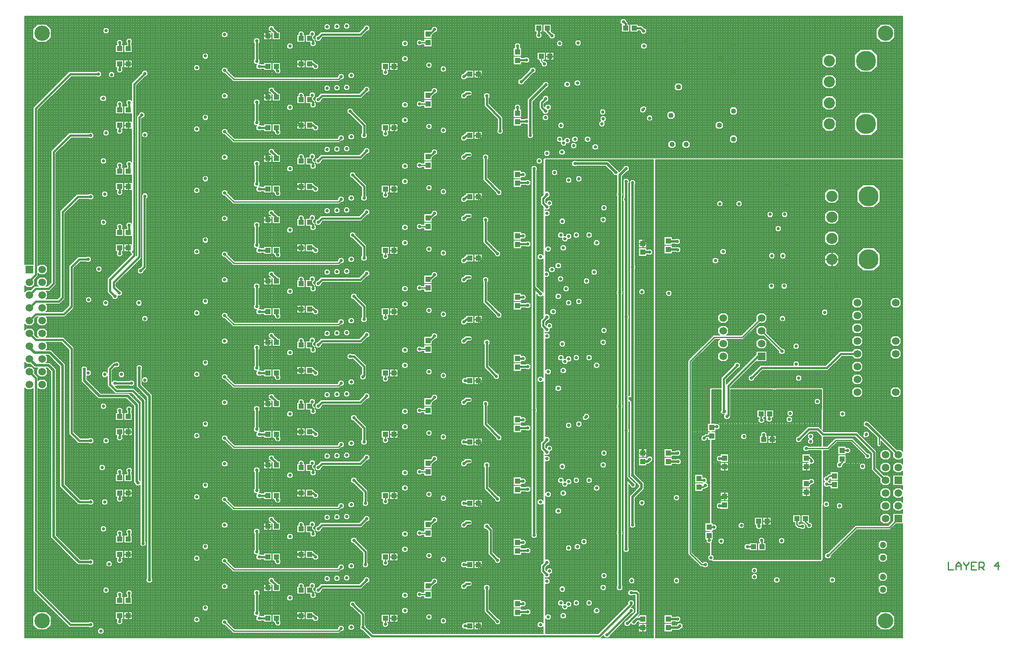
<source format=gbl>
%FSLAX23Y23*%
%MOIN*%
G70*
G01*
G75*
G04 Layer_Physical_Order=4*
%ADD10R,0.051X0.059*%
%ADD11R,0.043X0.039*%
%ADD12R,0.061X0.024*%
%ADD13R,0.059X0.051*%
%ADD14R,0.085X0.016*%
%ADD15R,0.085X0.016*%
%ADD16R,0.063X0.012*%
%ADD17R,0.079X0.087*%
%ADD18R,0.012X0.063*%
%ADD19R,0.016X0.085*%
%ADD20R,0.016X0.085*%
%ADD21R,0.065X0.012*%
%ADD22R,0.048X0.017*%
%ADD23O,0.048X0.017*%
%ADD24R,0.024X0.055*%
%ADD25R,0.079X0.047*%
%ADD26R,0.087X0.024*%
%ADD27R,0.087X0.024*%
%ADD28R,0.039X0.043*%
%ADD29R,0.024X0.087*%
%ADD30R,0.024X0.087*%
%ADD31R,0.031X0.142*%
%ADD32R,0.071X0.063*%
%ADD33R,0.124X0.136*%
%ADD34R,0.087X0.079*%
%ADD35R,0.039X0.024*%
%ADD36R,0.081X0.024*%
%ADD37R,0.073X0.024*%
%ADD38R,0.091X0.059*%
%ADD39R,0.142X0.031*%
%ADD40C,0.010*%
%ADD41C,0.008*%
%ADD42C,0.040*%
%ADD43C,0.012*%
%ADD44C,0.016*%
%ADD45C,0.020*%
%ADD46C,0.030*%
%ADD47R,0.059X0.059*%
%ADD48C,0.059*%
%ADD49C,0.120*%
%ADD50C,0.157*%
%ADD51C,0.087*%
%ADD52C,0.059*%
%ADD53R,0.059X0.059*%
%ADD54C,0.060*%
%ADD55C,0.050*%
%ADD56C,0.025*%
%ADD57C,0.040*%
D11*
X4033Y3220D02*
D03*
X3967D02*
D03*
Y3460D02*
D03*
X4033D02*
D03*
X4227Y3440D02*
D03*
X4293D02*
D03*
X4227Y3240D02*
D03*
X4293D02*
D03*
X4033Y3700D02*
D03*
X3967D02*
D03*
Y3940D02*
D03*
X4033D02*
D03*
X4227Y3920D02*
D03*
X4293D02*
D03*
X4227Y3720D02*
D03*
X4293D02*
D03*
X4033Y4180D02*
D03*
X3967D02*
D03*
Y4420D02*
D03*
X4033D02*
D03*
X4227Y4400D02*
D03*
X4293D02*
D03*
X4227Y4200D02*
D03*
X4293D02*
D03*
X4033Y4660D02*
D03*
X3967D02*
D03*
Y4900D02*
D03*
X4033D02*
D03*
X4227Y4880D02*
D03*
X4293D02*
D03*
X4227Y4680D02*
D03*
X4293D02*
D03*
X4033Y5140D02*
D03*
X3967D02*
D03*
Y5380D02*
D03*
X4033D02*
D03*
X4227Y5360D02*
D03*
X4293D02*
D03*
X4227Y5160D02*
D03*
X4293D02*
D03*
X4033Y5620D02*
D03*
X3967D02*
D03*
Y5860D02*
D03*
X4033D02*
D03*
X4227Y5840D02*
D03*
X4293D02*
D03*
X4227Y5640D02*
D03*
X4293D02*
D03*
X4033Y6100D02*
D03*
X3967D02*
D03*
Y6340D02*
D03*
X4033D02*
D03*
X4227Y6320D02*
D03*
X4293D02*
D03*
X4227Y6120D02*
D03*
X4293D02*
D03*
X4033Y6580D02*
D03*
X3967D02*
D03*
Y6820D02*
D03*
X4033D02*
D03*
X4227Y6800D02*
D03*
X4293D02*
D03*
X4227Y6600D02*
D03*
X4293D02*
D03*
X4033Y7060D02*
D03*
X3967D02*
D03*
Y7300D02*
D03*
X4033D02*
D03*
X4227Y7280D02*
D03*
X4293D02*
D03*
X4227Y7080D02*
D03*
X4293D02*
D03*
X2807Y3360D02*
D03*
X2873D02*
D03*
X2807Y3240D02*
D03*
X2873D02*
D03*
X2807Y3840D02*
D03*
X2873D02*
D03*
X2807Y3720D02*
D03*
X2873D02*
D03*
X2807Y4320D02*
D03*
X2873D02*
D03*
X2807Y4200D02*
D03*
X2873D02*
D03*
X2807Y4800D02*
D03*
X2873D02*
D03*
X2807Y4680D02*
D03*
X2873D02*
D03*
X2807Y6240D02*
D03*
X2873D02*
D03*
X2807Y6120D02*
D03*
X2873D02*
D03*
X2807Y6720D02*
D03*
X2873D02*
D03*
X2807Y6600D02*
D03*
X2873D02*
D03*
X2807Y7200D02*
D03*
X2873D02*
D03*
X2807Y7080D02*
D03*
X2873D02*
D03*
X4953Y7540D02*
D03*
X4887D02*
D03*
X4293Y7560D02*
D03*
X4227D02*
D03*
X4293Y7760D02*
D03*
X4227D02*
D03*
X4033Y7780D02*
D03*
X3967D02*
D03*
Y7540D02*
D03*
X4033D02*
D03*
X2807Y7680D02*
D03*
X2873D02*
D03*
X2807Y7560D02*
D03*
X2873D02*
D03*
X7913Y4620D02*
D03*
X7847D02*
D03*
X7873Y3980D02*
D03*
X7807D02*
D03*
X7893Y4820D02*
D03*
X7827D02*
D03*
X8173Y4000D02*
D03*
X8107D02*
D03*
X7833Y3780D02*
D03*
X7767D02*
D03*
X5547Y7000D02*
D03*
X5613D02*
D03*
X4887Y7060D02*
D03*
X4953D02*
D03*
X5547Y6520D02*
D03*
X5613D02*
D03*
X4887Y6580D02*
D03*
X4953D02*
D03*
X5547Y6040D02*
D03*
X5613D02*
D03*
X4887Y6100D02*
D03*
X4953D02*
D03*
X5547Y5560D02*
D03*
X5613D02*
D03*
X4887Y5620D02*
D03*
X4953D02*
D03*
X5547Y5080D02*
D03*
X5613D02*
D03*
X4887Y5140D02*
D03*
X4953D02*
D03*
X5547Y4600D02*
D03*
X5613D02*
D03*
X4887Y4660D02*
D03*
X4953D02*
D03*
X5547Y4120D02*
D03*
X5613D02*
D03*
X4887Y4180D02*
D03*
X4953D02*
D03*
X5547Y3640D02*
D03*
X5613D02*
D03*
X4887Y3700D02*
D03*
X4953D02*
D03*
X5547Y3160D02*
D03*
X5613D02*
D03*
X4887Y3220D02*
D03*
X4953D02*
D03*
X6767Y7840D02*
D03*
X6833D02*
D03*
X6153D02*
D03*
X6087D02*
D03*
X5547Y7480D02*
D03*
X5613D02*
D03*
X6107Y7620D02*
D03*
X6173D02*
D03*
D28*
X5220Y7793D02*
D03*
Y7727D02*
D03*
X6900Y6153D02*
D03*
Y6087D02*
D03*
X7100Y6107D02*
D03*
Y6173D02*
D03*
X6900Y4447D02*
D03*
Y4513D02*
D03*
X7100Y4447D02*
D03*
Y4513D02*
D03*
X6900Y3213D02*
D03*
Y3147D02*
D03*
X7100Y3213D02*
D03*
Y3147D02*
D03*
X7540Y4173D02*
D03*
Y4107D02*
D03*
Y4407D02*
D03*
Y4473D02*
D03*
X8180Y4407D02*
D03*
Y4473D02*
D03*
Y4207D02*
D03*
Y4273D02*
D03*
X7340Y4247D02*
D03*
Y4313D02*
D03*
X7440Y4713D02*
D03*
Y4647D02*
D03*
X7420Y3933D02*
D03*
Y3867D02*
D03*
X8460Y4467D02*
D03*
Y4533D02*
D03*
X8400Y4267D02*
D03*
Y4333D02*
D03*
X5920Y7587D02*
D03*
Y7653D02*
D03*
X5920Y7173D02*
D03*
Y7107D02*
D03*
X5220Y7247D02*
D03*
Y7313D02*
D03*
X5920Y6693D02*
D03*
Y6627D02*
D03*
X5220Y6767D02*
D03*
Y6833D02*
D03*
X5920Y6213D02*
D03*
Y6147D02*
D03*
X5220Y6287D02*
D03*
Y6353D02*
D03*
X5920Y5733D02*
D03*
Y5667D02*
D03*
X5220Y5807D02*
D03*
Y5873D02*
D03*
X5920Y5253D02*
D03*
Y5187D02*
D03*
X5220Y5327D02*
D03*
Y5393D02*
D03*
X5920Y4773D02*
D03*
Y4707D02*
D03*
X5220Y4847D02*
D03*
Y4913D02*
D03*
X5920Y4293D02*
D03*
Y4227D02*
D03*
X5220Y4367D02*
D03*
Y4433D02*
D03*
X5920Y3813D02*
D03*
Y3747D02*
D03*
X5220Y3887D02*
D03*
Y3953D02*
D03*
X5920Y3333D02*
D03*
Y3267D02*
D03*
X5220Y3407D02*
D03*
Y3473D02*
D03*
D40*
X8830Y3930D02*
X8900Y4000D01*
X8350Y3710D02*
X8570Y3930D01*
X7680Y5420D02*
X7830Y5570D01*
X7360Y3640D02*
X7390D01*
X8570Y3930D02*
X8830D01*
X8535Y4615D02*
X8660Y4490D01*
X8180Y4550D02*
X8350D01*
X8650Y4740D02*
X8750Y4640D01*
X7830Y5470D02*
X7990Y5310D01*
X7913Y4620D02*
Y4647D01*
Y4620D02*
X7942D01*
X7913Y4593D02*
Y4620D01*
X7885D02*
X7913D01*
X8180Y4407D02*
Y4435D01*
Y4407D02*
X8207D01*
X8153D02*
X8180D01*
Y4378D02*
Y4407D01*
Y4207D02*
X8207D01*
X8180D02*
Y4235D01*
Y4178D02*
Y4207D01*
X8153D02*
X8180D01*
X7873Y3980D02*
X7902D01*
X7873D02*
Y4007D01*
Y3953D02*
Y3980D01*
X7540Y4407D02*
X7567D01*
X7540D02*
Y4435D01*
Y4378D02*
Y4407D01*
X7513D02*
X7540D01*
X7845Y3980D02*
X7873D01*
X7540Y4173D02*
X7567D01*
X7540D02*
Y4202D01*
X7513Y4173D02*
X7540D01*
Y4145D02*
Y4173D01*
X8415Y4615D02*
X8535D01*
X7525Y4835D02*
X7535D01*
X8350Y4550D02*
X8415Y4615D01*
X3629Y7511D02*
X3700Y7440D01*
X4520D02*
X4540Y7460D01*
X3700Y7440D02*
X4520D01*
X3629Y7031D02*
X3700Y6960D01*
X4520D01*
X4540Y6980D01*
X3629Y6551D02*
X3700Y6480D01*
X4520D01*
X4540Y6500D01*
X3629Y6071D02*
X3700Y6000D01*
X4520D01*
X4540Y6020D01*
X3629Y5591D02*
X3700Y5520D01*
X4520D01*
X4540Y5540D01*
X3629Y5111D02*
X3700Y5040D01*
X4520D01*
X4540Y5060D01*
X3629Y4631D02*
X3700Y4560D01*
X4520D01*
X4540Y4580D01*
X3629Y4151D02*
X3700Y4080D01*
X4520D01*
X4540Y4100D01*
X3629Y3671D02*
X3700Y3600D01*
X4520D01*
X4540Y3620D01*
X3629Y3191D02*
X3700Y3120D01*
X4520D01*
X4540Y3140D01*
X4953Y7540D02*
X5000D01*
X5153Y7727D02*
X5220D01*
Y7793D02*
X5233Y7780D01*
X4887Y7493D02*
Y7540D01*
X8640Y4650D02*
X8650Y4660D01*
X8750Y4580D02*
Y4640D01*
X7270Y3730D02*
X7360Y3640D01*
X7270Y3730D02*
Y5230D01*
X7460Y5420D01*
X7680D01*
X4953Y7060D02*
X5000D01*
X5153Y7247D02*
X5220D01*
Y7313D02*
X5233Y7300D01*
X4887Y7013D02*
Y7060D01*
X4953Y6580D02*
X5000D01*
X5153Y6767D02*
X5220D01*
Y6833D02*
X5233Y6820D01*
X4887Y6533D02*
Y6580D01*
X4953Y6100D02*
X5000D01*
X5153Y6287D02*
X5220D01*
Y6353D02*
X5233Y6340D01*
X4887Y6053D02*
Y6100D01*
X4953Y5620D02*
X5000D01*
X5153Y5807D02*
X5220D01*
Y5873D02*
X5233Y5860D01*
X4887Y5573D02*
Y5620D01*
X4953Y5140D02*
X5000D01*
X5153Y5327D02*
X5220D01*
Y5393D02*
X5233Y5380D01*
X4887Y5093D02*
Y5140D01*
X4953Y4660D02*
X5000D01*
X5153Y4847D02*
X5220D01*
Y4913D02*
X5233Y4900D01*
X4887Y4613D02*
Y4660D01*
X4953Y4180D02*
X5000D01*
X5153Y4367D02*
X5220D01*
Y4433D02*
X5233Y4420D01*
X4887Y4133D02*
Y4180D01*
X4953Y3700D02*
X5000D01*
X5153Y3887D02*
X5220D01*
Y3953D02*
X5233Y3940D01*
X4887Y3653D02*
Y3700D01*
X4953Y3220D02*
X5000D01*
X5153Y3407D02*
X5220D01*
Y3473D02*
X5233Y3460D01*
X4887Y3173D02*
Y3220D01*
X2873Y7511D02*
Y7560D01*
Y7511D02*
X2882Y7502D01*
X2873Y7031D02*
Y7080D01*
Y7031D02*
X2882Y7022D01*
X2873Y6551D02*
Y6600D01*
Y6551D02*
X2882Y6542D01*
X2873Y6071D02*
X2882Y6062D01*
X2873Y6071D02*
Y6120D01*
Y4631D02*
Y4680D01*
Y4631D02*
X2882Y4622D01*
X2873Y4151D02*
Y4200D01*
Y4151D02*
X2882Y4142D01*
X2873Y3671D02*
Y3720D01*
Y3671D02*
X2882Y3662D01*
X2873Y3191D02*
Y3240D01*
Y3191D02*
X2882Y3182D01*
X6900Y3118D02*
Y3147D01*
X6873D02*
X6900D01*
Y3175D01*
Y3147D02*
X6927D01*
X6900Y4485D02*
Y4513D01*
X6873D02*
X6900D01*
X6927D01*
X6900D02*
Y4542D01*
Y6125D02*
Y6153D01*
X6873D02*
X6900D01*
X6927D01*
X6900D02*
Y6182D01*
X2873Y3213D02*
Y3240D01*
X2845D02*
X2873D01*
X2902D01*
X2873D02*
Y3267D01*
Y3693D02*
Y3720D01*
X2845D02*
X2873D01*
X2902D01*
X2873D02*
Y3747D01*
X2845Y4200D02*
X2873D01*
Y4173D02*
Y4200D01*
Y4227D01*
Y4200D02*
X2902D01*
X2873Y4653D02*
Y4680D01*
X2845D02*
X2873D01*
Y4707D01*
Y4680D02*
X2902D01*
X3938Y3460D02*
X3967D01*
Y3433D02*
Y3460D01*
Y3487D01*
Y3460D02*
X3995D01*
X4198Y3240D02*
X4227D01*
Y3213D02*
Y3240D01*
X4255D01*
X4227D02*
Y3267D01*
X3938Y3940D02*
X3967D01*
Y3913D02*
Y3940D01*
Y3967D01*
Y3940D02*
X3995D01*
X4198Y3720D02*
X4227D01*
Y3693D02*
Y3720D01*
Y3747D01*
Y3720D02*
X4255D01*
X3938Y4420D02*
X3967D01*
Y4393D02*
Y4420D01*
Y4447D01*
Y4420D02*
X3995D01*
X4198Y4200D02*
X4227D01*
Y4173D02*
Y4200D01*
Y4227D01*
Y4200D02*
X4255D01*
X4198Y4680D02*
X4227D01*
Y4653D02*
Y4680D01*
X4255D01*
X4227D02*
Y4707D01*
X3938Y4900D02*
X3967D01*
Y4873D02*
Y4900D01*
X3995D01*
X3967D02*
Y4927D01*
X4198Y5160D02*
X4227D01*
Y5133D02*
Y5160D01*
Y5187D01*
Y5160D02*
X4255D01*
X2873Y6093D02*
Y6120D01*
X2845D02*
X2873D01*
Y6147D01*
Y6573D02*
Y6600D01*
X2845D02*
X2873D01*
Y6627D01*
X2845Y7080D02*
X2873D01*
Y7053D02*
Y7080D01*
Y7107D01*
X2845Y7560D02*
X2873D01*
Y7533D02*
Y7560D01*
X2902D01*
X2873D02*
Y7587D01*
X3967Y5353D02*
Y5380D01*
X3938D02*
X3967D01*
X3995D01*
X3967D02*
Y5407D01*
Y5833D02*
Y5860D01*
X3938D02*
X3967D01*
X3938Y6340D02*
X3967D01*
Y5860D02*
X3995D01*
X3967D02*
Y5887D01*
X4198Y5640D02*
X4227D01*
Y5613D02*
Y5640D01*
Y5667D01*
Y5640D02*
X4255D01*
X3967Y6313D02*
Y6340D01*
Y6367D01*
Y6340D02*
X3995D01*
X4198Y6120D02*
X4227D01*
Y6093D02*
Y6120D01*
X4255D01*
X4227D02*
Y6147D01*
Y6573D02*
Y6600D01*
X4198D02*
X4227D01*
X4255D01*
X3967Y6793D02*
Y6820D01*
X3938D02*
X3967D01*
Y6847D01*
Y6820D02*
X3995D01*
X3967Y7273D02*
Y7300D01*
X3938D02*
X3967D01*
X3938Y7780D02*
X3967D01*
X4227Y6600D02*
Y6627D01*
Y7053D02*
Y7080D01*
X4198D02*
X4227D01*
Y7107D01*
Y7080D02*
X4255D01*
X3967Y7300D02*
X3995D01*
X3967D02*
Y7327D01*
Y7753D02*
Y7780D01*
Y7807D01*
Y7780D02*
X3995D01*
X4227Y7533D02*
Y7560D01*
X4198D02*
X4227D01*
Y7587D01*
Y7560D02*
X4255D01*
X4953Y3193D02*
Y3220D01*
X4925D02*
X4953D01*
Y3247D01*
Y3220D02*
X4982D01*
X4925Y3700D02*
X4953D01*
Y3673D02*
Y3700D01*
Y3727D01*
Y3700D02*
X4982D01*
X4953Y4153D02*
Y4180D01*
X4925D02*
X4953D01*
X4982D01*
X4953D02*
Y4207D01*
X4925Y4660D02*
X4953D01*
Y4633D02*
Y4660D01*
X4982D01*
X4953D02*
Y4687D01*
Y5113D02*
Y5140D01*
X4925D02*
X4953D01*
Y5167D01*
Y5593D02*
Y5620D01*
X4925D02*
X4953D01*
Y5140D02*
X4982D01*
X4953Y5620D02*
Y5647D01*
Y5620D02*
X4982D01*
X5585Y3160D02*
X5613D01*
Y3133D02*
Y3160D01*
Y3187D01*
Y3160D02*
X5642D01*
X5585Y3640D02*
X5613D01*
Y3613D02*
Y3640D01*
Y3667D01*
Y3640D02*
X5642D01*
X5613Y4093D02*
Y4120D01*
X5585D02*
X5613D01*
Y4147D01*
Y4120D02*
X5642D01*
X5613Y4573D02*
Y4600D01*
X5585D02*
X5613D01*
X5642D01*
X5613D02*
Y4627D01*
X5585Y5080D02*
X5613D01*
Y5053D02*
Y5080D01*
Y5107D01*
Y5080D02*
X5642D01*
X5613Y5533D02*
Y5560D01*
X5585D02*
X5613D01*
Y5587D01*
Y5560D02*
X5642D01*
X4953Y6073D02*
Y6100D01*
X4925D02*
X4953D01*
X4982D01*
X4953D02*
Y6127D01*
X5585Y6040D02*
X5613D01*
Y6013D02*
Y6040D01*
Y6067D01*
Y6040D02*
X5642D01*
X4925Y6580D02*
X4953D01*
Y6553D02*
Y6580D01*
X4982D01*
X4953D02*
Y6607D01*
X5613Y6493D02*
Y6520D01*
X5585D02*
X5613D01*
Y6547D01*
Y6520D02*
X5642D01*
X4953Y7033D02*
Y7060D01*
X4925D02*
X4953D01*
Y7087D01*
Y7060D02*
X4982D01*
X5585Y7000D02*
X5613D01*
Y6973D02*
Y7000D01*
Y7027D01*
Y7000D02*
X5642D01*
X4925Y7540D02*
X4953D01*
Y7513D02*
Y7540D01*
X4982D01*
X4953D02*
Y7567D01*
X5585Y7480D02*
X5613D01*
Y7453D02*
Y7480D01*
Y7507D01*
Y7480D02*
X5642D01*
X6145Y7620D02*
X6173D01*
Y7593D02*
Y7620D01*
X6202D01*
X6173D02*
Y7647D01*
X8330Y6029D02*
X8380D01*
Y5979D02*
Y6029D01*
X8430D01*
X8380D02*
Y6080D01*
X9290Y3660D02*
Y3600D01*
X9330D01*
X9350D02*
Y3640D01*
X9370Y3660D01*
X9390Y3640D01*
Y3600D01*
Y3630D01*
X9350D01*
X9410Y3660D02*
Y3650D01*
X9430Y3630D01*
X9450Y3650D01*
Y3660D01*
X9430Y3630D02*
Y3600D01*
X9510Y3660D02*
X9470D01*
Y3600D01*
X9510D01*
X9470Y3630D02*
X9490D01*
X9530Y3600D02*
Y3660D01*
X9560D01*
X9570Y3650D01*
Y3630D01*
X9560Y3620D01*
X9530D01*
X9550D02*
X9570Y3600D01*
X9680D02*
Y3660D01*
X9650Y3630D01*
X9690D01*
D41*
X8296Y3665D02*
G03*
X8311Y3680I0J15D01*
G01*
X8310Y4689D02*
G03*
X8314Y4699I-11J11D01*
G01*
X8315Y5010D02*
G03*
X8300Y5025I-15J0D01*
G01*
X8290Y4928D02*
X8300D01*
X8290Y4920D02*
X8300D01*
X8290Y4905D02*
Y4928D01*
X8282Y4936D02*
X8300D01*
X8278Y4940D02*
X8290Y4928D01*
Y4912D02*
X8300D01*
X8289Y4904D02*
X8300D01*
X8281Y4896D02*
X8300D01*
X8278Y4893D02*
X8290Y4905D01*
X8280Y4938D02*
Y5010D01*
X8272Y4940D02*
Y5010D01*
X8288Y4930D02*
Y5010D01*
X8264Y4940D02*
Y5010D01*
X8256Y4940D02*
Y5010D01*
X8255Y4940D02*
X8278D01*
X8255Y4893D02*
X8278D01*
X8248Y4933D02*
Y5010D01*
X8243Y4928D02*
X8255Y4940D01*
X8296Y4702D02*
Y5010D01*
X8288Y4710D02*
Y4903D01*
X8299Y4699D02*
X8300Y5010D01*
X8280Y4719D02*
X8289Y4709D01*
X8280Y4719D02*
X8289Y4709D01*
X8295Y4704D02*
X8299D01*
X8289Y4709D02*
X8299Y4699D01*
X8286Y4712D02*
X8299D01*
X8260Y4681D02*
X8291Y4650D01*
X8280Y4719D02*
Y4895D01*
X8272Y4719D02*
Y4893D01*
X8264Y4719D02*
Y4893D01*
X8256Y4719D02*
Y4893D01*
X8248Y4719D02*
Y4900D01*
X8260Y4719D02*
X8280D01*
X8260D02*
X8280D01*
X8256Y4566D02*
Y4681D01*
X8248Y4566D02*
Y4681D01*
X8067Y4848D02*
X8300D01*
X8075Y4840D02*
X8299D01*
X8078Y4832D02*
X8299D01*
X7945Y5010D02*
X8300D01*
X7943Y5008D02*
X8300D01*
X8078Y4824D02*
X8299D01*
X8078Y4816D02*
X8299D01*
X8073Y4808D02*
X8299D01*
X8059Y4800D02*
X8299D01*
X8243Y4905D02*
X8255Y4893D01*
X8243Y4905D02*
Y4928D01*
X8240Y4719D02*
Y5010D01*
X8067Y4792D02*
X8299D01*
X8232Y4719D02*
Y5010D01*
X8071Y4784D02*
X8299D01*
X8071Y4776D02*
X8299D01*
X8071Y4768D02*
X8299D01*
X8065Y4760D02*
X8299D01*
X8224Y4719D02*
Y5010D01*
X8216Y4719D02*
Y5010D01*
X8210Y4719D02*
X8260D01*
X8210Y4681D02*
X8260D01*
X8208Y4680D02*
X8262D01*
X8232Y4663D02*
Y4681D01*
X8240Y4566D02*
Y4681D01*
X8224Y4668D02*
Y4681D01*
X8216Y4668D02*
Y4681D01*
X8208Y4719D02*
Y5010D01*
X8200Y4719D02*
Y5010D01*
X8192Y4719D02*
Y5010D01*
X8191Y4719D02*
X8210D01*
X8184Y4713D02*
Y5010D01*
X8191Y4719D02*
X8210D01*
X8208Y4668D02*
Y4680D01*
X8181Y4709D02*
X8191Y4719D01*
X8181Y4709D02*
X8191Y4719D01*
X8291Y4650D02*
X8299Y4643D01*
X8291Y4650D02*
X8299Y4643D01*
X8239Y4640D02*
X8299D01*
X8238Y4632D02*
X8299D01*
X8231Y4624D02*
X8299D01*
X8238Y4616D02*
X8299D01*
X8238Y4608D02*
X8299D01*
X8238Y4600D02*
X8299D01*
X8237Y4592D02*
X8299D01*
X8239Y4656D02*
X8285D01*
X8231Y4664D02*
X8278D01*
X8239Y4633D02*
Y4656D01*
X8204Y4668D02*
X8227D01*
X8239Y4656D01*
Y4648D02*
X8293D01*
X8238Y4593D02*
Y4617D01*
X8231Y4624D02*
X8239Y4633D01*
X8231Y4624D02*
X8238Y4617D01*
X8299Y4566D02*
X8299Y4643D01*
X8288Y4566D02*
Y4654D01*
X8280Y4566D02*
Y4661D01*
X8272Y4566D02*
Y4669D01*
X8264Y4566D02*
Y4677D01*
X8229Y4584D02*
X8299D01*
X8296Y4566D02*
Y4646D01*
X8211Y4504D02*
X8298D01*
X8211Y4496D02*
X8298D01*
X8227Y4582D02*
X8238Y4593D01*
X8232Y4566D02*
Y4587D01*
X8224Y4566D02*
Y4582D01*
X8216Y4566D02*
Y4582D01*
X8208Y4566D02*
Y4582D01*
X8211Y4490D02*
Y4506D01*
Y4490D02*
X8215D01*
X8208Y4506D02*
Y4534D01*
X8211Y4490D02*
X8215D01*
X8200Y4672D02*
X8269D01*
X8200Y4664D02*
Y4672D01*
X8192Y4656D02*
X8204Y4668D01*
X8193Y4664D02*
X8200D01*
X8144Y4615D02*
X8210Y4681D01*
X8192Y4633D02*
X8200Y4625D01*
X8191Y4617D02*
X8200Y4625D01*
X8184Y4656D02*
X8192D01*
X8153Y4624D02*
X8199D01*
X8177Y4648D02*
X8192D01*
Y4633D02*
Y4656D01*
X8192Y4617D02*
Y4663D01*
X8168Y4640D02*
X8192D01*
X8160Y4632D02*
X8193D01*
X8144Y4616D02*
X8191D01*
Y4593D02*
Y4617D01*
X8143Y4608D02*
X8191D01*
X8135Y4600D02*
X8191D01*
X8203Y4582D02*
X8227D01*
X8200Y4566D02*
Y4585D01*
X8197Y4568D02*
X8299D01*
X8191Y4593D02*
X8203Y4582D01*
X8192Y4574D02*
X8199Y4566D01*
X8299D01*
X8199Y4534D02*
X8299D01*
X8193Y4528D02*
X8299D01*
X8149Y4506D02*
X8211D01*
X8192Y4573D02*
Y4593D01*
X8184Y4574D02*
Y4655D01*
X7946Y4592D02*
X8193D01*
X8168Y4574D02*
X8192D01*
Y4527D02*
X8199Y4534D01*
X8200Y4506D02*
Y4534D01*
X8168Y4527D02*
X8192D01*
X8192Y4506D02*
Y4527D01*
X8072Y4843D02*
Y5010D01*
X8064Y4848D02*
Y5010D01*
X8067Y4848D02*
X8078Y4837D01*
X8056Y4848D02*
Y5010D01*
X8048Y4848D02*
Y5010D01*
X8078Y4813D02*
Y4837D01*
X8067Y4801D02*
X8078Y4813D01*
X8043Y4848D02*
X8067D01*
X8031Y4837D02*
X8043Y4848D01*
X8040Y4845D02*
Y5010D01*
X7942Y5006D02*
X7945Y5010D01*
X8032Y4837D02*
Y5010D01*
X7942Y5006D02*
X7945Y5010D01*
X7942Y5006D02*
X7945Y5010D01*
X7942Y5006D02*
X7945Y5010D01*
X8031Y4813D02*
Y4837D01*
X7933Y5006D02*
X7942D01*
X7933D02*
X7942D01*
X8176Y4705D02*
Y5010D01*
X8168Y4696D02*
Y5010D01*
X8160Y4688D02*
Y5010D01*
X8152Y4681D02*
Y5010D01*
X8144Y4673D02*
Y5010D01*
X8136Y4665D02*
Y5010D01*
X8128Y4656D02*
Y5010D01*
X8120Y4648D02*
Y5010D01*
X8112Y4643D02*
Y5010D01*
X8031Y4813D02*
X8043Y4801D01*
X8024Y4789D02*
Y5010D01*
X8104Y4639D02*
Y5010D01*
X7944Y4651D02*
Y5009D01*
X7936Y4651D02*
Y5006D01*
X8043Y4801D02*
X8067D01*
X8059Y4801D02*
X8071Y4789D01*
X8040Y4801D02*
Y4805D01*
X8032Y4797D02*
Y4813D01*
X7933Y5006D02*
X7942D01*
X7933D02*
X7942D01*
X7927D02*
X7933D01*
X7927D02*
X7933D01*
X7927D02*
X7933D01*
X7927D02*
X7933D01*
X7927D02*
X7933D01*
X7927D02*
X7933D01*
X7918D02*
X7927D01*
X7915Y5010D02*
X7918Y5006D01*
X7915Y5010D02*
X7918Y5006D01*
X7915Y5010D02*
X7918Y5006D01*
X7915Y5010D02*
X7918Y5006D01*
X7912Y4851D02*
Y5010D01*
X7918Y5006D02*
X7927D01*
X7918D02*
X7927D01*
X7918D02*
X7927D01*
X7920Y4851D02*
Y5006D01*
X7926Y4848D02*
X8043D01*
X7926Y4789D02*
Y4851D01*
X7928Y4651D02*
Y5006D01*
X7861Y4851D02*
X7926D01*
Y4840D02*
X8035D01*
X7926Y4832D02*
X8031D01*
X7926Y4824D02*
X8031D01*
X7926Y4816D02*
X8031D01*
X7926Y4808D02*
X8037D01*
X7904Y4851D02*
Y5010D01*
X7896Y4851D02*
Y5010D01*
X7888Y4851D02*
Y5010D01*
X7880Y4851D02*
Y5010D01*
X7872Y4851D02*
Y5010D01*
X7864Y4851D02*
Y5010D01*
X7861Y4789D02*
Y4851D01*
X7856D02*
Y5010D01*
X7859Y4789D02*
Y4851D01*
X8115Y4643D02*
X8181Y4709D01*
X8108Y4643D02*
X8115D01*
X8097Y4632D02*
X8108Y4643D01*
X7946Y4648D02*
X8120D01*
X7946Y4640D02*
X8105D01*
X7946Y4632D02*
X8097D01*
X8144Y4608D02*
Y4615D01*
X7946Y4624D02*
X8097D01*
X7946Y4616D02*
X8097D01*
X8064Y4795D02*
Y4801D01*
X8035Y4801D02*
X8059D01*
X8071Y4765D02*
Y4789D01*
X7926Y4800D02*
X8035D01*
X8024Y4789D02*
X8035Y4801D01*
X8059Y4754D02*
X8071Y4765D01*
X8035Y4754D02*
X8059D01*
X8024Y4765D02*
Y4789D01*
Y4765D02*
X8035Y4754D01*
X8176Y4574D02*
Y4648D01*
X8168Y4573D02*
Y4640D01*
X8160Y4565D02*
Y4631D01*
X8156Y4562D02*
X8168Y4574D01*
X8156Y4538D02*
X8168Y4527D01*
X8184Y4506D02*
Y4527D01*
X8176Y4506D02*
Y4527D01*
X8168Y4506D02*
Y4527D01*
X8160Y4506D02*
Y4535D01*
X8132Y4596D02*
X8144Y4608D01*
X8097D02*
Y4632D01*
X8152Y4506D02*
Y4623D01*
X8097Y4608D02*
X8108Y4596D01*
X7946Y4589D02*
Y4651D01*
X8108Y4596D02*
X8132D01*
X8156Y4538D02*
Y4562D01*
X7946Y4608D02*
X8097D01*
X7946Y4600D02*
X8105D01*
X7926Y4792D02*
X8027D01*
X7913Y4789D02*
X7926D01*
X7913Y4784D02*
X8024D01*
X7913Y4776D02*
X8024D01*
X7913Y4768D02*
X8024D01*
X7905Y4760D02*
X8029D01*
X7870Y4664D02*
X8135D01*
X7858Y4680D02*
X8151D01*
X7866Y4672D02*
X8144D01*
X7913Y4768D02*
Y4789D01*
X7866Y4768D02*
Y4789D01*
X7864Y4674D02*
Y4789D01*
X7861D02*
X7866D01*
X7856Y4680D02*
Y4789D01*
X7902Y4756D02*
X7913Y4768D01*
X7878Y4756D02*
X7902D01*
X7866Y4768D02*
X7878Y4756D01*
X7858Y4680D02*
X7870Y4668D01*
X7920Y4651D02*
Y4789D01*
X7912Y4651D02*
Y4767D01*
X7870Y4656D02*
X8127D01*
X7881Y4651D02*
X7946D01*
X7881Y4589D02*
X7946D01*
X7904Y4651D02*
Y4759D01*
X7896Y4651D02*
Y4756D01*
X7888Y4651D02*
Y4756D01*
X7872Y4651D02*
Y4763D01*
X7881Y4589D02*
Y4651D01*
X7879Y4589D02*
Y4651D01*
X7870D02*
Y4668D01*
Y4651D02*
X7879D01*
X8241Y4464D02*
X8298D01*
X8237Y4468D02*
X8243Y4462D01*
Y4456D02*
X8298D01*
X8226Y4480D02*
X8298D01*
X8233Y4472D02*
X8298D01*
X8243Y4448D02*
X8298D01*
X8243Y4440D02*
X8298D01*
X8237Y4432D02*
X8298D01*
X8233Y4312D02*
X8298D01*
X8232Y4473D02*
X8237Y4468D01*
X8232Y4473D02*
Y4534D01*
X8240Y4465D02*
Y4534D01*
X8229Y4477D02*
X8237Y4469D01*
X8229Y4477D02*
X8237Y4469D01*
X8243Y4438D02*
Y4462D01*
X8240Y4305D02*
Y4435D01*
X8232Y4426D02*
X8243Y4438D01*
X8232Y4313D02*
Y4427D01*
X8296Y3680D02*
X8299Y4534D01*
X8296Y3680D02*
Y4534D01*
X8288Y3680D02*
Y4534D01*
X8241Y4304D02*
X8298D01*
X8280Y3680D02*
Y4534D01*
X8243Y4296D02*
X8298D01*
X8243Y4288D02*
X8298D01*
X8243Y4280D02*
X8298D01*
X8237Y4272D02*
X8298D01*
X8272Y3680D02*
Y4534D01*
X8264Y3680D02*
Y4534D01*
X8256Y3680D02*
Y4534D01*
X8232Y4313D02*
X8243Y4302D01*
X8248Y3680D02*
Y4534D01*
X8243Y4278D02*
Y4302D01*
X8240Y3680D02*
Y4275D01*
X8232Y4266D02*
X8243Y4278D01*
X8232Y3680D02*
Y4267D01*
X8217Y4488D02*
X8298D01*
X8224Y4482D02*
X8229Y4477D01*
X8211Y4426D02*
X8232D01*
X8211Y4424D02*
X8298D01*
X8211Y4416D02*
X8298D01*
X8211Y4408D02*
X8298D01*
X8211Y4400D02*
X8298D01*
X8211Y4392D02*
X8298D01*
X8211Y4384D02*
X8298D01*
X8224Y4482D02*
Y4534D01*
X8216Y4490D02*
Y4534D01*
X8215Y4490D02*
X8224Y4482D01*
X8215Y4490D02*
X8224Y4482D01*
X8149Y4441D02*
X8196D01*
X8149Y4439D02*
X8196D01*
X8224Y4313D02*
Y4426D01*
X8211Y4374D02*
Y4426D01*
X8216Y4313D02*
Y4426D01*
X8211Y4376D02*
X8298D01*
X8208Y4313D02*
X8232D01*
X8222Y4266D02*
X8232D01*
X8224Y3961D02*
Y4266D01*
X8219Y4264D02*
X8298D01*
X8212Y4256D02*
X8220Y4265D01*
X8208Y4313D02*
Y4374D01*
X8200Y4306D02*
Y4374D01*
X8192Y4306D02*
Y4374D01*
X8149D02*
X8211D01*
X8201Y4306D02*
X8208Y4313D01*
X8184Y4306D02*
Y4374D01*
X8176Y4306D02*
Y4374D01*
X8149Y4306D02*
X8201D01*
X8211Y4256D02*
X8298D01*
X8211Y4248D02*
X8298D01*
X8211Y4232D02*
X8298D01*
X8211Y4224D02*
X8298D01*
X8211Y4216D02*
X8298D01*
X8211Y4208D02*
X8298D01*
X8211Y4200D02*
X8298D01*
X8211Y4192D02*
X8298D01*
X8211Y4184D02*
X8298D01*
X8212Y4256D02*
X8220Y4265D01*
X8211Y4241D02*
Y4256D01*
Y4174D02*
Y4239D01*
Y4176D02*
X8297D01*
X8206Y4024D02*
X8297D01*
X8206Y4016D02*
X8297D01*
X8206Y4008D02*
X8297D01*
X8206Y4000D02*
X8297D01*
X8206Y3992D02*
X8297D01*
X8217Y3968D02*
X8297D01*
X8225Y3960D02*
X8297D01*
X8216Y3969D02*
X8228Y3957D01*
X8206Y3984D02*
X8297D01*
X8206Y3976D02*
X8297D01*
X8228Y3952D02*
X8297D01*
X8228Y3944D02*
X8297D01*
X8228Y3936D02*
X8297D01*
X8222Y3928D02*
X8297D01*
X8216Y3969D02*
Y4260D01*
X8208Y3969D02*
Y4174D01*
X8228Y3934D02*
Y3957D01*
X8206Y3969D02*
Y4031D01*
X8206Y3969D02*
X8216D01*
Y3922D02*
X8228Y3934D01*
X8224Y3680D02*
Y3930D01*
X8216Y3680D02*
Y3922D01*
X8208Y3680D02*
Y3922D01*
X8149Y4241D02*
X8211D01*
X8200Y4031D02*
Y4174D01*
X8149Y4239D02*
X8211D01*
X8149Y4174D02*
X8211D01*
X8192Y4031D02*
Y4174D01*
X8193Y3922D02*
X8216D01*
X8141Y4031D02*
X8206D01*
X8181Y3934D02*
X8193Y3922D01*
X8184Y4031D02*
Y4174D01*
X8174Y3951D02*
X8181Y3944D01*
X8174Y3944D02*
X8181D01*
X8181Y3934D02*
Y3944D01*
X8174Y3936D02*
X8181D01*
X8173Y3928D02*
X8187D01*
X8165Y3920D02*
X8297D01*
X8011Y3840D02*
X8296D01*
X8011Y3832D02*
X8296D01*
X8003Y3848D02*
X8297D01*
X8011Y3824D02*
X8296D01*
X8011Y3816D02*
X8296D01*
X8003Y3808D02*
X8296D01*
X7866Y3800D02*
X8296D01*
X7866Y3792D02*
X8296D01*
X8200Y3680D02*
Y3922D01*
X8192Y3680D02*
Y3923D01*
X7866Y3784D02*
X8296D01*
X8184Y3680D02*
Y3931D01*
X7866Y3776D02*
X8296D01*
X7866Y3768D02*
X8296D01*
X7866Y3760D02*
X8296D01*
X7866Y3752D02*
X8296D01*
X8168Y4306D02*
Y4374D01*
X8160Y4306D02*
Y4374D01*
X8152Y4306D02*
Y4374D01*
X8149Y4441D02*
Y4506D01*
Y4374D02*
Y4439D01*
X8176Y4031D02*
Y4174D01*
X8168Y4031D02*
Y4174D01*
X8160Y4031D02*
Y4174D01*
X8152Y4031D02*
Y4174D01*
X8144Y4031D02*
Y4615D01*
X8136Y4031D02*
Y4601D01*
X8128Y4031D02*
Y4596D01*
X8104Y4031D02*
Y4601D01*
X8096Y4031D02*
Y5010D01*
X8149Y4241D02*
Y4306D01*
Y4174D02*
Y4239D01*
X8120Y4031D02*
Y4596D01*
X8112Y4031D02*
Y4596D01*
X8156Y3968D02*
X8161Y3964D01*
X8141Y3969D02*
Y4031D01*
X8156Y3968D02*
X8161Y3964D01*
X8074Y4031D02*
X8139D01*
Y3969D02*
Y4031D01*
X8152Y3964D02*
Y3969D01*
X8144Y3964D02*
Y3969D01*
X8141D02*
X8156D01*
X8124Y3968D02*
X8156D01*
X8088Y4031D02*
Y5010D01*
X8080Y4031D02*
Y5010D01*
X8124Y3969D02*
X8139D01*
X8074D02*
Y4031D01*
X8072Y3680D02*
Y4807D01*
X8136Y3961D02*
Y3969D01*
X8128Y3957D02*
Y3969D01*
X8074D02*
X8090D01*
X8124Y3962D02*
Y3969D01*
X7906Y4008D02*
X8074D01*
X8000Y3851D02*
Y5010D01*
X7992Y3851D02*
Y5010D01*
X7904Y4011D02*
Y4589D01*
X7906Y4000D02*
X8074D01*
X7906Y3992D02*
X8074D01*
X7906Y3984D02*
X8074D01*
X7906Y3976D02*
X8074D01*
X7896Y4011D02*
Y4589D01*
X7888Y4011D02*
Y4589D01*
X7880Y4011D02*
Y4756D01*
X7872Y4011D02*
Y4589D01*
X7864Y4011D02*
Y4589D01*
X7906Y3949D02*
Y4011D01*
X7856D02*
Y4589D01*
X8064Y3680D02*
Y4759D01*
X8024Y3680D02*
Y4765D01*
X8016Y3680D02*
Y5010D01*
X7984Y3851D02*
Y5010D01*
X8008Y3843D02*
Y5010D01*
X8056Y3680D02*
Y4754D01*
X8048Y3680D02*
Y4754D01*
X8040Y3680D02*
Y4754D01*
X8032Y3680D02*
Y4757D01*
X7976Y3851D02*
Y5010D01*
X7968Y3843D02*
Y5010D01*
X7960Y3680D02*
Y5010D01*
X7952Y3680D02*
Y5010D01*
X7944Y3680D02*
Y4589D01*
X7936Y3680D02*
Y4589D01*
X7928Y3680D02*
Y4589D01*
X7920Y3680D02*
Y4589D01*
X7912Y3680D02*
Y4589D01*
X8162Y3964D02*
X8166Y3960D01*
X8161Y3964D02*
X8165Y3960D01*
X8161Y3964D02*
X8165Y3960D01*
X8138Y3964D02*
X8161D01*
X8132Y3957D02*
X8138Y3964D01*
X8165Y3960D02*
X8174Y3951D01*
Y3928D02*
Y3951D01*
X8125Y3960D02*
X8135D01*
X8166Y3960D02*
X8174Y3952D01*
X8128Y3957D02*
X8132D01*
X8090Y3962D02*
Y3969D01*
X8124Y3962D02*
X8128Y3957D01*
X8090Y3945D02*
Y3962D01*
Y3945D02*
Y3962D01*
X8128Y3923D02*
X8132D01*
X8111D02*
X8128D01*
X8090Y3945D02*
X8098Y3936D01*
X8103Y3931D01*
X8176Y3680D02*
Y3948D01*
X8162Y3917D02*
X8174Y3928D01*
X8168Y3680D02*
Y3923D01*
X8132Y3923D02*
X8138Y3917D01*
X8136Y3680D02*
Y3919D01*
X8160Y3680D02*
Y3917D01*
X8152Y3680D02*
Y3917D01*
X8138D02*
X8162D01*
X8144Y3680D02*
Y3917D01*
X8103Y3931D02*
X8111Y3923D01*
X8103Y3931D02*
X8111Y3923D01*
X8104Y3680D02*
Y3931D01*
X8096Y3680D02*
Y3938D01*
X8088Y3680D02*
Y3969D01*
X8128Y3680D02*
Y3923D01*
X8120Y3680D02*
Y3923D01*
X8111D02*
X8128D01*
X8112Y3680D02*
Y3923D01*
X8090Y3945D02*
X8098Y3936D01*
X7906Y3968D02*
X8090D01*
X8000Y3851D02*
X8011Y3840D01*
X7906Y3960D02*
X8090D01*
X7906Y3952D02*
X8090D01*
X8011Y3816D02*
Y3840D01*
X8000Y3804D02*
X8011Y3816D01*
X7976Y3851D02*
X8000D01*
X7964Y3840D02*
X7976Y3851D01*
X7964Y3816D02*
Y3840D01*
X7864Y3811D02*
Y3949D01*
X7856Y3811D02*
Y3949D01*
X7854Y3840D02*
X7965D01*
X7854Y3818D02*
Y3841D01*
Y3832D02*
X7964D01*
X7866Y3808D02*
X7973D01*
X7854Y3824D02*
X7964D01*
X7852Y3816D02*
X7965D01*
X8080Y3680D02*
Y3969D01*
X7976Y3804D02*
X8000D01*
X8008Y3680D02*
Y3813D01*
X7964Y3816D02*
X7976Y3804D01*
X7968Y3680D02*
Y3813D01*
X8000Y3680D02*
Y3805D01*
X7992Y3680D02*
Y3804D01*
X7984Y3680D02*
Y3804D01*
X7976Y3680D02*
Y3805D01*
X7904Y3680D02*
Y3949D01*
X7896Y3680D02*
Y3949D01*
X7888Y3680D02*
Y3949D01*
X7880Y3680D02*
Y3949D01*
X7866Y3749D02*
Y3811D01*
X7872Y3680D02*
Y3949D01*
X7864Y3680D02*
Y3749D01*
X7856Y3680D02*
Y3749D01*
X7589Y5008D02*
X7917D01*
X7589Y5010D02*
X7915D01*
X7589Y5000D02*
X8300D01*
X7589Y4992D02*
X8300D01*
X7589Y4984D02*
X8300D01*
X7846Y4789D02*
X7859D01*
X7851Y4784D02*
X7866D01*
X7794Y4851D02*
X7859D01*
X7846Y4789D02*
X7853Y4782D01*
X7848Y4851D02*
Y5010D01*
X7840Y4851D02*
Y5010D01*
X7832Y4851D02*
Y5010D01*
X7824Y4851D02*
Y5010D01*
X7816Y4851D02*
Y5010D01*
X7808Y4851D02*
Y5010D01*
X7800Y4851D02*
Y5010D01*
X7794Y4789D02*
Y4851D01*
Y4789D02*
X7810D01*
X7853Y4776D02*
X7866D01*
X7853Y4768D02*
X7867D01*
X7853Y4758D02*
Y4782D01*
Y4760D02*
X7875D01*
X7842Y4747D02*
X7853Y4758D01*
X7847Y4752D02*
X8299D01*
X7848Y4680D02*
Y4753D01*
X7818Y4747D02*
X7842D01*
X7840Y4680D02*
Y4747D01*
X7810Y4785D02*
Y4789D01*
X7808Y4783D02*
Y4789D01*
X7806Y4782D02*
X7810Y4785D01*
X7806Y4758D02*
Y4782D01*
X7712Y4659D02*
Y5010D01*
X7832Y4677D02*
Y4747D01*
X7824Y4669D02*
Y4747D01*
X7806Y4758D02*
X7818Y4747D01*
X7816Y4651D02*
Y4749D01*
X7589Y4976D02*
X8300D01*
X7589Y4968D02*
X8300D01*
X7589Y4960D02*
X8300D01*
X7589Y4952D02*
X8300D01*
X7589Y4944D02*
X8300D01*
X7589Y4888D02*
X8300D01*
X7589Y4880D02*
X8300D01*
X7589Y4872D02*
X8300D01*
X7589Y4864D02*
X8300D01*
X7589Y4936D02*
X8251D01*
X7589Y4928D02*
X8243D01*
X7589Y4920D02*
X8243D01*
X7589Y4912D02*
X8243D01*
X7589Y4904D02*
X8244D01*
X7589Y4896D02*
X8252D01*
X7589Y4856D02*
X8300D01*
X7589Y4848D02*
X7794D01*
X7589Y4840D02*
X7794D01*
X7503Y4728D02*
X8299D01*
X7579Y4784D02*
X7809D01*
X7503Y4720D02*
X8299D01*
X7440Y4752D02*
X7813D01*
X7499Y4736D02*
X8299D01*
X7503Y4712D02*
X8184D01*
X7499Y4704D02*
X8175D01*
X7471Y4696D02*
X8167D01*
X7471Y4688D02*
X8160D01*
X7589Y4832D02*
X7794D01*
X7589Y4824D02*
X7794D01*
X7589Y4816D02*
X7794D01*
X7589Y4808D02*
X7794D01*
X7589Y4800D02*
X7794D01*
X7583Y4792D02*
X7794D01*
X7440Y4776D02*
X7806D01*
X7440Y4768D02*
X7806D01*
X7440Y4760D02*
X7806D01*
X7835Y4680D02*
X7858D01*
X7823Y4668D02*
X7835Y4680D01*
X7823Y4651D02*
Y4668D01*
X7471Y4672D02*
X7827D01*
X7707Y4664D02*
X7823D01*
X7814Y4651D02*
X7823D01*
X7814Y4589D02*
X7879D01*
X7715Y4656D02*
X7823D01*
X7571Y4504D02*
X8149D01*
X7716Y4648D02*
X7814D01*
X7716Y4631D02*
Y4654D01*
X7814Y4589D02*
Y4651D01*
X7704Y4666D02*
X7716Y4654D01*
Y4640D02*
X7814D01*
X7716Y4632D02*
X7814D01*
X7709Y4624D02*
X7814D01*
X7704Y4619D02*
X7716Y4631D01*
X7471Y4616D02*
X7814D01*
X7571Y4496D02*
X8149D01*
X7571Y4488D02*
X8149D01*
X7571Y4480D02*
X8149D01*
X7571Y4472D02*
X8149D01*
X7571Y4464D02*
X8149D01*
X7571Y4456D02*
X8149D01*
X7571Y4448D02*
X8149D01*
X7571Y4432D02*
X8149D01*
X7571Y4424D02*
X8149D01*
X7571Y4416D02*
X8149D01*
X7571Y4408D02*
X8149D01*
X7571Y4400D02*
X8149D01*
X7571Y4392D02*
X8149D01*
X7571Y4384D02*
X8149D01*
X7571Y4376D02*
X8149D01*
X7571Y4200D02*
X8149D01*
X7571Y4192D02*
X8149D01*
X7571Y4184D02*
X8149D01*
X7440Y4576D02*
X8299D01*
X7440Y4584D02*
X8201D01*
X7440Y4528D02*
X8167D01*
X7440Y4520D02*
X8299D01*
X7440Y4512D02*
X8299D01*
X7440Y4368D02*
X8298D01*
X7440Y4360D02*
X8298D01*
X7440Y4352D02*
X8298D01*
X7440Y4344D02*
X8298D01*
X7440Y4680D02*
X7835D01*
X7440Y4608D02*
X7814D01*
X7440Y4600D02*
X7814D01*
X7440Y4592D02*
X7814D01*
X7440Y4568D02*
X8163D01*
X7440Y4560D02*
X8156D01*
X7440Y4552D02*
X8156D01*
X7440Y4544D02*
X8156D01*
X7440Y4536D02*
X8159D01*
X7440Y4336D02*
X8298D01*
X7440Y4328D02*
X8298D01*
X7440Y4320D02*
X8298D01*
X7440Y4312D02*
X8207D01*
X7440Y4304D02*
X8149D01*
X7440Y4296D02*
X8149D01*
X7440Y4288D02*
X8149D01*
X7440Y4280D02*
X8149D01*
X7440Y4240D02*
X8298D01*
X7440Y4272D02*
X8149D01*
X7440Y4264D02*
X8149D01*
X7440Y4256D02*
X8149D01*
X7440Y4248D02*
X8149D01*
X7440Y4232D02*
X8149D01*
X7440Y4224D02*
X8149D01*
X7440Y4216D02*
X8149D01*
X7440Y4208D02*
X8149D01*
X7589Y4819D02*
Y5010D01*
Y4800D02*
Y4819D01*
Y4800D02*
Y4819D01*
X7526Y4816D02*
X7541D01*
X7583Y4795D02*
X7589Y4800D01*
X7583Y4795D02*
X7589Y4800D01*
X7583Y4788D02*
Y4795D01*
X7572Y4777D02*
X7583Y4788D01*
X7548Y4777D02*
X7572D01*
X7516Y4850D02*
Y5010D01*
X7512Y4846D02*
Y5010D01*
X7509Y4843D02*
X7516Y4850D01*
X7509Y4827D02*
Y4843D01*
Y4827D02*
X7517Y4819D01*
X7536Y4812D02*
X7541Y4816D01*
X7536Y4788D02*
Y4812D01*
X7517Y4819D02*
X7523D01*
X7526Y4816D01*
X7704Y4666D02*
Y5010D01*
X7696Y4666D02*
Y5010D01*
X7688Y4666D02*
Y5010D01*
X7680Y4665D02*
Y5010D01*
X7672Y4657D02*
Y5010D01*
X7568Y4506D02*
Y4777D01*
X7560Y4506D02*
Y4777D01*
X7536Y4788D02*
X7548Y4777D01*
X7552Y4506D02*
Y4777D01*
X7512Y4506D02*
Y4824D01*
X7496Y4739D02*
Y5010D01*
X7504Y4494D02*
Y5010D01*
X7488Y4744D02*
Y5010D01*
X7480Y4744D02*
Y5010D01*
X7544Y4506D02*
Y4781D01*
X7536Y4506D02*
Y4816D01*
X7528Y4506D02*
Y4816D01*
X7520Y4506D02*
Y4819D01*
X7440Y5010D02*
X7516D01*
X7440Y5008D02*
X7516D01*
X7440Y5000D02*
X7516D01*
X7440Y4992D02*
X7516D01*
X7440Y4984D02*
X7516D01*
X7440Y4976D02*
X7516D01*
X7440Y4968D02*
X7516D01*
X7440Y4960D02*
X7516D01*
X7440Y4952D02*
X7516D01*
X7440Y4944D02*
X7516D01*
X7440Y4936D02*
X7516D01*
X7440Y4928D02*
X7516D01*
X7440Y4920D02*
X7516D01*
X7440Y4912D02*
X7516D01*
X7440Y4904D02*
X7516D01*
X7440Y4896D02*
X7516D01*
X7440Y4888D02*
X7516D01*
X7440Y4880D02*
X7516D01*
X7440Y4872D02*
X7516D01*
X7440Y4864D02*
X7516D01*
X7440Y4856D02*
X7516D01*
X7440Y4848D02*
X7514D01*
X7440Y4816D02*
X7541D01*
X7440Y4808D02*
X7536D01*
X7440Y4800D02*
X7536D01*
X7440Y4792D02*
X7536D01*
X7440Y4784D02*
X7541D01*
X7464Y4746D02*
Y5010D01*
X7456Y4746D02*
Y5010D01*
X7472Y4744D02*
Y5010D01*
X7448Y4746D02*
Y5010D01*
X7440Y4746D02*
Y5010D01*
Y4840D02*
X7509D01*
X7440Y4746D02*
Y5010D01*
Y4832D02*
X7509D01*
X7440Y4824D02*
X7512D01*
X7681Y4666D02*
X7704D01*
X7669Y4654D02*
X7681Y4666D01*
Y4619D02*
X7704D01*
X7669Y4631D02*
Y4654D01*
Y4631D02*
X7681Y4619D01*
X7509Y4506D02*
X7571D01*
Y4441D02*
Y4506D01*
X7509Y4494D02*
Y4506D01*
X7488Y4494D02*
X7509D01*
X7492Y4744D02*
X7503Y4732D01*
Y4708D02*
Y4732D01*
X7496Y4494D02*
Y4701D01*
X7492Y4696D02*
X7503Y4708D01*
X7488Y4493D02*
Y4696D01*
X7488Y4446D02*
X7509D01*
Y4441D02*
Y4446D01*
X7480Y4485D02*
Y4696D01*
X7477Y4482D02*
X7488Y4494D01*
X7509Y4441D02*
X7571D01*
Y4374D02*
Y4439D01*
X7509D02*
X7571D01*
X7509Y4374D02*
X7571D01*
X7568Y4206D02*
Y4374D01*
X7560Y4206D02*
Y4374D01*
X7552Y4206D02*
Y4374D01*
X7509Y4206D02*
X7571D01*
X7544D02*
Y4374D01*
X7509D02*
Y4439D01*
X7536Y4206D02*
Y4374D01*
X7528Y4206D02*
Y4374D01*
X7520Y4206D02*
Y4374D01*
X7512Y4206D02*
Y4374D01*
X7471Y4664D02*
X7679D01*
X7471Y4744D02*
X7492D01*
X7471Y4656D02*
X7671D01*
X7471Y4648D02*
X7669D01*
X7471Y4640D02*
X7669D01*
X7471Y4632D02*
X7669D01*
X7471Y4624D02*
X7676D01*
X7440Y4504D02*
X7509D01*
X7440Y4496D02*
X7509D01*
X7471Y4696D02*
X7492D01*
X7440Y4746D02*
X7471D01*
Y4681D02*
Y4696D01*
X7440Y4681D02*
X7471D01*
X7440Y4679D02*
X7471D01*
Y4614D02*
Y4679D01*
X7440Y4614D02*
X7471D01*
X7440Y4488D02*
X7483D01*
X7440Y4480D02*
X7477D01*
X7440Y4432D02*
X7509D01*
X7440Y4424D02*
X7509D01*
X7440Y4416D02*
X7509D01*
X7440Y4408D02*
X7509D01*
X7440Y4400D02*
X7509D01*
X7440Y4392D02*
X7509D01*
X7440Y4384D02*
X7509D01*
X7440Y4376D02*
X7509D01*
X7440Y4200D02*
X7509D01*
X7477Y4458D02*
Y4482D01*
Y4458D02*
X7488Y4446D01*
X7440Y4472D02*
X7477D01*
X7440Y4464D02*
X7477D01*
X7440Y4456D02*
X7479D01*
X7440Y4448D02*
X7487D01*
X7440Y4192D02*
X7509D01*
X7440Y4184D02*
X7509D01*
X7841Y4011D02*
X7906D01*
X7848D02*
Y4589D01*
X7841Y3949D02*
Y4011D01*
X7832D02*
Y4589D01*
X7774Y4011D02*
X7839D01*
Y3949D02*
Y4011D01*
X7841Y3949D02*
X7906D01*
X7834D02*
X7839D01*
X7808Y4011D02*
Y4757D01*
X7800Y4011D02*
Y4789D01*
X7792Y4011D02*
Y5010D01*
X7784Y4011D02*
Y5010D01*
X7776Y4011D02*
Y5010D01*
X7824Y4011D02*
Y4589D01*
X7816Y4011D02*
Y4589D01*
X7774Y3949D02*
Y4011D01*
Y3949D02*
X7786D01*
X7840Y3853D02*
Y4589D01*
X7834Y3927D02*
Y3949D01*
X7848Y3847D02*
Y3949D01*
X7834Y3944D02*
X8090D01*
X7834Y3936D02*
X8099D01*
X7834Y3928D02*
X8106D01*
X7832Y3853D02*
Y3925D01*
X7823Y3916D02*
X7834Y3927D01*
X7787D02*
X7799Y3916D01*
X7786Y3933D02*
Y3949D01*
X7768Y3811D02*
Y5010D01*
X7760Y3811D02*
Y5010D01*
X7752Y3811D02*
Y5010D01*
X7744Y3811D02*
Y5010D01*
X7786Y3933D02*
Y3949D01*
X7787Y3927D02*
Y3931D01*
X7784Y3811D02*
Y3949D01*
X7776Y3811D02*
Y3949D01*
X7571Y4168D02*
X8297D01*
X7571Y4160D02*
X8297D01*
X7571Y4152D02*
X8297D01*
X7571Y4144D02*
X8297D01*
X7571Y4136D02*
X8297D01*
X7571Y4128D02*
X8297D01*
X7571Y4120D02*
X8297D01*
X7571Y4112D02*
X8297D01*
X7571Y4104D02*
X8297D01*
X7571Y4096D02*
X8297D01*
X7571Y4176D02*
X8149D01*
X7571Y4088D02*
X8297D01*
X7571Y4080D02*
X8297D01*
X7440Y4072D02*
X8297D01*
X7440Y4064D02*
X8297D01*
X7440Y4056D02*
X8297D01*
X7440Y4048D02*
X8297D01*
X7440Y4040D02*
X8297D01*
X7440Y4032D02*
X8297D01*
X7440Y4024D02*
X8074D01*
X7440Y4016D02*
X8074D01*
X7440Y4008D02*
X7774D01*
X7440Y4000D02*
X7774D01*
X7696Y3944D02*
X7786D01*
X7696Y3936D02*
X7786D01*
X7440Y3992D02*
X7774D01*
X7689Y3928D02*
X7787D01*
X7736Y3811D02*
Y5010D01*
X7728Y3803D02*
Y5010D01*
X7720Y3803D02*
Y5010D01*
X7440Y3984D02*
X7774D01*
X7712Y3803D02*
Y4627D01*
X7695Y3960D02*
X7774D01*
X7696Y3952D02*
X7774D01*
X7440Y3976D02*
X7774D01*
X7687Y3968D02*
X7774D01*
X7827Y3920D02*
X8135D01*
X7824Y3853D02*
Y3917D01*
X7842Y3853D02*
X7854Y3841D01*
X7799Y3916D02*
X7823D01*
X7819Y3853D02*
X7842D01*
X7850Y3814D02*
X7854Y3818D01*
X7850Y3811D02*
Y3814D01*
X7847Y3848D02*
X7973D01*
X7850Y3811D02*
X7866D01*
X7816Y3850D02*
Y3916D01*
X7808Y3842D02*
Y3916D01*
X7807Y3841D02*
X7819Y3853D01*
X7807Y3818D02*
Y3841D01*
X7792Y3811D02*
Y3923D01*
X7807Y3818D02*
X7814Y3811D01*
X7808D02*
Y3817D01*
X7801Y3811D02*
X7814D01*
X7734D02*
X7799D01*
X7848Y3680D02*
Y3749D01*
X7801D02*
Y3811D01*
X7840Y3680D02*
Y3749D01*
X7801D02*
X7866D01*
X7799D02*
Y3811D01*
X7832Y3680D02*
Y3749D01*
X7824Y3680D02*
Y3749D01*
X7816Y3680D02*
Y3749D01*
X7808Y3680D02*
Y3749D01*
X7800Y3680D02*
Y3916D01*
X7792Y3680D02*
Y3749D01*
X7784Y3680D02*
Y3749D01*
X7776Y3680D02*
Y3749D01*
X7768Y3680D02*
Y3749D01*
X7760Y3680D02*
Y3749D01*
X7752Y3680D02*
Y3749D01*
X7744Y3680D02*
Y3749D01*
X7736Y3680D02*
Y3749D01*
X7470Y3912D02*
X8297D01*
X7451Y3904D02*
X8297D01*
X7451Y3896D02*
X8297D01*
X7451Y3888D02*
X8297D01*
X7451Y3880D02*
X8297D01*
X7451Y3872D02*
X8297D01*
X7451Y3864D02*
X8297D01*
X7451Y3856D02*
X8297D01*
X7451Y3848D02*
X7814D01*
X7539Y3832D02*
X7807D01*
X7539Y3824D02*
X7807D01*
X7539Y3816D02*
X7809D01*
X7478Y3920D02*
X7795D01*
X7535Y3840D02*
X7807D01*
X7734Y3801D02*
Y3811D01*
X7732Y3803D02*
X7734Y3801D01*
X7534Y3808D02*
X7734D01*
X7708Y3803D02*
X7732D01*
X7440Y3744D02*
X8296D01*
X7440Y3736D02*
X8296D01*
X7453Y3712D02*
X8296D01*
X7440Y3728D02*
X8296D01*
X7440Y3720D02*
X8296D01*
X7458Y3704D02*
X8296D01*
X7458Y3696D02*
X8296D01*
X7458Y3688D02*
X8296D01*
X7455Y3680D02*
X8296D01*
X7732Y3757D02*
X7734Y3759D01*
Y3749D02*
Y3759D01*
X7708Y3757D02*
X7732D01*
X7728Y3680D02*
Y3757D01*
X7734Y3749D02*
X7799D01*
X7720Y3680D02*
Y3757D01*
X7440Y3752D02*
X7734D01*
X7712Y3680D02*
Y3757D01*
X7680Y3971D02*
Y4620D01*
X7672Y3971D02*
Y4628D01*
X7696Y3959D02*
Y4619D01*
X7664Y3971D02*
Y5010D01*
X7656Y3965D02*
Y5010D01*
X7688Y3967D02*
Y4619D01*
X7685Y3971D02*
X7696Y3959D01*
X7661Y3971D02*
X7685D01*
X7649Y3959D02*
X7661Y3971D01*
X7571Y4141D02*
Y4206D01*
X7509Y4141D02*
Y4206D01*
X7571Y4074D02*
Y4139D01*
X7509Y4141D02*
X7571D01*
X7520Y3848D02*
Y4074D01*
X7648Y3680D02*
Y5010D01*
X7640Y3680D02*
Y5010D01*
X7632Y3680D02*
Y5010D01*
X7624Y3680D02*
Y5010D01*
X7616Y3680D02*
Y5010D01*
X7704Y3799D02*
Y4619D01*
X7608Y3680D02*
Y5010D01*
X7600Y3680D02*
Y5010D01*
X7592Y3680D02*
Y5010D01*
X7584Y3680D02*
Y4795D01*
X7576Y3680D02*
Y4781D01*
X7568Y3680D02*
Y4074D01*
X7560Y3680D02*
Y4074D01*
X7552Y3680D02*
Y4074D01*
X7536Y3839D02*
Y4074D01*
X7544Y3680D02*
Y4074D01*
X7512Y3848D02*
Y4074D01*
X7528Y3847D02*
Y4074D01*
X7440Y4176D02*
X7509D01*
X7440Y4168D02*
X7509D01*
X7440Y4160D02*
X7509D01*
X7440Y4152D02*
X7509D01*
X7440Y4144D02*
X7509D01*
Y4139D02*
X7571D01*
X7509Y4123D02*
Y4139D01*
X7440Y4136D02*
X7509D01*
X7440Y4128D02*
X7509D01*
X7504Y4123D02*
Y4446D01*
X7496Y4123D02*
Y4446D01*
X7488Y4123D02*
X7509D01*
X7488Y4123D02*
Y4447D01*
X7480Y4115D02*
Y4455D01*
X7440Y4120D02*
X7485D01*
X7477Y4112D02*
X7488Y4123D01*
X7440Y4112D02*
X7477D01*
X7440Y4104D02*
X7477D01*
X7488Y4076D02*
X7509D01*
X7477Y4088D02*
X7488Y4076D01*
X7480Y3945D02*
Y4085D01*
X7440Y4096D02*
X7477D01*
X7440Y4080D02*
X7485D01*
X7509Y4074D02*
X7571D01*
X7504Y3848D02*
Y4076D01*
X7496Y3840D02*
Y4076D01*
X7488Y3680D02*
Y4077D01*
X7464Y3957D02*
Y4614D01*
X7472Y3953D02*
Y4696D01*
X7448Y3966D02*
Y4614D01*
X7456Y3957D02*
Y4614D01*
X7477Y4088D02*
Y4112D01*
X7440Y3966D02*
Y4614D01*
Y4088D02*
X7477D01*
X7440Y3966D02*
Y4614D01*
X7696Y3935D02*
Y3959D01*
X7649Y3935D02*
Y3959D01*
X7685Y3924D02*
X7696Y3935D01*
X7473Y3952D02*
X7649D01*
X7480Y3944D02*
X7649D01*
X7661Y3924D02*
X7685D01*
X7649Y3935D02*
X7661Y3924D01*
X7480Y3936D02*
X7649D01*
X7480Y3928D02*
X7657D01*
X7527Y3848D02*
X7539Y3836D01*
X7504Y3848D02*
X7527D01*
X7539Y3813D02*
Y3836D01*
X7480Y3922D02*
Y3945D01*
X7492Y3836D02*
X7504Y3848D01*
X7527Y3801D02*
X7539Y3813D01*
X7504Y3801D02*
X7527D01*
X7492Y3813D02*
Y3836D01*
Y3813D02*
X7504Y3801D01*
X7696Y3680D02*
Y3935D01*
X7688Y3680D02*
Y3927D01*
X7680Y3680D02*
Y3924D01*
X7672Y3680D02*
Y3924D01*
X7664Y3680D02*
Y3924D01*
X7696Y3792D02*
X7708Y3803D01*
X7704Y3680D02*
Y3761D01*
X7696Y3768D02*
Y3792D01*
Y3768D02*
X7708Y3757D01*
X7656Y3680D02*
Y3929D01*
X7536Y3680D02*
Y3810D01*
X7496Y3680D02*
Y3809D01*
X7480Y3680D02*
Y3922D01*
X7472Y3680D02*
Y3914D01*
X7528Y3680D02*
Y3802D01*
X7520Y3680D02*
Y3801D01*
X7512Y3680D02*
Y3801D01*
X7504Y3680D02*
Y3801D01*
X7451Y3960D02*
X7651D01*
X7468Y3957D02*
X7480Y3945D01*
X7468Y3910D02*
X7480Y3922D01*
X7440Y3968D02*
X7659D01*
X7451Y3957D02*
X7468D01*
X7451Y3840D02*
X7496D01*
X7444Y3832D02*
X7492D01*
X7444Y3824D02*
X7492D01*
X7441Y3816D02*
X7492D01*
X7451Y3910D02*
X7468D01*
X7451Y3957D02*
Y3966D01*
Y3901D02*
Y3910D01*
X7440Y3966D02*
X7451D01*
X7440Y3901D02*
X7451D01*
Y3834D02*
Y3899D01*
X7444Y3834D02*
X7451D01*
X7440Y3899D02*
X7451D01*
X7444Y3818D02*
Y3834D01*
X7440Y3800D02*
X7705D01*
X7440Y3808D02*
X7497D01*
X7464Y3680D02*
Y3910D01*
X7440Y3792D02*
X7697D01*
X7440Y3784D02*
X7696D01*
X7440Y3776D02*
X7696D01*
X7447Y3718D02*
X7458Y3707D01*
X7440Y3768D02*
X7697D01*
X7440Y3760D02*
X7705D01*
X7448Y3717D02*
Y3834D01*
X7456Y3709D02*
Y3910D01*
X7440Y3815D02*
X7444Y3818D01*
X7440Y3718D02*
Y3815D01*
X7458Y3683D02*
Y3707D01*
X7455Y3680D02*
X7458Y3683D01*
X7440Y3718D02*
Y3815D01*
Y3718D02*
X7447D01*
X6107Y7583D02*
X6130Y7560D01*
X6107Y7583D02*
Y7620D01*
X6140Y3099D02*
Y3217D01*
Y3208D02*
X6149D01*
X6144Y3099D02*
Y3213D01*
X6140Y3217D02*
X6149Y3207D01*
X6140Y3245D02*
X6149Y3254D01*
Y3207D02*
X6173D01*
X6149Y3254D02*
X6173D01*
X6152Y3099D02*
Y3207D01*
X6160Y3099D02*
Y3207D01*
X6168Y3099D02*
Y3207D01*
X6176Y3099D02*
Y3211D01*
X6184Y3099D02*
Y3219D01*
X6173Y3207D02*
X6184Y3219D01*
Y3243D01*
X6140Y3245D02*
Y3487D01*
X6144Y3249D02*
Y3487D01*
X6152Y3254D02*
Y3487D01*
X6160Y3254D02*
Y3487D01*
X6140D02*
X6162D01*
X6140Y3328D02*
X6237D01*
X6162Y3487D02*
X6174Y3498D01*
X6173Y3254D02*
X6184Y3243D01*
X6192Y3099D02*
Y3577D01*
X6232Y3099D02*
Y4036D01*
X6224Y3099D02*
Y4041D01*
X6168Y3254D02*
Y3493D01*
X6176Y3251D02*
Y3566D01*
X6174Y3498D02*
Y3522D01*
X6184Y3243D02*
Y3569D01*
X6179Y3248D02*
X6256D01*
X6140Y3256D02*
X6261D01*
X6140Y3288D02*
X6280D01*
X6140Y3304D02*
X6268D01*
X6140Y3320D02*
X6245D01*
X6140Y3296D02*
X6272D01*
X6140Y3312D02*
X6268D01*
X6240Y3099D02*
Y3325D01*
X6181Y3216D02*
X6267D01*
X6248Y3099D02*
Y3317D01*
X6184Y3232D02*
X6256D01*
X6184Y3240D02*
X6256D01*
X6184Y3224D02*
X6259D01*
X6248Y3316D02*
X6268D01*
X6140Y3336D02*
X6236D01*
X6140Y3344D02*
X6236D01*
X6140Y3352D02*
X6237D01*
X6140Y3360D02*
X6245D01*
X6140Y3440D02*
X6248D01*
X6140Y3432D02*
X6253D01*
X6140Y3448D02*
X6248D01*
X6236Y3328D02*
Y3352D01*
X6240Y3355D02*
Y4036D01*
X6236Y3328D02*
X6248Y3316D01*
X6236Y3352D02*
X6248Y3364D01*
X6140Y3456D02*
X6248D01*
X6140Y3464D02*
X6252D01*
X6248Y3364D02*
X6272D01*
X6248Y3437D02*
X6260Y3425D01*
X6140Y3599D02*
X6147Y3592D01*
X6140Y3533D02*
X6162D01*
X6140Y3536D02*
X6162D01*
X6140Y3599D02*
Y3618D01*
X6144Y3595D02*
Y3622D01*
X6140Y3600D02*
X6147D01*
X6140Y3608D02*
X6153D01*
X6168Y3527D02*
Y3543D01*
X6162Y3533D02*
X6174Y3522D01*
X6162Y3536D02*
X6174Y3548D01*
X6147Y3592D02*
Y3602D01*
X6152Y3607D02*
Y3630D01*
X6174Y3548D02*
Y3566D01*
X6147Y3602D02*
X6158Y3614D01*
X6140Y3682D02*
Y4177D01*
Y3618D02*
X6157Y3635D01*
X6140Y3682D02*
X6163D01*
X6140Y4168D02*
X6149D01*
X6144Y3682D02*
Y4173D01*
X6149Y4167D02*
X6173D01*
X6140Y4177D02*
X6149Y4167D01*
X6160Y3614D02*
Y3635D01*
X6157D02*
X6163D01*
X6168Y3614D02*
Y3639D01*
X6176Y3614D02*
Y4171D01*
X6152Y3682D02*
Y4167D01*
X6160Y3682D02*
Y4167D01*
X6163Y3635D02*
X6175Y3647D01*
X6168Y3677D02*
Y4167D01*
X6140Y3760D02*
X6297D01*
X6140Y3752D02*
X6303D01*
X6140Y3768D02*
X6297D01*
X6140Y3776D02*
X6297D01*
X6140Y3784D02*
X6299D01*
X6140Y3792D02*
X6307D01*
X6140Y3800D02*
X6375D01*
X6174Y3566D02*
X6182D01*
X6194Y3578D01*
Y3602D01*
X6175Y3647D02*
Y3670D01*
X6163Y3682D02*
X6175Y3670D01*
X6158Y3614D02*
X6182D01*
X6194Y3602D01*
X6140Y4048D02*
X6217D01*
X6140Y4040D02*
X6225D01*
X6140Y4056D02*
X6216D01*
X6140Y4064D02*
X6216D01*
X6173Y4167D02*
X6184Y4179D01*
X6140Y4072D02*
X6217D01*
X6140Y4080D02*
X6225D01*
X6216Y4048D02*
Y4072D01*
X6184Y3611D02*
Y4179D01*
X6228Y4036D02*
X6252D01*
X6216Y4048D02*
X6228Y4036D01*
X6216Y4072D02*
X6228Y4083D01*
X6252D01*
X6181Y4176D02*
X6267D01*
X6184Y4184D02*
X6259D01*
X6256Y3099D02*
Y3227D01*
X6264Y3099D02*
Y3219D01*
X6256Y3227D02*
X6267Y3216D01*
X6256Y3227D02*
Y3251D01*
X6267Y3263D01*
Y3216D02*
X6291D01*
X6267Y3263D02*
X6291D01*
X6272Y3099D02*
Y3216D01*
X6280Y3099D02*
Y3216D01*
X6288Y3099D02*
Y3216D01*
X6296Y3099D02*
Y3221D01*
X6291Y3216D02*
X6303Y3227D01*
Y3251D01*
X6291Y3263D02*
X6303Y3251D01*
X6256Y3251D02*
Y3316D01*
X6272Y3263D02*
Y3296D01*
X6264Y3259D02*
Y3316D01*
X6280Y3263D02*
Y3288D01*
X6268Y3300D02*
Y3316D01*
Y3300D02*
X6280Y3288D01*
X6284Y3335D02*
X6297D01*
X6288Y3263D02*
Y3288D01*
X6284Y3335D02*
Y3352D01*
X6296Y3257D02*
Y3288D01*
X6284Y3336D02*
X6297D01*
Y3335D02*
Y3342D01*
X6288Y3335D02*
Y3429D01*
X6284Y3344D02*
X6299D01*
X6296Y3335D02*
Y4181D01*
X6304Y3099D02*
Y3289D01*
X6312Y3099D02*
Y3297D01*
X6320Y3099D02*
Y3306D01*
X6280Y3288D02*
X6303D01*
X6315Y3300D01*
Y3306D01*
X6332D01*
X6328Y3099D02*
Y3306D01*
X6336Y3099D02*
Y3311D01*
X6368Y3099D02*
Y3317D01*
X6332Y3306D02*
X6344Y3318D01*
X6376Y3099D02*
Y3316D01*
X6384Y3099D02*
Y3316D01*
X6392Y3099D02*
Y3317D01*
X6344Y3318D02*
Y3342D01*
Y3320D02*
X6365D01*
X6344Y3328D02*
X6357D01*
X6297Y3342D02*
X6308Y3353D01*
X6332D02*
X6344Y3342D01*
Y3336D02*
X6357D01*
X6341Y3344D02*
X6357D01*
X6360Y3099D02*
Y3325D01*
X6357Y3328D02*
X6368Y3316D01*
X6400Y3099D02*
Y3325D01*
X6408Y3099D02*
Y3763D01*
X6368Y3316D02*
X6392D01*
X6357Y3328D02*
Y3352D01*
X6392Y3316D02*
X6404Y3328D01*
Y3352D01*
X6256Y3364D02*
Y3429D01*
X6272Y3364D02*
X6284Y3352D01*
X6264Y3364D02*
Y3425D01*
X6248Y3437D02*
Y3460D01*
X6260Y3472D01*
Y3425D02*
X6283D01*
X6260Y3472D02*
X6283D01*
X6280Y3355D02*
Y3425D01*
X6283Y3352D02*
X6307D01*
X6304Y3349D02*
Y3751D01*
X6272Y3363D02*
Y3425D01*
X6283D02*
X6295Y3437D01*
Y3460D01*
X6283Y3472D02*
X6295Y3460D01*
X6248Y3363D02*
Y4036D01*
X6256Y3468D02*
Y4041D01*
X6252Y4036D02*
X6264Y4048D01*
Y4072D01*
X6256Y4079D02*
Y4187D01*
X6252Y4083D02*
X6264Y4072D01*
X6256Y4187D02*
X6267Y4176D01*
X6272Y3472D02*
Y4176D01*
X6264Y3472D02*
Y4179D01*
X6280Y3472D02*
Y4176D01*
X6288Y3467D02*
Y4176D01*
X6297Y3758D02*
Y3782D01*
X6267Y4176D02*
X6291D01*
X6297Y3758D02*
X6308Y3747D01*
X6297Y3782D02*
X6308Y3793D01*
X6312Y3353D02*
Y3747D01*
X6308Y3353D02*
X6332D01*
X6333Y3352D02*
X6357D01*
X6320Y3353D02*
Y3747D01*
X6328Y3353D02*
Y3747D01*
X6275Y3360D02*
X6365D01*
X6308Y3747D02*
X6332D01*
X6357Y3352D02*
X6368Y3364D01*
X6336Y3349D02*
Y3751D01*
X6392Y3364D02*
X6404Y3352D01*
X6400Y3355D02*
Y3757D01*
X6368Y3364D02*
X6392D01*
X6384D02*
Y3757D01*
X6392Y3363D02*
Y3757D01*
X6378D02*
X6402D01*
X6332Y3747D02*
X6344Y3758D01*
Y3760D02*
X6375D01*
X6344Y3768D02*
X6367D01*
X6308Y3793D02*
X6332D01*
X6344Y3782D01*
X6341Y3784D02*
X6366D01*
X6333Y3792D02*
X6367D01*
X6368Y3363D02*
Y3767D01*
X6344Y3758D02*
Y3782D01*
X6376Y3364D02*
Y3759D01*
X6366Y3768D02*
X6378Y3757D01*
X6344Y3776D02*
X6366D01*
Y3768D02*
Y3792D01*
X6378Y3803D01*
X6402D01*
X6140Y4205D02*
Y4446D01*
Y4205D02*
X6149Y4214D01*
X6144Y4209D02*
Y4446D01*
X6152Y4214D02*
Y4446D01*
X6140D02*
X6162D01*
X6149Y4214D02*
X6173D01*
X6140Y4288D02*
X6237D01*
X6160Y4214D02*
Y4446D01*
X6184Y4179D02*
Y4203D01*
X6173Y4214D02*
X6184Y4203D01*
X6168Y4214D02*
Y4453D01*
X6162Y4446D02*
X6174Y4458D01*
X6236Y4288D02*
Y4312D01*
X6174Y4458D02*
Y4482D01*
X6140Y4494D02*
X6162D01*
X6174Y4482D01*
X6168Y4487D02*
Y4503D01*
X6140Y4496D02*
X6162D01*
X6174Y4508D01*
Y4527D01*
X6182D01*
X6192Y3603D02*
Y4537D01*
X6200Y3099D02*
Y5596D01*
X6208Y3099D02*
Y5596D01*
X6216Y3099D02*
Y5601D01*
X6176Y4211D02*
Y4527D01*
X6184Y4203D02*
Y4529D01*
X6232Y4083D02*
Y4997D01*
X6224Y4079D02*
Y5001D01*
X6140Y4216D02*
X6261D01*
X6140Y4248D02*
X6280D01*
X6140Y4256D02*
X6272D01*
X6140Y4280D02*
X6245D01*
X6140Y4296D02*
X6236D01*
X6140Y4264D02*
X6268D01*
X6140Y4272D02*
X6268D01*
X6240Y4083D02*
Y4285D01*
X6184Y4192D02*
X6256D01*
X6248Y4083D02*
Y4277D01*
X6184Y4200D02*
X6256D01*
X6236Y4288D02*
X6248Y4277D01*
X6179Y4208D02*
X6256D01*
X6248Y4277D02*
X6268D01*
X6140Y4304D02*
X6236D01*
X6140Y4312D02*
X6237D01*
X6140Y4320D02*
X6245D01*
X6140Y4400D02*
X6248D01*
X6140Y4408D02*
X6248D01*
X6140Y4392D02*
X6253D01*
X6140Y4416D02*
X6248D01*
X6240Y4315D02*
Y4997D01*
X6248Y4323D02*
Y4997D01*
X6236Y4312D02*
X6248Y4324D01*
X6272D01*
X6248Y4397D02*
Y4420D01*
X6140Y4424D02*
X6252D01*
X6248Y4397D02*
X6260Y4385D01*
X6248Y4420D02*
X6260Y4432D01*
X6140Y4558D02*
X6147Y4552D01*
Y4562D01*
X6144Y4555D02*
Y4582D01*
X6140Y4560D02*
X6147D01*
X6140Y4558D02*
Y4578D01*
Y4568D02*
X6153D01*
X6140Y4578D02*
X6157Y4595D01*
X6152Y4567D02*
Y4590D01*
X6147Y4562D02*
X6158Y4574D01*
X6182D01*
X6160D02*
Y4595D01*
X6157D02*
X6163D01*
X6168Y4574D02*
Y4599D01*
X6163Y4595D02*
X6175Y4607D01*
X6140Y4642D02*
Y5137D01*
Y4642D02*
X6163D01*
X6144D02*
Y5133D01*
X6140Y5128D02*
X6149D01*
X6140Y5137D02*
X6149Y5127D01*
X6152Y4642D02*
Y5127D01*
X6149D02*
X6173D01*
X6175Y4607D02*
Y4630D01*
X6176Y4574D02*
Y5131D01*
X6163Y4642D02*
X6175Y4630D01*
X6184Y4571D02*
Y5139D01*
X6160Y4642D02*
Y5127D01*
X6168Y4637D02*
Y5127D01*
X6173D02*
X6184Y5139D01*
Y5163D01*
X6140Y4720D02*
X6297D01*
X6140Y4712D02*
X6303D01*
X6140Y4728D02*
X6297D01*
X6140Y4736D02*
X6297D01*
X6140Y4744D02*
X6299D01*
X6140Y4752D02*
X6307D01*
X6140Y4760D02*
X6385D01*
X6182Y4527D02*
X6194Y4538D01*
Y4562D01*
X6182Y4574D02*
X6194Y4562D01*
X6216Y5008D02*
X6228Y4997D01*
X6140Y5000D02*
X6225D01*
X6140Y5008D02*
X6217D01*
X6228Y4997D02*
X6252D01*
X6264Y5008D01*
X6140Y5016D02*
X6216D01*
X6140Y5024D02*
X6216D01*
X6140Y5032D02*
X6217D01*
X6140Y5040D02*
X6225D01*
X6184Y5152D02*
X6256D01*
X6181Y5136D02*
X6267D01*
X6184Y5144D02*
X6259D01*
X6216Y5008D02*
Y5032D01*
X6192Y4563D02*
Y5497D01*
X6216Y5032D02*
X6228Y5043D01*
X6224Y5039D02*
Y5721D01*
X6240Y5043D02*
Y5245D01*
X6232Y5043D02*
Y5716D01*
X6228Y5043D02*
X6252D01*
X6248D02*
Y5237D01*
X6256Y4187D02*
Y4211D01*
X6267Y4223D01*
X6291D01*
X6280D02*
Y4248D01*
X6272Y4223D02*
Y4256D01*
X6280Y4248D02*
X6303D01*
X6268Y4260D02*
X6280Y4248D01*
X6291Y4176D02*
X6303Y4187D01*
X6304Y3789D02*
Y4249D01*
X6312Y3793D02*
Y4257D01*
X6288Y4223D02*
Y4248D01*
X6296Y4217D02*
Y4248D01*
X6303Y4187D02*
Y4211D01*
X6291Y4223D02*
X6303Y4211D01*
X6256Y4211D02*
Y4277D01*
X6264Y4219D02*
Y4277D01*
X6268Y4260D02*
Y4277D01*
X6284Y4295D02*
X6297D01*
X6272Y4324D02*
X6284Y4312D01*
Y4296D02*
X6297D01*
X6284Y4304D02*
X6299D01*
X6284Y4295D02*
Y4312D01*
X6288Y4295D02*
Y4389D01*
X6303Y4248D02*
X6315Y4260D01*
X6297Y4295D02*
Y4302D01*
X6304Y4309D02*
Y4711D01*
X6296Y4295D02*
Y5141D01*
X6283Y4312D02*
X6307D01*
X6297Y4302D02*
X6308Y4313D01*
X6320Y3793D02*
Y4266D01*
X6328Y3793D02*
Y4266D01*
X6336Y3789D02*
Y4271D01*
X6315Y4260D02*
Y4266D01*
X6332D01*
X6344Y4278D01*
Y4280D02*
X6365D01*
X6360Y3355D02*
Y4285D01*
X6368Y3793D02*
Y4277D01*
X6376Y3801D02*
Y4277D01*
X6384Y3803D02*
Y4277D01*
X6392Y3803D02*
Y4277D01*
X6368Y4277D02*
X6392D01*
X6400Y3803D02*
Y4285D01*
X6344Y4278D02*
Y4302D01*
Y4288D02*
X6357D01*
X6344Y4296D02*
X6357D01*
X6332Y4313D02*
X6344Y4302D01*
X6336Y4309D02*
Y4711D01*
X6341Y4304D02*
X6357D01*
X6333Y4312D02*
X6357D01*
X6352Y3099D02*
Y6763D01*
X6344Y3099D02*
Y6810D01*
X6357Y4288D02*
X6368Y4277D01*
X6408Y3797D02*
Y4716D01*
X6357Y4288D02*
Y4312D01*
X6368Y4324D01*
X6392Y4277D02*
X6404Y4288D01*
Y4312D01*
X6256Y4324D02*
Y4389D01*
X6264Y4324D02*
Y4385D01*
X6280Y4315D02*
Y4385D01*
X6272Y4323D02*
Y4385D01*
X6260D02*
X6283D01*
X6295Y4397D01*
X6260Y4432D02*
X6283D01*
X6295Y4397D02*
Y4420D01*
X6312Y4313D02*
Y4707D01*
X6320Y4313D02*
Y4707D01*
X6283Y4432D02*
X6295Y4420D01*
X6297Y4718D02*
Y4742D01*
Y4718D02*
X6308Y4707D01*
X6297Y4742D02*
X6308Y4753D01*
X6256Y4428D02*
Y5001D01*
X6264Y5008D02*
Y5032D01*
X6264Y4432D02*
Y5139D01*
X6256Y5039D02*
Y5147D01*
X6256Y5147D02*
Y5171D01*
X6252Y5043D02*
X6264Y5032D01*
X6256Y5147D02*
X6267Y5136D01*
X6272Y4432D02*
Y5136D01*
X6280Y4432D02*
Y5136D01*
X6288Y4427D02*
Y5136D01*
X6304Y4749D02*
Y5209D01*
X6267Y5136D02*
X6291D01*
X6303Y5147D01*
Y5171D01*
X6312Y4753D02*
Y5217D01*
X6328Y4313D02*
Y4707D01*
X6308Y4313D02*
X6332D01*
X6275Y4320D02*
X6365D01*
X6308Y4707D02*
X6332D01*
X6344Y4718D01*
Y4720D02*
X6385D01*
X6344Y4728D02*
X6377D01*
X6368Y4324D02*
X6392D01*
X6384D02*
Y4721D01*
X6392Y4324D02*
X6404Y4312D01*
X6400Y4315D02*
Y4716D01*
X6344Y4736D02*
X6377D01*
X6344Y4718D02*
Y4742D01*
X6392Y4323D02*
Y4716D01*
X6377Y4728D02*
X6388Y4716D01*
X6332Y4753D02*
X6344Y4742D01*
X6341Y4744D02*
X6377D01*
X6333Y4752D02*
X6377D01*
X6320Y4753D02*
Y5227D01*
X6328Y4753D02*
Y5227D01*
X6308Y4753D02*
X6332D01*
X6336Y4749D02*
Y5231D01*
X6368Y4323D02*
Y5237D01*
X6360Y4315D02*
Y5245D01*
X6377Y4728D02*
Y4752D01*
X6376Y4324D02*
Y5236D01*
X6377Y4752D02*
X6388Y4764D01*
X6384Y4759D02*
Y5236D01*
X6392Y4764D02*
Y5237D01*
X6400Y4764D02*
Y5245D01*
X6140Y3099D02*
X6550D01*
X6140Y3104D02*
X6556D01*
X6140Y3112D02*
X6563D01*
X6140Y3120D02*
X6571D01*
X6140Y3128D02*
X6580D01*
X6140Y3136D02*
X6588D01*
X6140Y3144D02*
X6595D01*
X6140Y3152D02*
X6603D01*
X6140Y3160D02*
X6611D01*
X6140Y3168D02*
X6620D01*
X6140Y3176D02*
X6628D01*
X6140Y3184D02*
X6635D01*
X6140Y3192D02*
X6643D01*
X6140Y3200D02*
X6652D01*
X6140Y3272D02*
X6516D01*
X6140Y3264D02*
X6521D01*
X6140Y3280D02*
X6516D01*
X6140Y3472D02*
X6568D01*
X6140Y3480D02*
X6575D01*
X6136Y3536D02*
X6579D01*
X6169Y3544D02*
X6573D01*
X6295Y3456D02*
X6568D01*
X6291Y3464D02*
X6568D01*
X6295Y3440D02*
X6578D01*
X6295Y3448D02*
X6570D01*
X6174Y3552D02*
X6573D01*
X6174Y3560D02*
X6573D01*
X6183Y3568D02*
X6576D01*
X6191Y3576D02*
X6584D01*
X6140Y3368D02*
X6841D01*
X6140Y3376D02*
X6841D01*
X6140Y3384D02*
X6841D01*
X6140Y3408D02*
X6787D01*
X6140Y3416D02*
X6786D01*
X6140Y3392D02*
X6841D01*
X6140Y3400D02*
X6795D01*
X6173Y3208D02*
X6660D01*
X6291Y3216D02*
X6668D01*
X6299Y3224D02*
X6675D01*
X6297Y3256D02*
X6707D01*
X6163Y3488D02*
X6699D01*
X6140Y3424D02*
X6786D01*
X6291Y3432D02*
X6787D01*
X6171Y3496D02*
X6699D01*
X6174Y3504D02*
X6699D01*
X6167Y3528D02*
X6699D01*
X6140Y3616D02*
X6699D01*
X6146Y3624D02*
X6699D01*
X6154Y3632D02*
X6699D01*
X6169Y3640D02*
X6699D01*
X6174Y3512D02*
X6699D01*
X6174Y3520D02*
X6699D01*
X6194Y3584D02*
X6699D01*
X6194Y3592D02*
X6699D01*
X6194Y3600D02*
X6699D01*
X6187Y3608D02*
X6699D01*
X6175Y3648D02*
X6699D01*
X6175Y3656D02*
X6699D01*
X6140Y3688D02*
X6699D01*
X6140Y3696D02*
X6699D01*
X6140Y3704D02*
X6699D01*
X6140Y3712D02*
X6699D01*
X6140Y3720D02*
X6699D01*
X6140Y3728D02*
X6699D01*
X6140Y3736D02*
X6699D01*
X6175Y3664D02*
X6699D01*
X6173Y3672D02*
X6699D01*
X6165Y3680D02*
X6699D01*
X6140Y3808D02*
X6417D01*
X6140Y3816D02*
X6417D01*
X6140Y3744D02*
X6699D01*
X6140Y3824D02*
X6417D01*
X6140Y3832D02*
X6417D01*
X6140Y3840D02*
X6425D01*
X6140Y3848D02*
X6699D01*
X6140Y3856D02*
X6699D01*
X6140Y3880D02*
X6696D01*
X6140Y3864D02*
X6699D01*
X6140Y3872D02*
X6699D01*
X6140Y3888D02*
X6696D01*
X6140Y3896D02*
X6696D01*
X6140Y3904D02*
X6699D01*
X6140Y3912D02*
X6699D01*
X6140Y3920D02*
X6699D01*
X6140Y3928D02*
X6699D01*
X6140Y3936D02*
X6699D01*
X6140Y3944D02*
X6699D01*
X6140Y3952D02*
X6699D01*
X6140Y3960D02*
X6699D01*
X6140Y3968D02*
X6699D01*
X6140Y3976D02*
X6699D01*
X6140Y3984D02*
X6699D01*
X6140Y3992D02*
X6699D01*
X6140Y4000D02*
X6699D01*
X6140Y4008D02*
X6699D01*
X6140Y4016D02*
X6699D01*
X6140Y4024D02*
X6699D01*
X6140Y4032D02*
X6699D01*
X6255Y4040D02*
X6699D01*
X6263Y4048D02*
X6699D01*
X6264Y4056D02*
X6699D01*
X6264Y4064D02*
X6699D01*
X6140Y4088D02*
X6699D01*
X6140Y4096D02*
X6699D01*
X6140Y4104D02*
X6699D01*
X6140Y4112D02*
X6699D01*
X6140Y4120D02*
X6699D01*
X6140Y4128D02*
X6699D01*
X6140Y4136D02*
X6699D01*
X6263Y4072D02*
X6699D01*
X6255Y4080D02*
X6699D01*
X6140Y4144D02*
X6699D01*
X6140Y4152D02*
X6699D01*
X6140Y4160D02*
X6699D01*
X6173Y4168D02*
X6699D01*
X6291Y4176D02*
X6699D01*
X6299Y4184D02*
X6699D01*
X6520Y3099D02*
Y3265D01*
X6528Y3099D02*
Y3257D01*
X6516Y3268D02*
X6528Y3257D01*
X6303Y3288D02*
X6516D01*
Y3268D02*
Y3292D01*
X6311Y3296D02*
X6521D01*
X6516Y3292D02*
X6528Y3303D01*
X6536Y3099D02*
Y3257D01*
X6544Y3099D02*
Y3257D01*
X6552Y3101D02*
Y3257D01*
X6528Y3257D02*
X6552D01*
X6560Y3109D02*
Y3265D01*
X6552Y3257D02*
X6563Y3268D01*
Y3292D01*
X6424Y3099D02*
Y3801D01*
X6432Y3099D02*
Y3796D01*
X6440Y3099D02*
Y3796D01*
X6448Y3099D02*
Y3796D01*
X6456Y3099D02*
Y3801D01*
X6395Y3320D02*
X6465D01*
X6457Y3328D02*
X6468Y3316D01*
X6472Y3099D02*
Y3316D01*
X6464Y3099D02*
Y3321D01*
X6480Y3099D02*
Y3316D01*
X6488Y3099D02*
Y3316D01*
X6468D02*
X6492D01*
X6496Y3099D02*
Y3321D01*
X6528Y3303D02*
X6552D01*
X6492Y3316D02*
X6503Y3328D01*
X6575Y3066D02*
X6579Y3070D01*
X6575Y3066D02*
X6985D01*
X6575D02*
X6579Y3070D01*
X6581Y3072D02*
X6603D01*
X6303Y3232D02*
X6683D01*
X6303Y3240D02*
X6692D01*
X6303Y3248D02*
X6700D01*
X6584Y3066D02*
Y3076D01*
X6596Y3078D02*
X6608Y3066D01*
X6592Y3066D02*
Y3083D01*
X6589Y3080D02*
X6596D01*
X6579Y3070D02*
X6596Y3088D01*
X6600Y3066D02*
Y3075D01*
X6596Y3078D02*
Y3088D01*
X6552Y3303D02*
X6563Y3292D01*
X6559Y3264D02*
X6715D01*
X6550Y3099D02*
X6786Y3335D01*
X6559Y3296D02*
X6747D01*
X6315Y3304D02*
X6755D01*
X6337Y3312D02*
X6764D01*
X6495Y3320D02*
X6772D01*
X6576Y3125D02*
Y3442D01*
X6568Y3116D02*
Y3450D01*
X6584Y3132D02*
Y3438D01*
X6592Y3141D02*
Y3438D01*
X6563Y3272D02*
X6723D01*
X6600Y3148D02*
Y3438D01*
X6563Y3280D02*
X6732D01*
X6563Y3288D02*
X6740D01*
X6403Y3328D02*
X6457D01*
X6404Y3336D02*
X6457D01*
Y3328D02*
Y3352D01*
X6404Y3344D02*
X6457D01*
X6403Y3352D02*
X6457D01*
X6395Y3360D02*
X6465D01*
X6457Y3352D02*
X6468Y3364D01*
X6492D01*
X6503Y3328D02*
Y3352D01*
X6492Y3364D02*
X6503Y3352D01*
X6568Y3450D02*
X6580Y3438D01*
X6568Y3450D02*
Y3473D01*
X6580Y3485D01*
X6584D02*
Y3531D01*
X6402Y3757D02*
X6413Y3768D01*
Y3792D01*
X6402Y3803D02*
X6413Y3792D01*
X6405Y3800D02*
X6425D01*
X6417Y3808D02*
Y3832D01*
Y3808D02*
X6428Y3796D01*
X6417Y3832D02*
X6428Y3843D01*
X6573Y3542D02*
Y3565D01*
X6428Y3796D02*
X6452D01*
X6576Y3481D02*
Y3539D01*
X6573Y3542D02*
X6585Y3530D01*
X6452Y3796D02*
X6464Y3808D01*
X6428Y3843D02*
X6452D01*
X6464Y3808D02*
Y3832D01*
X6452Y3843D02*
X6464Y3832D01*
X6503Y3328D02*
X6780D01*
X6503Y3336D02*
X6786D01*
X6503Y3344D02*
X6786D01*
X6580Y3438D02*
X6603D01*
X6573Y3565D02*
X6585Y3577D01*
X6503Y3352D02*
X6787D01*
X6495Y3360D02*
X6795D01*
X6603Y3438D02*
X6615Y3450D01*
X6580Y3485D02*
X6603D01*
X6605Y3440D02*
X6705D01*
X6603Y3485D02*
X6615Y3473D01*
X6592Y3485D02*
Y3530D01*
X6600Y3485D02*
Y3530D01*
X6585D02*
X6608D01*
X6585Y3577D02*
X6608D01*
X6337Y3752D02*
X6699D01*
X6405Y3760D02*
X6699D01*
X6413Y3768D02*
X6699D01*
X6413Y3792D02*
X6699D01*
X6303Y4192D02*
X6699D01*
X6303Y4200D02*
X6699D01*
X6303Y4208D02*
X6699D01*
X6413Y3776D02*
X6699D01*
X6413Y3784D02*
X6699D01*
X6455Y3800D02*
X6699D01*
X6463Y3808D02*
X6699D01*
X6464Y3816D02*
X6699D01*
X6464Y3824D02*
X6699D01*
X6463Y3832D02*
X6699D01*
X6455Y3840D02*
X6699D01*
X6140Y4232D02*
X6516D01*
X6297Y4216D02*
X6699D01*
X6140Y4224D02*
X6521D01*
X6140Y4240D02*
X6516D01*
X6303Y4248D02*
X6516D01*
X6311Y4256D02*
X6521D01*
X6315Y4264D02*
X6699D01*
X6403Y4288D02*
X6457D01*
X6337Y4272D02*
X6699D01*
X6395Y4280D02*
X6465D01*
X6404Y4296D02*
X6457D01*
X6404Y4304D02*
X6457D01*
X6403Y4312D02*
X6457D01*
X6395Y4320D02*
X6465D01*
X6140Y4328D02*
X6699D01*
X6140Y4336D02*
X6699D01*
X6140Y4344D02*
X6699D01*
X6140Y4432D02*
X6568D01*
X6140Y4440D02*
X6575D01*
X6136Y4496D02*
X6579D01*
X6169Y4504D02*
X6573D01*
X6295Y4416D02*
X6568D01*
X6291Y4424D02*
X6568D01*
X6295Y4400D02*
X6578D01*
X6295Y4408D02*
X6570D01*
X6174Y4512D02*
X6573D01*
X6174Y4520D02*
X6573D01*
X6183Y4528D02*
X6576D01*
X6191Y4536D02*
X6584D01*
X6140Y4352D02*
X6699D01*
X6140Y4360D02*
X6699D01*
X6140Y4368D02*
X6699D01*
X6140Y4376D02*
X6699D01*
X6140Y4384D02*
X6699D01*
X6163Y4448D02*
X6699D01*
X6167Y4488D02*
X6699D01*
X6291Y4392D02*
X6699D01*
X6171Y4456D02*
X6699D01*
X6174Y4464D02*
X6699D01*
X6174Y4472D02*
X6699D01*
X6174Y4480D02*
X6699D01*
X6194Y4544D02*
X6699D01*
X6194Y4552D02*
X6699D01*
X6140Y4576D02*
X6699D01*
X6146Y4584D02*
X6699D01*
X6154Y4592D02*
X6699D01*
X6140Y4648D02*
X6699D01*
X6140Y4656D02*
X6699D01*
X6140Y4664D02*
X6699D01*
X6140Y4672D02*
X6699D01*
X6194Y4560D02*
X6699D01*
X6187Y4568D02*
X6699D01*
X6169Y4600D02*
X6699D01*
X6175Y4608D02*
X6699D01*
X6175Y4616D02*
X6699D01*
X6175Y4624D02*
X6699D01*
X6173Y4632D02*
X6699D01*
X6165Y4640D02*
X6699D01*
X6140Y4680D02*
X6699D01*
X6140Y4688D02*
X6699D01*
X6140Y4696D02*
X6699D01*
X6140Y4776D02*
X6432D01*
X6140Y4784D02*
X6429D01*
X6140Y4704D02*
X6699D01*
X6140Y4768D02*
X6699D01*
X6388Y4716D02*
X6412D01*
X6337Y4712D02*
X6699D01*
X6412Y4716D02*
X6424Y4728D01*
X6388Y4764D02*
X6412D01*
X6424Y4752D01*
X6140Y4792D02*
X6429D01*
X6140Y4800D02*
X6429D01*
X6140Y4808D02*
X6437D01*
X6140Y4816D02*
X6441D01*
X6140Y4824D02*
X6699D01*
X6140Y4832D02*
X6699D01*
X6140Y4840D02*
X6699D01*
X6140Y4848D02*
X6699D01*
X6140Y4856D02*
X6699D01*
X6140Y4872D02*
X6696D01*
X6408Y4764D02*
Y5676D01*
X6140Y4864D02*
X6699D01*
X6140Y4880D02*
X6696D01*
X6140Y4888D02*
X6696D01*
X6140Y4896D02*
X6699D01*
X6140Y4904D02*
X6699D01*
X6140Y4912D02*
X6699D01*
X6140Y4920D02*
X6699D01*
X6140Y4928D02*
X6699D01*
X6140Y4936D02*
X6699D01*
X6140Y4944D02*
X6699D01*
X6140Y4952D02*
X6699D01*
X6140Y4960D02*
X6699D01*
X6140Y4968D02*
X6699D01*
X6140Y4976D02*
X6699D01*
X6140Y4984D02*
X6699D01*
X6140Y4992D02*
X6699D01*
X6255Y5000D02*
X6699D01*
X6263Y5008D02*
X6699D01*
X6264Y5016D02*
X6699D01*
X6264Y5024D02*
X6699D01*
X6263Y5032D02*
X6699D01*
X6140Y5048D02*
X6699D01*
X6140Y5056D02*
X6699D01*
X6140Y5064D02*
X6699D01*
X6140Y5072D02*
X6699D01*
X6140Y5080D02*
X6699D01*
X6140Y5088D02*
X6699D01*
X6140Y5096D02*
X6699D01*
X6255Y5040D02*
X6699D01*
X6140Y5104D02*
X6699D01*
X6140Y5112D02*
X6699D01*
X6140Y5120D02*
X6699D01*
X6173Y5128D02*
X6699D01*
X6291Y5136D02*
X6699D01*
X6299Y5144D02*
X6699D01*
X6303Y5152D02*
X6699D01*
X6464Y3359D02*
Y4281D01*
X6472Y3364D02*
Y4277D01*
X6480Y3364D02*
Y4277D01*
X6457Y4288D02*
X6468Y4277D01*
X6457Y4288D02*
Y4312D01*
X6488Y3364D02*
Y4277D01*
X6468D02*
X6492D01*
X6496Y3359D02*
Y4281D01*
X6528Y3303D02*
Y4217D01*
X6520Y3295D02*
Y4225D01*
X6516Y4228D02*
Y4252D01*
X6492Y4277D02*
X6503Y4288D01*
X6516Y4228D02*
X6528Y4216D01*
X6516Y4252D02*
X6528Y4264D01*
X6416Y3099D02*
Y4721D01*
X6456Y3839D02*
Y4769D01*
X6424Y3839D02*
Y6759D01*
X6440Y3843D02*
Y4769D01*
X6432Y3843D02*
Y4777D01*
X6457Y4312D02*
X6468Y4324D01*
X6448Y3843D02*
Y4769D01*
X6512Y3099D02*
Y5906D01*
X6504Y3099D02*
Y5911D01*
X6528Y4263D02*
Y5177D01*
X6520Y4255D02*
Y5185D01*
X6464Y4319D02*
Y4773D01*
X6496Y4319D02*
Y5241D01*
X6503Y4288D02*
Y4312D01*
X6492Y4324D02*
X6503Y4312D01*
X6536Y3303D02*
Y4216D01*
X6544Y3303D02*
Y4216D01*
X6552Y3303D02*
Y4217D01*
X6528Y4216D02*
X6552D01*
X6528Y4264D02*
X6552D01*
Y4216D02*
X6563Y4228D01*
X6552Y4264D02*
X6563Y4252D01*
X6560Y3295D02*
Y4225D01*
X6559Y4224D02*
X6699D01*
X6563Y4228D02*
Y4252D01*
Y4232D02*
X6699D01*
X6563Y4240D02*
X6699D01*
X6563Y4248D02*
X6699D01*
X6559Y4256D02*
X6699D01*
X6536Y4264D02*
Y5176D01*
X6495Y4280D02*
X6699D01*
X6503Y4288D02*
X6699D01*
X6503Y4296D02*
X6699D01*
X6503Y4304D02*
X6699D01*
X6503Y4312D02*
X6699D01*
X6495Y4320D02*
X6699D01*
X6576Y3568D02*
Y4402D01*
X6568Y3473D02*
Y4410D01*
X6584Y3576D02*
Y4398D01*
X6592Y3577D02*
Y4398D01*
X6544Y4264D02*
Y5176D01*
X6552Y4263D02*
Y5177D01*
X6600Y3577D02*
Y4398D01*
X6560Y4255D02*
Y5185D01*
X6424Y4728D02*
Y4752D01*
X6468Y4324D02*
X6492D01*
X6429Y4780D02*
X6439Y4769D01*
X6429Y4780D02*
Y4800D01*
X6437Y4808D01*
X6439Y4769D02*
X6460D01*
X6468Y4777D01*
X6472Y4324D02*
Y4777D01*
X6568Y4410D02*
Y4433D01*
X6480Y4324D02*
Y4785D01*
X6468Y4777D02*
X6472D01*
X6484Y4788D01*
X6576Y4441D02*
Y4499D01*
X6573Y4502D02*
Y4525D01*
X6416Y4759D02*
Y5681D01*
X6437Y4808D02*
Y4812D01*
X6432Y4804D02*
Y6759D01*
X6448Y4823D02*
Y5837D01*
X6440Y4815D02*
Y5845D01*
X6437Y4812D02*
X6448Y4824D01*
X6472D01*
X6484Y4788D02*
Y4812D01*
X6472Y4824D02*
X6484Y4812D01*
X6488Y4324D02*
Y5236D01*
X6568Y4433D02*
Y5370D01*
X6464Y4824D02*
Y5241D01*
X6456Y4824D02*
Y5837D01*
X6472Y4823D02*
Y5236D01*
X6480Y4815D02*
Y5236D01*
X6568Y4410D02*
X6580Y4398D01*
X6603D01*
X6568Y4433D02*
X6580Y4445D01*
X6573Y4502D02*
X6585Y4490D01*
X6573Y4525D02*
X6585Y4537D01*
X6580Y4445D02*
X6603D01*
X6415Y4720D02*
X6699D01*
X6603Y4398D02*
X6615Y4410D01*
X6584Y4445D02*
Y4491D01*
X6605Y4400D02*
X6699D01*
X6603Y4445D02*
X6615Y4433D01*
X6592Y4445D02*
Y4490D01*
X6600Y4445D02*
Y4490D01*
X6585D02*
X6608D01*
X6585Y4537D02*
X6608D01*
X6423Y4728D02*
X6699D01*
X6424Y4736D02*
X6699D01*
X6424Y4744D02*
X6699D01*
X6423Y4752D02*
X6699D01*
X6415Y4760D02*
X6699D01*
X6468Y4776D02*
X6699D01*
X6479Y4784D02*
X6699D01*
X6584Y4536D02*
Y5358D01*
X6576Y4528D02*
Y5362D01*
X6592Y4537D02*
Y5358D01*
X6600Y4537D02*
Y5358D01*
X6484Y4792D02*
X6699D01*
X6484Y4800D02*
X6699D01*
X6484Y4808D02*
X6699D01*
X6479Y4816D02*
X6699D01*
X6140Y5165D02*
Y5406D01*
Y5165D02*
X6149Y5174D01*
X6144Y5169D02*
Y5406D01*
X6140D02*
X6162D01*
X6140Y5453D02*
X6162D01*
X6149Y5174D02*
X6173D01*
X6140Y5456D02*
X6162D01*
X6152Y5174D02*
Y5406D01*
X6160Y5174D02*
Y5406D01*
X6168Y5174D02*
Y5413D01*
X6162Y5406D02*
X6174Y5418D01*
X6168Y5447D02*
Y5463D01*
X6174Y5418D02*
Y5442D01*
X6162Y5453D02*
X6174Y5442D01*
X6140Y5518D02*
X6147Y5512D01*
Y5522D01*
X6144Y5515D02*
Y5542D01*
X6140Y5520D02*
X6147D01*
X6140Y5518D02*
Y5538D01*
Y5528D02*
X6153D01*
X6140Y5538D02*
X6157Y5555D01*
X6176Y5171D02*
Y5486D01*
X6147Y5522D02*
X6158Y5534D01*
X6162Y5456D02*
X6174Y5468D01*
Y5486D01*
X6152Y5527D02*
Y5550D01*
X6160Y5534D02*
Y5555D01*
X6157D02*
X6163D01*
X6168Y5534D02*
Y5559D01*
X6140Y5176D02*
X6261D01*
X6140Y5208D02*
X6280D01*
X6140Y5216D02*
X6272D01*
X6140Y5240D02*
X6245D01*
X6140Y5248D02*
X6237D01*
X6140Y5224D02*
X6268D01*
X6140Y5232D02*
X6268D01*
X6173Y5174D02*
X6184Y5163D01*
Y5160D02*
X6256D01*
X6179Y5168D02*
X6256D01*
X6140Y5256D02*
X6236D01*
X6140Y5264D02*
X6236D01*
X6140Y5272D02*
X6237D01*
X6140Y5280D02*
X6245D01*
X6140Y5360D02*
X6248D01*
X6140Y5352D02*
X6253D01*
X6140Y5368D02*
X6248D01*
X6158Y5534D02*
X6182D01*
X6163Y5555D02*
X6175Y5567D01*
X6140Y5376D02*
X6248D01*
X6140Y5384D02*
X6252D01*
X6174Y5486D02*
X6182D01*
X6184Y5163D02*
Y5489D01*
X6182Y5486D02*
X6194Y5498D01*
Y5522D01*
X6184Y5531D02*
Y5601D01*
X6176Y5534D02*
Y5928D01*
X6182Y5534D02*
X6194Y5522D01*
X6192Y5523D02*
Y5596D01*
X6140Y5602D02*
Y5890D01*
Y5602D02*
X6163D01*
X6140Y5608D02*
X6177D01*
X6140Y5616D02*
X6176D01*
X6140Y5624D02*
X6176D01*
X6140Y5632D02*
X6177D01*
X6140Y5640D02*
X6185D01*
X6175Y5567D02*
Y5590D01*
X6163Y5602D02*
X6175Y5590D01*
X6165Y5600D02*
X6185D01*
X6144Y5602D02*
Y5890D01*
X6152Y5602D02*
Y5890D01*
X6176Y5608D02*
Y5632D01*
X6140Y5890D02*
X6158D01*
X6140Y5937D02*
X6158D01*
X6160Y5602D02*
Y5892D01*
X6158Y5890D02*
X6170Y5902D01*
X6140Y5944D02*
X6166D01*
X6140Y5952D02*
X6166D01*
X6140Y5960D02*
X6166D01*
X6140Y5968D02*
X6173D01*
X6168Y5597D02*
Y5900D01*
X6170Y5902D02*
Y5925D01*
X6167Y5928D02*
X6176D01*
X6158Y5937D02*
X6170Y5925D01*
X6168Y5927D02*
Y5936D01*
X6159Y5936D02*
X6168D01*
X6166Y5938D02*
X6178Y5926D01*
X6166Y5938D02*
Y5962D01*
X6140Y5680D02*
X6297D01*
X6140Y5672D02*
X6303D01*
X6140Y5688D02*
X6297D01*
X6140Y5696D02*
X6297D01*
X6140Y5720D02*
X6225D01*
X6140Y5704D02*
X6299D01*
X6140Y5712D02*
X6307D01*
X6176Y5608D02*
X6188Y5596D01*
X6176Y5632D02*
X6188Y5643D01*
Y5596D02*
X6212D01*
X6188Y5643D02*
X6212D01*
X6140Y5728D02*
X6217D01*
X6140Y5736D02*
X6216D01*
X6140Y5744D02*
X6216D01*
X6140Y5752D02*
X6217D01*
X6140Y5760D02*
X6225D01*
X6140Y5784D02*
X6281D01*
X6140Y5792D02*
X6277D01*
X6140Y5800D02*
X6277D01*
X6140Y5856D02*
X6244D01*
X6140Y5808D02*
X6277D01*
X6140Y5816D02*
X6281D01*
X6184Y5639D02*
Y5926D01*
X6192Y5643D02*
Y5926D01*
X6140Y5864D02*
X6236D01*
X6140Y5872D02*
X6234D01*
X6140Y5880D02*
X6234D01*
X6178Y5926D02*
X6202D01*
X6140Y5888D02*
X6234D01*
X6164Y5896D02*
X6241D01*
X6256Y5171D02*
Y5236D01*
X6256Y5171D02*
X6267Y5183D01*
X6264Y5179D02*
Y5236D01*
X6236Y5248D02*
X6248Y5236D01*
X6236Y5248D02*
Y5272D01*
X6267Y5183D02*
X6291D01*
X6248Y5236D02*
X6268D01*
X6272Y5183D02*
Y5216D01*
X6280Y5183D02*
Y5208D01*
X6296Y5177D02*
Y5208D01*
X6268Y5220D02*
X6280Y5208D01*
X6268Y5220D02*
Y5236D01*
X6288Y5183D02*
Y5208D01*
X6284Y5255D02*
Y5272D01*
X6240Y5275D02*
Y5716D01*
X6236Y5272D02*
X6248Y5284D01*
X6272D01*
X6248Y5357D02*
Y5380D01*
X6248Y5283D02*
Y5716D01*
X6248Y5357D02*
X6260Y5345D01*
X6248Y5380D02*
X6260Y5392D01*
X6280Y5275D02*
Y5345D01*
X6256Y5284D02*
Y5349D01*
X6272Y5284D02*
X6284Y5272D01*
X6288Y5255D02*
Y5349D01*
X6264Y5284D02*
Y5345D01*
X6272Y5283D02*
Y5345D01*
X6260D02*
X6283D01*
X6288Y5387D02*
Y5777D01*
X6291Y5183D02*
X6303Y5171D01*
X6280Y5208D02*
X6303D01*
X6315Y5220D01*
X6284Y5255D02*
X6297D01*
X6284Y5256D02*
X6297D01*
Y5255D02*
Y5262D01*
X6284Y5264D02*
X6299D01*
X6315Y5220D02*
Y5227D01*
X6332D01*
X6344Y5238D01*
Y5248D02*
X6357D01*
X6344Y5238D02*
Y5262D01*
Y5256D02*
X6357D01*
X6341Y5264D02*
X6357D01*
X6296Y5255D02*
Y5777D01*
X6297Y5262D02*
X6308Y5273D01*
X6304Y5269D02*
Y5671D01*
X6283Y5345D02*
X6295Y5357D01*
Y5380D01*
X6283Y5272D02*
X6307D01*
X6283Y5392D02*
X6295Y5380D01*
X6332Y5273D02*
X6344Y5262D01*
X6336Y5269D02*
Y5671D01*
X6357Y5248D02*
Y5272D01*
X6333Y5272D02*
X6357D01*
X6312Y5273D02*
Y5667D01*
X6320Y5273D02*
Y5667D01*
X6308Y5273D02*
X6332D01*
X6328D02*
Y5667D01*
X6212Y5596D02*
X6223Y5608D01*
Y5632D01*
X6212Y5643D02*
X6223Y5632D01*
X6216Y5728D02*
X6228Y5716D01*
X6216Y5728D02*
Y5752D01*
X6228Y5716D02*
X6252D01*
X6216Y5752D02*
X6228Y5764D01*
X6256Y5388D02*
Y5721D01*
X6252Y5716D02*
X6264Y5728D01*
X6264Y5392D02*
Y5854D01*
X6248Y5764D02*
Y5854D01*
X6240Y5764D02*
Y5860D01*
X6228Y5764D02*
X6252D01*
X6256Y5759D02*
Y5854D01*
X6200Y5643D02*
Y5926D01*
X6208Y5643D02*
Y5933D01*
X6224Y5759D02*
Y5961D01*
X6202Y5926D02*
X6213Y5938D01*
Y5962D01*
Y5960D02*
X6225D01*
X6207Y5968D02*
X6217D01*
X6234Y5866D02*
Y5889D01*
X6232Y5764D02*
Y5957D01*
X6234Y5866D02*
X6246Y5854D01*
X6234Y5889D02*
X6246Y5901D01*
X6240Y5895D02*
Y5957D01*
X6248Y5901D02*
Y5957D01*
X6228D02*
X6252D01*
X6256Y5901D02*
Y5961D01*
X6280Y5392D02*
Y5785D01*
X6260Y5392D02*
X6283D01*
X6297Y5678D02*
X6308Y5667D01*
X6264Y5728D02*
Y5752D01*
X6252Y5764D02*
X6264Y5752D01*
X6297Y5678D02*
Y5702D01*
X6288Y5777D02*
X6312D01*
X6308Y5667D02*
X6332D01*
X6297Y5702D02*
X6308Y5714D01*
X6332Y5667D02*
X6344Y5678D01*
Y5702D01*
X6304Y5709D02*
Y5777D01*
X6312Y5714D02*
Y5777D01*
X6308Y5714D02*
X6332D01*
X6344Y5702D01*
X6272Y5392D02*
Y5857D01*
X6277Y5788D02*
X6288Y5777D01*
X6277Y5788D02*
Y5812D01*
X6246Y5854D02*
X6269D01*
X6246Y5901D02*
X6269D01*
Y5854D02*
X6281Y5866D01*
X6269Y5901D02*
X6281Y5889D01*
X6320Y5714D02*
Y5785D01*
X6277Y5812D02*
X6288Y5824D01*
X6312Y5777D02*
X6324Y5788D01*
Y5812D01*
X6280Y5815D02*
Y5865D01*
X6281Y5866D02*
Y5889D01*
X6288Y5824D02*
X6312D01*
X6324Y5812D01*
X6140Y5937D02*
Y6097D01*
X6152Y5937D02*
Y6087D01*
X6144Y5937D02*
Y6093D01*
X6140Y6088D02*
X6149D01*
X6140Y6097D02*
X6149Y6087D01*
X6173D01*
X6140Y6125D02*
X6149Y6134D01*
X6160Y5935D02*
Y6087D01*
X6166Y5962D02*
X6178Y5973D01*
X6168Y5963D02*
Y6087D01*
X6176Y5971D02*
Y6091D01*
X6184Y5973D02*
Y6099D01*
X6173Y6087D02*
X6184Y6099D01*
Y6123D01*
X6140Y6125D02*
Y6366D01*
X6149Y6134D02*
X6173D01*
X6144Y6129D02*
Y6366D01*
X6152Y6134D02*
Y6366D01*
X6160Y6134D02*
Y6366D01*
X6140D02*
X6162D01*
X6174Y6378D01*
X6173Y6134D02*
X6184Y6123D01*
X6176Y6131D02*
Y6446D01*
X6184Y6123D02*
Y6449D01*
X6192Y5973D02*
Y6457D01*
X6168Y6134D02*
Y6373D01*
Y6407D02*
Y6423D01*
X6174Y6378D02*
Y6402D01*
X6162Y6413D02*
X6174Y6402D01*
X6140Y5976D02*
X6216D01*
X6140Y5984D02*
X6216D01*
X6140Y5992D02*
X6217D01*
X6140Y6000D02*
X6225D01*
X6140Y6136D02*
X6261D01*
X6140Y6168D02*
X6280D01*
X6140Y6176D02*
X6272D01*
X6178Y5973D02*
X6202D01*
X6213Y5962D01*
X6181Y6096D02*
X6267D01*
X6184Y6112D02*
X6256D01*
X6184Y6120D02*
X6256D01*
X6184Y6104D02*
X6259D01*
X6179Y6128D02*
X6256D01*
X6140Y6200D02*
X6245D01*
X6140Y6184D02*
X6268D01*
X6140Y6192D02*
X6268D01*
X6140Y6208D02*
X6237D01*
X6140Y6216D02*
X6236D01*
X6140Y6224D02*
X6236D01*
X6140Y6232D02*
X6237D01*
X6200Y5973D02*
Y6687D01*
X6208Y5967D02*
Y6687D01*
X6140Y6240D02*
X6245D01*
X6140Y6312D02*
X6253D01*
X6140Y6320D02*
X6248D01*
X6140Y6328D02*
X6248D01*
X6140Y6336D02*
X6248D01*
X6140Y6344D02*
X6252D01*
X6140Y6478D02*
X6147Y6472D01*
X6140Y6413D02*
X6162D01*
X6140Y6416D02*
X6162D01*
X6140Y6478D02*
Y6498D01*
X6144Y6475D02*
Y6502D01*
X6140Y6480D02*
X6147D01*
X6140Y6488D02*
X6153D01*
X6162Y6416D02*
X6174Y6428D01*
Y6446D01*
X6182D01*
X6147Y6472D02*
Y6482D01*
X6152Y6487D02*
Y6510D01*
X6147Y6482D02*
X6158Y6494D01*
X6182D01*
X6140Y6498D02*
X6157Y6515D01*
X6160Y6494D02*
Y6515D01*
X6157D02*
X6163D01*
X6140Y6562D02*
Y6810D01*
X6144Y6562D02*
Y6810D01*
X6140Y6562D02*
X6163D01*
X6152D02*
Y6810D01*
X6168Y6494D02*
Y6519D01*
X6176Y6494D02*
Y6810D01*
X6163Y6515D02*
X6175Y6527D01*
X6184Y6491D02*
Y6810D01*
X6160Y6562D02*
Y6810D01*
X6168Y6557D02*
Y6810D01*
X6175Y6527D02*
Y6550D01*
X6163Y6562D02*
X6175Y6550D01*
X6140Y6640D02*
X6297D01*
X6140Y6632D02*
X6303D01*
X6140Y6648D02*
X6297D01*
X6140Y6656D02*
X6297D01*
X6140Y6688D02*
X6197D01*
X6140Y6664D02*
X6299D01*
X6140Y6672D02*
X6307D01*
X6182Y6446D02*
X6194Y6458D01*
X6192Y6483D02*
Y6693D01*
X6194Y6458D02*
Y6482D01*
X6182Y6494D02*
X6194Y6482D01*
X6140Y6696D02*
X6189D01*
X6140Y6704D02*
X6187D01*
X6198Y6687D02*
X6222D01*
X6187Y6698D02*
X6198Y6687D01*
X6140Y6712D02*
X6187D01*
X6140Y6720D02*
X6187D01*
X6140Y6728D02*
X6193D01*
X6140Y6768D02*
X6347D01*
X6140Y6776D02*
X6346D01*
X6140Y6760D02*
X6355D01*
X6140Y6784D02*
X6346D01*
X6187Y6698D02*
Y6722D01*
X6192Y6727D02*
Y6810D01*
X6187Y6722D02*
X6198Y6734D01*
X6222D01*
X6200D02*
Y6810D01*
X6208Y6734D02*
Y6810D01*
X6140Y6792D02*
X6347D01*
X6140Y6800D02*
X6355D01*
X6216Y5968D02*
Y5992D01*
Y5968D02*
X6228Y5957D01*
X6252D02*
X6264Y5968D01*
X6216Y5992D02*
X6228Y6003D01*
X6252D01*
X6264Y5992D01*
X6256Y5999D02*
Y6107D01*
X6264Y5901D02*
Y6099D01*
X6272Y5898D02*
Y6096D01*
X6280Y5890D02*
Y6096D01*
X6264Y5968D02*
Y5992D01*
X6256Y6107D02*
Y6131D01*
Y6107D02*
X6267Y6096D01*
X6256Y6131D02*
X6267Y6143D01*
X6216Y5639D02*
Y6687D01*
X6224Y5999D02*
Y6689D01*
X6232Y6003D02*
Y6697D01*
X6240Y6003D02*
Y6205D01*
X6236Y6208D02*
Y6232D01*
X6248Y6003D02*
Y6197D01*
X6236Y6208D02*
X6248Y6196D01*
X6256Y6131D02*
Y6196D01*
X6264Y6139D02*
Y6196D01*
X6280Y6143D02*
Y6168D01*
X6272Y6143D02*
Y6176D01*
X6268Y6180D02*
Y6196D01*
X6248D02*
X6268D01*
Y6180D02*
X6280Y6168D01*
X6284Y6215D02*
Y6232D01*
X6288Y5823D02*
Y6096D01*
X6267D02*
X6291D01*
X6303Y6107D01*
X6267Y6143D02*
X6291D01*
X6288D02*
Y6168D01*
X6291Y6143D02*
X6303Y6131D01*
X6280Y6168D02*
X6303D01*
X6296Y5824D02*
Y6101D01*
X6304Y5824D02*
Y6169D01*
X6312Y5823D02*
Y6177D01*
X6303Y6107D02*
Y6131D01*
X6296Y6137D02*
Y6168D01*
X6303D02*
X6315Y6180D01*
Y6187D01*
X6284Y6215D02*
X6297D01*
X6320Y5815D02*
Y6187D01*
X6315D02*
X6332D01*
X6284Y6216D02*
X6297D01*
X6288Y6215D02*
Y6309D01*
X6297Y6215D02*
Y6222D01*
X6296Y6215D02*
Y6810D01*
X6328Y5714D02*
Y6187D01*
X6336Y5709D02*
Y6191D01*
X6332Y6187D02*
X6344Y6198D01*
X6360Y5275D02*
Y6205D01*
X6344Y6208D02*
X6357D01*
X6344Y6198D02*
Y6222D01*
Y6216D02*
X6357D01*
Y6208D02*
Y6232D01*
X6236D02*
X6248Y6244D01*
X6272D01*
X6256D02*
Y6309D01*
X6248Y6317D02*
X6260Y6305D01*
X6248Y6317D02*
Y6340D01*
X6260Y6305D02*
X6283D01*
X6248Y6340D02*
X6260Y6352D01*
X6264Y6244D02*
Y6305D01*
X6272Y6244D02*
X6284Y6232D01*
X6280Y6235D02*
Y6305D01*
X6272Y6243D02*
Y6305D01*
X6260Y6352D02*
X6283D01*
Y6305D02*
X6295Y6317D01*
Y6340D01*
X6222Y6687D02*
X6234Y6698D01*
Y6722D01*
X6240Y6235D02*
Y6810D01*
X6216Y6734D02*
Y6810D01*
X6224Y6731D02*
Y6810D01*
X6222Y6734D02*
X6234Y6722D01*
X6232Y6723D02*
Y6810D01*
X6248Y6243D02*
Y6810D01*
X6256Y6348D02*
Y6810D01*
X6283Y6352D02*
X6295Y6340D01*
X6288Y6347D02*
Y6810D01*
X6264Y6352D02*
Y6810D01*
X6272Y6352D02*
Y6810D01*
X6297Y6638D02*
Y6662D01*
X6280Y6352D02*
Y6810D01*
X6284Y6224D02*
X6299D01*
X6297Y6222D02*
X6308Y6234D01*
X6304Y6229D02*
Y6631D01*
X6283Y6232D02*
X6307D01*
X6297Y6638D02*
X6308Y6627D01*
Y6234D02*
X6332D01*
X6308Y6627D02*
X6332D01*
Y6234D02*
X6344Y6222D01*
X6336Y6229D02*
Y6631D01*
X6341Y6224D02*
X6357D01*
X6333Y6232D02*
X6357D01*
X6312Y6234D02*
Y6627D01*
X6320Y6234D02*
Y6627D01*
X6328Y6234D02*
Y6627D01*
X6332D02*
X6344Y6638D01*
X6304Y6669D02*
Y6810D01*
X6297Y6662D02*
X6308Y6674D01*
X6332D02*
X6344Y6662D01*
X6312Y6674D02*
Y6810D01*
X6320Y6674D02*
Y6810D01*
X6308Y6674D02*
X6332D01*
X6328D02*
Y6810D01*
X6344Y6638D02*
Y6662D01*
X6336Y6669D02*
Y6810D01*
X6360Y6235D02*
Y6756D01*
X6346Y6768D02*
X6358Y6756D01*
X6346Y6768D02*
Y6792D01*
X6352Y6797D02*
Y6810D01*
X6346Y6792D02*
X6358Y6804D01*
X6360D02*
Y6810D01*
X6140Y5192D02*
X6516D01*
X6297Y5176D02*
X6699D01*
X6140Y5184D02*
X6521D01*
X6140Y5200D02*
X6516D01*
X6275Y5280D02*
X6365D01*
X6140Y5288D02*
X6699D01*
X6140Y5296D02*
X6699D01*
X6303Y5208D02*
X6516D01*
X6303Y5160D02*
X6699D01*
X6303Y5168D02*
X6699D01*
X6311Y5216D02*
X6521D01*
X6344Y5240D02*
X6365D01*
X6315Y5224D02*
X6699D01*
X6337Y5232D02*
X6699D01*
X6140Y5304D02*
X6699D01*
X6140Y5312D02*
X6699D01*
X6140Y5320D02*
X6699D01*
X6140Y5392D02*
X6568D01*
X6140Y5400D02*
X6575D01*
X6136Y5456D02*
X6579D01*
X6169Y5464D02*
X6573D01*
X6295Y5376D02*
X6568D01*
X6291Y5384D02*
X6568D01*
X6295Y5360D02*
X6578D01*
X6295Y5368D02*
X6570D01*
X6174Y5472D02*
X6573D01*
X6174Y5480D02*
X6573D01*
X6183Y5488D02*
X6576D01*
X6191Y5496D02*
X6584D01*
X6140Y5328D02*
X6699D01*
X6140Y5336D02*
X6699D01*
X6140Y5344D02*
X6699D01*
X6163Y5408D02*
X6699D01*
X6171Y5416D02*
X6699D01*
X6174Y5424D02*
X6699D01*
X6167Y5448D02*
X6699D01*
X6291Y5352D02*
X6699D01*
X6174Y5432D02*
X6699D01*
X6174Y5440D02*
X6699D01*
X6194Y5504D02*
X6699D01*
X6194Y5512D02*
X6699D01*
X6194Y5520D02*
X6699D01*
X6187Y5528D02*
X6699D01*
X6140Y5536D02*
X6699D01*
X6146Y5544D02*
X6699D01*
X6154Y5552D02*
X6699D01*
X6169Y5560D02*
X6699D01*
X6175Y5568D02*
X6699D01*
X6173Y5592D02*
X6699D01*
X6140Y5648D02*
X6699D01*
X6175Y5576D02*
X6699D01*
X6175Y5584D02*
X6699D01*
X6215Y5600D02*
X6699D01*
X6223Y5608D02*
X6699D01*
X6223Y5616D02*
X6699D01*
X6223Y5624D02*
X6699D01*
X6223Y5632D02*
X6699D01*
X6215Y5640D02*
X6699D01*
X6255Y5720D02*
X6385D01*
X6140Y5656D02*
X6699D01*
X6140Y5664D02*
X6699D01*
X6255Y5760D02*
X6696D01*
X6140Y5768D02*
X6696D01*
X6263Y5728D02*
X6699D01*
X6140Y5776D02*
X6696D01*
X6341Y5704D02*
X6377D01*
X6337Y5672D02*
X6699D01*
X6333Y5712D02*
X6377D01*
X6264Y5736D02*
X6699D01*
X6264Y5744D02*
X6699D01*
X6263Y5752D02*
X6699D01*
X6319Y5784D02*
X6699D01*
X6140Y5848D02*
X6437D01*
X6140Y5840D02*
X6445D01*
X6170Y5912D02*
X6503D01*
X6170Y5920D02*
X6497D01*
X6203Y5928D02*
X6497D01*
X6211Y5936D02*
X6497D01*
X6140Y6144D02*
X6521D01*
X6271Y5856D02*
X6437D01*
X6279Y5864D02*
X6437D01*
X6324Y5792D02*
X6699D01*
X6324Y5800D02*
X6699D01*
X6281Y5872D02*
X6437D01*
X6281Y5880D02*
X6445D01*
X6213Y5944D02*
X6499D01*
X6213Y5952D02*
X6507D01*
X6140Y5824D02*
X6699D01*
X6140Y5832D02*
X6699D01*
X6170Y5904D02*
X6699D01*
X6255Y5960D02*
X6699D01*
X6255Y6000D02*
X6699D01*
X6140Y6008D02*
X6699D01*
X6140Y6016D02*
X6699D01*
X6324Y5808D02*
X6699D01*
X6319Y5816D02*
X6699D01*
X6281Y5888D02*
X6699D01*
X6274Y5896D02*
X6699D01*
X6263Y5968D02*
X6699D01*
X6264Y5976D02*
X6699D01*
X6264Y5984D02*
X6699D01*
X6263Y5992D02*
X6699D01*
X6140Y6024D02*
X6699D01*
X6140Y6032D02*
X6699D01*
X6140Y6040D02*
X6699D01*
X6140Y6048D02*
X6699D01*
X6140Y6056D02*
X6699D01*
X6140Y6064D02*
X6699D01*
X6140Y6072D02*
X6699D01*
X6140Y6080D02*
X6699D01*
X6173Y6088D02*
X6699D01*
X6291Y6096D02*
X6699D01*
X6299Y6104D02*
X6699D01*
X6303Y6112D02*
X6699D01*
X6303Y6120D02*
X6699D01*
X6303Y6128D02*
X6699D01*
X6297Y6136D02*
X6699D01*
X6357Y5248D02*
X6368Y5236D01*
X6392D01*
X6404Y5248D01*
X6403Y5248D02*
X6457D01*
X6404Y5256D02*
X6457D01*
X6395Y5240D02*
X6465D01*
X6404Y5264D02*
X6457D01*
Y5248D02*
X6468Y5236D01*
X6516Y5188D02*
Y5212D01*
X6468Y5236D02*
X6492D01*
X6404Y5248D02*
Y5272D01*
X6457Y5248D02*
Y5272D01*
X6492Y5236D02*
X6503Y5248D01*
X6403Y5272D02*
X6457D01*
X6357Y5272D02*
X6368Y5284D01*
X6392D02*
X6404Y5272D01*
X6400Y5275D02*
Y5676D01*
X6368Y5284D02*
X6392D01*
X6384D02*
Y5681D01*
X6395Y5280D02*
X6465D01*
X6392Y5283D02*
Y5676D01*
X6503Y5248D02*
Y5272D01*
X6457D02*
X6468Y5284D01*
X6492D02*
X6503Y5272D01*
X6520Y5215D02*
Y5906D01*
X6464Y5279D02*
Y5837D01*
X6472Y5284D02*
Y5837D01*
X6468Y5284D02*
X6492D01*
X6480D02*
Y5845D01*
X6516Y5188D02*
X6528Y5176D01*
X6552D01*
X6563Y5188D01*
X6516Y5212D02*
X6528Y5223D01*
X6552D01*
X6495Y5240D02*
X6699D01*
X6503Y5248D02*
X6699D01*
X6563Y5188D02*
Y5212D01*
X6559Y5184D02*
X6699D01*
X6563Y5192D02*
X6699D01*
X6563Y5200D02*
X6699D01*
X6552Y5223D02*
X6563Y5212D01*
Y5208D02*
X6699D01*
X6559Y5216D02*
X6699D01*
X6528Y5223D02*
Y5906D01*
X6536Y5223D02*
Y5911D01*
X6544Y5223D02*
Y6136D01*
X6503Y5256D02*
X6699D01*
X6503Y5264D02*
X6699D01*
X6503Y5272D02*
X6699D01*
X6495Y5280D02*
X6699D01*
X6568Y5370D02*
X6580Y5358D01*
X6552Y5223D02*
Y6137D01*
X6580Y5358D02*
X6603D01*
X6615Y5370D01*
X6568D02*
Y5393D01*
X6580Y5405D01*
X6605Y5360D02*
X6699D01*
X6603Y5405D02*
X6615Y5393D01*
X6344Y5680D02*
X6385D01*
X6388Y5676D02*
X6412D01*
X6377Y5688D02*
X6388Y5676D01*
X6344Y5688D02*
X6377D01*
X6377Y5688D02*
Y5712D01*
X6344Y5696D02*
X6377D01*
Y5712D02*
X6388Y5723D01*
X6412Y5676D02*
X6424Y5688D01*
Y5712D01*
X6412Y5723D02*
X6424Y5712D01*
X6388Y5723D02*
X6412D01*
X6437Y5848D02*
X6448Y5837D01*
X6472D01*
X6484Y5848D01*
X6437D02*
Y5872D01*
X6484Y5848D02*
Y5872D01*
X6437D02*
X6448Y5884D01*
X6472D01*
X6484Y5872D01*
X6497Y5918D02*
X6508Y5906D01*
X6497Y5918D02*
Y5942D01*
X6508Y5906D02*
X6532D01*
X6497Y5942D02*
X6508Y5953D01*
X6532Y5906D02*
X6543Y5918D01*
Y5942D01*
X6528Y5953D02*
Y6137D01*
X6520Y5953D02*
Y6145D01*
X6508Y5953D02*
X6532D01*
X6536Y5949D02*
Y6136D01*
X6573Y5462D02*
Y5485D01*
Y5462D02*
X6585Y5450D01*
X6415Y5680D02*
X6699D01*
X6423Y5688D02*
X6699D01*
X6424Y5696D02*
X6699D01*
X6424Y5704D02*
X6699D01*
X6423Y5712D02*
X6699D01*
X6584Y5405D02*
Y5451D01*
X6576Y5401D02*
Y5459D01*
X6580Y5405D02*
X6603D01*
X6592D02*
Y5450D01*
X6600Y5405D02*
Y5450D01*
X6573Y5485D02*
X6585Y5497D01*
Y5450D02*
X6608D01*
X6585Y5497D02*
X6608D01*
X6415Y5720D02*
X6699D01*
X6475Y5840D02*
X6699D01*
X6483Y5848D02*
X6699D01*
X6484Y5856D02*
X6699D01*
X6484Y5864D02*
X6699D01*
X6483Y5872D02*
X6699D01*
X6475Y5880D02*
X6699D01*
X6537Y5912D02*
X6699D01*
X6543Y5920D02*
X6699D01*
X6543Y5928D02*
X6699D01*
X6543Y5936D02*
X6699D01*
X6532Y5953D02*
X6543Y5942D01*
X6528Y6136D02*
X6552D01*
X6541Y5944D02*
X6699D01*
X6533Y5952D02*
X6699D01*
X6368Y5283D02*
Y6197D01*
X6140Y6152D02*
X6516D01*
X6140Y6160D02*
X6516D01*
X6344Y6200D02*
X6365D01*
X6357Y6208D02*
X6368Y6196D01*
X6303Y6168D02*
X6516D01*
X6368Y6196D02*
X6392D01*
X6376Y5284D02*
Y6196D01*
X6384Y5719D02*
Y6196D01*
X6392Y5723D02*
Y6197D01*
X6400Y5723D02*
Y6205D01*
X6392Y6196D02*
X6404Y6208D01*
X6395Y6200D02*
X6465D01*
X6403Y6208D02*
X6457D01*
X6275Y6240D02*
X6365D01*
X6357Y6232D02*
X6368Y6244D01*
X6392D02*
X6404Y6232D01*
X6368Y6243D02*
Y6756D01*
X6376Y6244D02*
Y6756D01*
X6368Y6244D02*
X6392D01*
X6384D02*
Y6641D01*
X6404Y6208D02*
Y6232D01*
X6408Y5723D02*
Y6636D01*
X6404Y6216D02*
X6457D01*
X6404Y6224D02*
X6457D01*
X6392Y6243D02*
Y6636D01*
X6400Y6235D02*
Y6636D01*
X6403Y6232D02*
X6457D01*
X6395Y6240D02*
X6465D01*
X6140Y6248D02*
X6699D01*
X6140Y6256D02*
X6699D01*
X6140Y6264D02*
X6699D01*
X6140Y6272D02*
X6699D01*
X6140Y6280D02*
X6699D01*
X6140Y6288D02*
X6699D01*
X6140Y6296D02*
X6699D01*
X6311Y6176D02*
X6521D01*
X6315Y6184D02*
X6699D01*
X6337Y6192D02*
X6699D01*
X6295Y6320D02*
X6578D01*
X6295Y6328D02*
X6570D01*
X6140Y6304D02*
X6699D01*
X6291Y6312D02*
X6699D01*
X6140Y6352D02*
X6568D01*
X6140Y6360D02*
X6575D01*
X6163Y6368D02*
X6699D01*
X6136Y6416D02*
X6579D01*
X6169Y6424D02*
X6573D01*
X6171Y6376D02*
X6699D01*
X6167Y6408D02*
X6699D01*
X6295Y6336D02*
X6568D01*
X6291Y6344D02*
X6568D01*
X6174Y6384D02*
X6699D01*
X6174Y6392D02*
X6699D01*
X6174Y6432D02*
X6573D01*
X6174Y6440D02*
X6573D01*
X6174Y6400D02*
X6699D01*
X6183Y6448D02*
X6576D01*
X6341Y6664D02*
X6377D01*
X6191Y6456D02*
X6584D01*
X6344Y6640D02*
X6385D01*
X6333Y6672D02*
X6377D01*
X6140Y6680D02*
X6385D01*
X6140Y6736D02*
X6633D01*
X6140Y6744D02*
X6624D01*
X6344Y6648D02*
X6377D01*
X6388Y6636D02*
X6412D01*
X6377Y6648D02*
X6388Y6636D01*
X6344Y6656D02*
X6377D01*
Y6648D02*
Y6672D01*
X6388Y6683D01*
X6412D01*
X6358Y6756D02*
X6382D01*
X6140Y6752D02*
X6616D01*
X6382Y6756D02*
X6384Y6759D01*
X6368Y6804D02*
Y6810D01*
X6376Y6804D02*
Y6810D01*
X6358Y6804D02*
X6382D01*
X6384Y6801D01*
X6384Y6679D02*
Y6759D01*
X6392Y6683D02*
Y6759D01*
X6400Y6683D02*
Y6759D01*
X6384D02*
X6609D01*
X6384Y6801D02*
Y6810D01*
X6392Y6801D02*
Y6810D01*
X6384Y6801D02*
X6609D01*
X6400D02*
Y6810D01*
X6140Y6496D02*
X6699D01*
X6146Y6504D02*
X6699D01*
X6154Y6512D02*
X6699D01*
X6169Y6520D02*
X6699D01*
X6165Y6560D02*
X6699D01*
X6140Y6568D02*
X6699D01*
X6140Y6576D02*
X6699D01*
X6194Y6464D02*
X6699D01*
X6194Y6472D02*
X6699D01*
X6194Y6480D02*
X6699D01*
X6187Y6488D02*
X6699D01*
X6175Y6528D02*
X6697D01*
X6175Y6536D02*
X6696D01*
X6175Y6544D02*
X6696D01*
X6173Y6552D02*
X6697D01*
X6140Y6584D02*
X6699D01*
X6140Y6592D02*
X6699D01*
X6140Y6600D02*
X6699D01*
X6140Y6608D02*
X6699D01*
X6140Y6616D02*
X6699D01*
X6140Y6624D02*
X6699D01*
X6140Y6808D02*
X6985D01*
X6231Y6696D02*
X6669D01*
X6234Y6704D02*
X6665D01*
X6337Y6632D02*
X6699D01*
X6223Y6688D02*
X6677D01*
X6234Y6720D02*
X6648D01*
X6227Y6728D02*
X6641D01*
X6234Y6712D02*
X6656D01*
X6140Y6810D02*
X6985D01*
X6464Y5884D02*
Y6201D01*
X6472Y5883D02*
Y6196D01*
X6480Y5875D02*
Y6196D01*
X6457Y6208D02*
X6468Y6196D01*
X6457Y6208D02*
Y6232D01*
X6468Y6196D02*
X6492D01*
X6457Y6232D02*
X6468Y6244D01*
X6488Y5284D02*
Y6196D01*
X6516Y6148D02*
X6528Y6136D01*
X6496Y5279D02*
Y6201D01*
X6492Y6196D02*
X6503Y6208D01*
Y6232D01*
X6516Y6148D02*
Y6172D01*
X6528Y6183D01*
X6416Y5719D02*
Y6641D01*
X6440Y5875D02*
Y6759D01*
X6448Y5883D02*
Y6759D01*
X6456Y5884D02*
Y6759D01*
X6464Y6239D02*
Y6759D01*
X6468Y6244D02*
X6492D01*
X6472D02*
Y6759D01*
X6504Y5949D02*
Y6759D01*
X6512Y5953D02*
Y6759D01*
X6520Y6175D02*
Y6759D01*
X6528Y6183D02*
Y6759D01*
X6480Y6244D02*
Y6759D01*
X6488Y6244D02*
Y6759D01*
X6492Y6244D02*
X6503Y6232D01*
X6496Y6239D02*
Y6759D01*
X6528Y6183D02*
X6552D01*
Y6136D02*
X6563Y6148D01*
X6552Y6183D02*
X6563Y6172D01*
X6495Y6200D02*
X6699D01*
X6503Y6208D02*
X6699D01*
X6503Y6216D02*
X6699D01*
X6503Y6224D02*
X6699D01*
X6560Y5215D02*
Y6145D01*
X6559Y6144D02*
X6699D01*
X6563Y6148D02*
Y6172D01*
Y6152D02*
X6699D01*
X6563Y6160D02*
X6699D01*
X6563Y6168D02*
X6699D01*
X6559Y6176D02*
X6699D01*
X6536Y6183D02*
Y6759D01*
X6568Y5393D02*
Y6330D01*
X6560Y6175D02*
Y6759D01*
X6544Y6183D02*
Y6759D01*
X6552Y6183D02*
Y6759D01*
X6503Y6232D02*
X6699D01*
X6495Y6240D02*
X6699D01*
X6584Y5496D02*
Y6318D01*
X6576Y5488D02*
Y6322D01*
X6592Y5497D02*
Y6318D01*
X6600Y5497D02*
Y6318D01*
X6580D02*
X6603D01*
X6568Y6330D02*
X6580Y6318D01*
X6605Y6320D02*
X6699D01*
X6603Y6318D02*
X6615Y6330D01*
X6412Y6636D02*
X6424Y6648D01*
Y6672D01*
X6412Y6683D02*
X6424Y6672D01*
X6408Y6683D02*
Y6759D01*
Y6801D02*
Y6810D01*
X6416Y6679D02*
Y6759D01*
Y6801D02*
Y6810D01*
X6568Y6330D02*
Y6353D01*
X6573Y6422D02*
Y6445D01*
X6568Y6353D02*
Y6759D01*
X6424Y6801D02*
Y6810D01*
X6432Y6801D02*
Y6810D01*
X6440Y6801D02*
Y6810D01*
X6448Y6801D02*
Y6810D01*
X6456Y6801D02*
Y6810D01*
X6464Y6801D02*
Y6810D01*
X6472Y6801D02*
Y6810D01*
X6480Y6801D02*
Y6810D01*
X6488Y6801D02*
Y6810D01*
X6496Y6801D02*
Y6810D01*
X6504Y6801D02*
Y6810D01*
X6512Y6801D02*
Y6810D01*
X6520Y6801D02*
Y6810D01*
X6528Y6801D02*
Y6810D01*
X6536Y6801D02*
Y6810D01*
X6544Y6801D02*
Y6810D01*
X6552Y6801D02*
Y6810D01*
X6560Y6801D02*
Y6810D01*
X6568Y6801D02*
Y6810D01*
X6576Y6361D02*
Y6419D01*
X6568Y6353D02*
X6580Y6365D01*
X6603D01*
X6573Y6422D02*
X6585Y6410D01*
X6573Y6445D02*
X6585Y6457D01*
X6415Y6640D02*
X6699D01*
X6423Y6648D02*
X6699D01*
X6584Y6365D02*
Y6411D01*
X6592Y6365D02*
Y6410D01*
X6608Y6360D02*
X6699D01*
X6603Y6365D02*
X6615Y6353D01*
X6600Y6365D02*
Y6410D01*
X6585D02*
X6608D01*
X6585Y6457D02*
X6608D01*
X6609Y6456D02*
X6699D01*
X6576Y6448D02*
Y6759D01*
X6424Y6656D02*
X6699D01*
X6584Y6456D02*
Y6759D01*
X6424Y6664D02*
X6699D01*
X6576Y6801D02*
Y6810D01*
X6423Y6672D02*
X6699D01*
X6415Y6680D02*
X6699D01*
X6592Y6457D02*
Y6759D01*
X6584Y6801D02*
Y6810D01*
X6600Y6457D02*
Y6759D01*
X6609D02*
X6667Y6702D01*
X6592Y6801D02*
Y6810D01*
X6600Y6801D02*
Y6810D01*
X6609Y6801D02*
X6630D01*
X6609D02*
X6630D01*
X6608Y3066D02*
X6632D01*
X6640Y3066D02*
Y3075D01*
X6632Y3066D02*
X6643Y3078D01*
Y3085D01*
X6608Y3157D02*
Y3443D01*
X6613Y3448D02*
X6697D01*
X6615Y3456D02*
X6696D01*
X6648Y3066D02*
Y3089D01*
X6656Y3066D02*
Y3098D01*
X6664Y3066D02*
Y3105D01*
X6672Y3066D02*
Y3114D01*
X6680Y3066D02*
Y3122D01*
X6688Y3066D02*
Y3129D01*
X6696Y3066D02*
Y3138D01*
X6615Y3450D02*
Y3473D01*
Y3464D02*
X6696D01*
X6616Y3164D02*
Y3538D01*
X6608Y3480D02*
Y3530D01*
X6608D02*
X6620Y3542D01*
X6615Y3472D02*
X6697D01*
X6608Y3480D02*
X6699D01*
X6696Y3448D02*
Y3472D01*
X6699Y3474D01*
X6614Y3536D02*
X6699D01*
Y3474D02*
Y3876D01*
X6620Y3544D02*
X6699D01*
X6620Y3542D02*
Y3565D01*
Y3552D02*
X6699D01*
X6620Y3560D02*
X6699D01*
X6704Y3066D02*
Y3145D01*
X6712Y3066D02*
Y3154D01*
X6720Y3066D02*
Y3161D01*
X6712Y3260D02*
Y3437D01*
X6720Y3269D02*
Y3437D01*
X6719Y3160D02*
X6765D01*
X6643Y3085D02*
X6815Y3257D01*
X6728Y3066D02*
Y3170D01*
X6736Y3066D02*
Y3178D01*
X6744Y3066D02*
Y3185D01*
X6727Y3168D02*
X6757D01*
X6728Y3276D02*
Y3437D01*
X6734Y3176D02*
X6756D01*
X6742Y3184D02*
X6756D01*
X6704Y3253D02*
Y3441D01*
X6736Y3284D02*
Y3441D01*
X6696Y3448D02*
X6708Y3437D01*
X6732D01*
X6744Y3448D01*
X6735Y3440D02*
X6795D01*
X6741Y3474D02*
X6744Y3472D01*
Y3448D02*
Y3472D01*
X6741Y3474D02*
Y3876D01*
Y3496D02*
X6799D01*
X6741Y3504D02*
X6792D01*
X6741Y3512D02*
X6792D01*
X6741Y3520D02*
X6792D01*
X6741Y3528D02*
X6793D01*
X6741Y3536D02*
X6801D01*
X6608Y3577D02*
X6620Y3565D01*
X6617Y3568D02*
X6699D01*
X6609Y3576D02*
X6699D01*
X6741Y3752D02*
X6747D01*
X6741Y3760D02*
X6747D01*
X6741Y3768D02*
X6747D01*
X6741Y3776D02*
X6749D01*
X6741Y3784D02*
X6749D01*
X6741Y3792D02*
X6749D01*
X6741Y3800D02*
X6749D01*
X6741Y3808D02*
X6749D01*
X6741Y3816D02*
X6749D01*
X6741Y3824D02*
X6749D01*
X6741Y3832D02*
X6749D01*
X6741Y3840D02*
X6749D01*
X6741Y3848D02*
X6749D01*
X6741Y3856D02*
X6749D01*
X6696Y3878D02*
X6699Y3876D01*
X6696Y3878D02*
Y3902D01*
X6741Y3864D02*
X6749D01*
X6696Y3902D02*
X6699Y3904D01*
X6741Y3876D02*
X6744Y3878D01*
Y3902D01*
X6741Y3872D02*
X6749D01*
X6744Y3880D02*
X6749D01*
X6744Y3888D02*
X6749D01*
X6741Y3904D02*
X6744Y3902D01*
Y3896D02*
X6749D01*
X6741Y3912D02*
X6749D01*
X6741Y3920D02*
X6749D01*
X6741Y3744D02*
X6751D01*
X6741Y3928D02*
X6749D01*
X6741Y3936D02*
X6749D01*
X6741Y3944D02*
X6749D01*
X6741Y3952D02*
X6749D01*
X6741Y3960D02*
X6749D01*
X6741Y3968D02*
X6749D01*
X6741Y3976D02*
X6749D01*
X6741Y3984D02*
X6749D01*
X6741Y3992D02*
X6749D01*
X6741Y4000D02*
X6749D01*
X6741Y4008D02*
X6749D01*
X6741Y4016D02*
X6749D01*
X6741Y4024D02*
X6749D01*
X6741Y4032D02*
X6749D01*
X6741Y4040D02*
X6749D01*
X6741Y4048D02*
X6749D01*
X6741Y4056D02*
X6749D01*
X6741Y4064D02*
X6749D01*
X6741Y4072D02*
X6749D01*
X6741Y4080D02*
X6749D01*
X6741Y4088D02*
X6749D01*
X6741Y4096D02*
X6749D01*
X6741Y4104D02*
X6749D01*
X6741Y4112D02*
X6749D01*
X6741Y4120D02*
X6749D01*
X6741Y4128D02*
X6749D01*
X6741Y4136D02*
X6749D01*
X6752Y3066D02*
Y3194D01*
X6760Y3066D02*
Y3165D01*
X6756Y3168D02*
X6768Y3157D01*
X6756Y3168D02*
Y3192D01*
X6751Y3192D02*
X6757D01*
X6759Y3200D02*
X6765D01*
X6756Y3192D02*
X6768Y3204D01*
X6768Y3066D02*
Y3157D01*
X6776Y3066D02*
Y3157D01*
X6784Y3066D02*
Y3157D01*
X6760Y3195D02*
Y3201D01*
X6768Y3204D02*
X6775D01*
X6792Y3066D02*
Y3157D01*
X6768Y3157D02*
X6792D01*
X6768Y3203D02*
Y3210D01*
X6766Y3208D02*
X6780D01*
X6776Y3204D02*
Y3217D01*
X6760Y3309D02*
Y3737D01*
X6752Y3300D02*
Y3743D01*
X6774Y3216D02*
X6787D01*
X6768Y3316D02*
Y3737D01*
X6784Y3213D02*
Y3226D01*
X6776Y3325D02*
Y3737D01*
X6782Y3224D02*
X6795D01*
X6792Y3220D02*
Y3234D01*
X6786Y3335D02*
Y3352D01*
X6784Y3332D02*
Y3739D01*
X6786Y3352D02*
X6798Y3364D01*
X6792Y3357D02*
Y3403D01*
X6800Y3066D02*
Y3165D01*
X6792Y3157D02*
X6804Y3168D01*
X6803Y3168D02*
X6817D01*
X6804Y3168D02*
Y3175D01*
X6800Y3228D02*
Y3241D01*
X6791Y3232D02*
X6804D01*
X6799Y3240D02*
X6812D01*
X6808Y3066D02*
Y3177D01*
X6824Y3066D02*
Y3167D01*
X6816Y3066D02*
Y3169D01*
X6804Y3175D02*
X6807Y3178D01*
X6808Y3237D02*
Y3250D01*
X6805Y3176D02*
X6809D01*
X6807Y3178D02*
X6818Y3167D01*
X6806Y3248D02*
X6819D01*
X6812Y3303D02*
X6822D01*
X6812D02*
X6819Y3311D01*
X6800Y3364D02*
Y3397D01*
X6786Y3408D02*
X6798Y3397D01*
Y3364D02*
X6822D01*
X6808D02*
Y3397D01*
X6816Y3244D02*
Y3257D01*
X6824Y3253D02*
Y3259D01*
X6814Y3256D02*
X6827D01*
X6815Y3257D02*
X6822D01*
X6816Y3303D02*
Y3307D01*
Y3364D02*
Y3397D01*
X6824Y3301D02*
Y3316D01*
Y3361D02*
Y3399D01*
X6747Y3748D02*
X6758Y3737D01*
X6786Y3408D02*
Y3432D01*
X6758Y3737D02*
X6782D01*
X6747Y3748D02*
Y3772D01*
X6749Y3774D01*
X6782Y3737D02*
X6793Y3748D01*
X6741Y3904D02*
X6749D01*
X6792Y3437D02*
Y3503D01*
X6786Y3432D02*
X6798Y3444D01*
X6800D02*
Y3495D01*
X6792Y3503D02*
Y3527D01*
X6792Y3527D02*
Y3747D01*
X6793Y3748D02*
Y3772D01*
X6791Y3774D02*
X6793Y3772D01*
X6791Y3944D02*
X6797D01*
X6791Y3936D02*
X6799D01*
X6791Y3952D02*
X6797D01*
X6791Y3960D02*
X6797D01*
X6791Y3968D02*
X6799D01*
X6791Y3976D02*
X6799D01*
X6791Y3984D02*
X6799D01*
X6800Y3535D02*
Y3935D01*
X6797Y3938D02*
Y3962D01*
X6799Y3964D01*
X6791Y3992D02*
X6799D01*
X6791Y4000D02*
X6799D01*
X6791Y4008D02*
X6799D01*
X6791Y4016D02*
X6799D01*
X6791Y4024D02*
X6799D01*
X6792Y3503D02*
X6803Y3491D01*
X6798Y3397D02*
X6822D01*
X6798Y3444D02*
X6822D01*
X6792Y3527D02*
X6803Y3539D01*
X6791Y3928D02*
X6807D01*
X6803Y3491D02*
X6827D01*
X6803Y3539D02*
X6827D01*
X6808Y3444D02*
Y3491D01*
X6824Y3441D02*
Y3491D01*
X6822Y3397D02*
X6826Y3401D01*
X6822Y3444D02*
X6826Y3439D01*
X6816Y3444D02*
Y3491D01*
X6808Y3539D02*
Y3927D01*
X6816Y3539D02*
Y3927D01*
X6824Y3539D02*
Y3927D01*
X6791Y4032D02*
X6799D01*
X6791Y4040D02*
X6799D01*
X6791Y4048D02*
X6799D01*
X6791Y4056D02*
X6799D01*
X6791Y4064D02*
X6799D01*
X6791Y4072D02*
X6799D01*
X6791Y4080D02*
X6799D01*
X6791Y4088D02*
X6799D01*
X6791Y4096D02*
X6799D01*
X6797Y3938D02*
X6808Y3927D01*
X6791Y4104D02*
X6799D01*
X6791Y4112D02*
X6799D01*
X6791Y4120D02*
X6799D01*
X6791Y4128D02*
X6799D01*
X6791Y4136D02*
X6799D01*
X6608Y3577D02*
Y4403D01*
X6741Y4144D02*
X6749D01*
X6741Y4152D02*
X6749D01*
X6613Y4408D02*
X6699D01*
X6615Y4416D02*
X6699D01*
X6615Y4424D02*
X6699D01*
X6615Y4432D02*
X6699D01*
X6741Y4160D02*
X6749D01*
X6741Y4168D02*
X6749D01*
X6741Y4176D02*
X6749D01*
X6741Y4184D02*
X6749D01*
X6741Y4192D02*
X6749D01*
X6741Y4200D02*
X6749D01*
X6741Y4208D02*
X6749D01*
X6624Y3172D02*
Y6745D01*
X6640Y3188D02*
Y6728D01*
X6632Y3181D02*
Y6736D01*
X6615Y4410D02*
Y4433D01*
X6608Y4440D02*
Y4490D01*
X6608Y4440D02*
X6699D01*
X6616Y3569D02*
Y4498D01*
X6656Y3204D02*
Y6713D01*
X6648Y3197D02*
Y6720D01*
X6672Y3220D02*
Y6693D01*
X6664Y3213D02*
Y6705D01*
X6680Y3228D02*
Y6687D01*
X6688Y3237D02*
Y6687D01*
X6699Y3904D02*
Y4866D01*
X6696Y3244D02*
Y6687D01*
X6741Y4216D02*
X6749D01*
X6741Y4224D02*
X6749D01*
X6741Y4232D02*
X6749D01*
X6741Y4240D02*
X6749D01*
X6741Y4248D02*
X6749D01*
X6741Y4256D02*
X6749D01*
X6741Y4264D02*
X6749D01*
X6741Y4272D02*
X6749D01*
X6741Y4280D02*
X6749D01*
X6741Y4288D02*
X6749D01*
X6741Y4296D02*
X6749D01*
X6741Y4304D02*
X6749D01*
X6741Y4312D02*
X6749D01*
X6741Y4320D02*
X6749D01*
X6741Y4328D02*
X6749D01*
X6741Y4336D02*
X6749D01*
X6741Y4344D02*
X6749D01*
X6741Y4352D02*
X6749D01*
X6741Y4360D02*
X6749D01*
X6741Y4368D02*
X6749D01*
X6741Y4376D02*
X6749D01*
X6741Y4384D02*
X6749D01*
X6741Y4392D02*
X6749D01*
X6741Y4400D02*
X6749D01*
X6741Y4408D02*
X6749D01*
X6741Y4416D02*
X6749D01*
X6741Y4424D02*
X6749D01*
X6741Y4432D02*
X6749D01*
X6741Y4440D02*
X6749D01*
X6608Y4490D02*
X6620Y4502D01*
X6741Y4448D02*
X6749D01*
X6741Y4456D02*
X6749D01*
X6614Y4496D02*
X6699D01*
X6620Y4504D02*
X6699D01*
X6620Y4512D02*
X6699D01*
X6620Y4520D02*
X6699D01*
X6741Y4464D02*
X6749D01*
X6741Y4472D02*
X6749D01*
X6741Y4480D02*
X6749D01*
X6741Y4488D02*
X6749D01*
X6741Y4496D02*
X6749D01*
X6741Y4504D02*
X6749D01*
X6741Y4512D02*
X6749D01*
X6620Y4502D02*
Y4525D01*
X6741Y4520D02*
X6749D01*
X6608Y4537D02*
X6620Y4525D01*
X6608Y4537D02*
Y5363D01*
X6616Y4529D02*
Y5458D01*
X6617Y4528D02*
X6699D01*
X6609Y4536D02*
X6699D01*
X6741Y4528D02*
X6749D01*
X6741Y4536D02*
X6749D01*
X6741Y4544D02*
X6749D01*
X6741Y4552D02*
X6749D01*
X6741Y4560D02*
X6749D01*
X6741Y4568D02*
X6749D01*
X6741Y4576D02*
X6749D01*
X6741Y4584D02*
X6749D01*
X6741Y4592D02*
X6749D01*
X6741Y4600D02*
X6749D01*
X6741Y4608D02*
X6749D01*
X6741Y4616D02*
X6749D01*
X6741Y4624D02*
X6749D01*
X6741Y4632D02*
X6749D01*
X6741Y4640D02*
X6749D01*
X6741Y4648D02*
X6749D01*
X6741Y4656D02*
X6749D01*
X6741Y4664D02*
X6749D01*
X6741Y4672D02*
X6749D01*
X6741Y4680D02*
X6747D01*
X6741Y4688D02*
X6747D01*
X6741Y4696D02*
X6747D01*
X6741Y4704D02*
X6749D01*
X6741Y4712D02*
X6749D01*
X6741Y4720D02*
X6749D01*
X6741Y4728D02*
X6749D01*
X6741Y4736D02*
X6749D01*
X6741Y4744D02*
X6749D01*
X6741Y4752D02*
X6749D01*
X6741Y4760D02*
X6749D01*
X6741Y4768D02*
X6749D01*
X6741Y4776D02*
X6749D01*
X6741Y4784D02*
X6749D01*
X6741Y4792D02*
X6749D01*
X6741Y4800D02*
X6749D01*
X6741Y4808D02*
X6749D01*
X6741Y4816D02*
X6749D01*
X6741Y4824D02*
X6749D01*
X6791Y4144D02*
X6799D01*
X6791Y4152D02*
X6799D01*
X6791Y4160D02*
X6799D01*
X6791Y4168D02*
X6799D01*
X6791Y4264D02*
X6794D01*
X6791Y4176D02*
X6799D01*
X6791Y4256D02*
X6801D01*
X6791Y3774D02*
Y4267D01*
X6799Y3964D02*
Y4160D01*
X6792Y3773D02*
Y4266D01*
X6799Y4160D02*
Y4181D01*
Y4160D02*
Y4181D01*
X6800Y4181D02*
Y4259D01*
X6801Y4253D02*
Y4257D01*
X6741Y3904D02*
Y4866D01*
X6749Y3774D02*
Y4310D01*
X6744Y3293D02*
Y6682D01*
X6749Y4310D02*
Y4331D01*
Y4310D02*
Y4331D01*
X6791Y4267D02*
X6801Y4257D01*
X6749Y4331D02*
Y4676D01*
X6793Y4328D02*
X6797D01*
X6791Y4331D02*
Y4676D01*
X6800Y4321D02*
Y4325D01*
X6797Y4328D02*
Y4352D01*
X6791Y4336D02*
X6797D01*
X6792Y4330D02*
Y4677D01*
X6791Y4344D02*
X6797D01*
X6791Y4352D02*
X6797D01*
X6791Y4184D02*
X6802D01*
X6799Y4181D02*
X6810Y4191D01*
X6799Y4181D02*
X6810Y4191D01*
X6791Y4192D02*
X6811D01*
X6791Y4248D02*
X6807D01*
X6791Y4200D02*
X6819D01*
X6791Y4208D02*
X6826D01*
X6808Y4189D02*
Y4247D01*
X6816Y4198D02*
Y4241D01*
X6824Y4206D02*
Y4241D01*
X6801Y4253D02*
X6813Y4241D01*
X6816Y4306D02*
Y4312D01*
X6824Y4298D02*
Y4305D01*
X6818Y4304D02*
X6825D01*
X6791Y4360D02*
X6799D01*
X6791Y4368D02*
X6799D01*
X6791Y4376D02*
X6799D01*
X6791Y4384D02*
X6799D01*
X6791Y4392D02*
X6799D01*
X6791Y4400D02*
X6799D01*
X6791Y4408D02*
X6799D01*
X6808Y4313D02*
Y4317D01*
X6797Y4328D02*
X6808Y4317D01*
X6810Y4312D02*
X6817D01*
X6808Y4317D02*
X6812D01*
X6797Y4352D02*
X6799Y4354D01*
Y4910D01*
X6801Y4320D02*
X6805D01*
X6791Y4416D02*
X6799D01*
X6791Y4424D02*
X6799D01*
X6791Y4432D02*
X6799D01*
X6791Y4440D02*
X6799D01*
X6791Y4448D02*
X6799D01*
X6791Y4456D02*
X6799D01*
X6791Y4464D02*
X6799D01*
X6791Y4472D02*
X6799D01*
X6791Y4480D02*
X6799D01*
X6791Y4488D02*
X6799D01*
X6791Y4496D02*
X6799D01*
X6791Y4504D02*
X6799D01*
X6791Y4512D02*
X6799D01*
X6791Y4520D02*
X6799D01*
X6791Y4528D02*
X6799D01*
X6791Y4536D02*
X6799D01*
X6791Y4544D02*
X6799D01*
X6791Y4552D02*
X6799D01*
X6747Y4678D02*
X6749Y4676D01*
X6747Y4678D02*
Y4702D01*
X6749Y4704D01*
Y5566D01*
X6791Y4560D02*
X6799D01*
X6791Y4676D02*
X6793Y4678D01*
X6791Y4568D02*
X6799D01*
X6791Y4576D02*
X6799D01*
X6791Y4704D02*
Y4917D01*
X6792Y4703D02*
Y4917D01*
X6793Y4678D02*
Y4702D01*
X6791Y4704D02*
X6793Y4702D01*
X6791Y4584D02*
X6799D01*
X6791Y4592D02*
X6799D01*
X6791Y4600D02*
X6799D01*
X6791Y4608D02*
X6799D01*
X6791Y4616D02*
X6799D01*
X6791Y4624D02*
X6799D01*
X6791Y4632D02*
X6799D01*
X6791Y4640D02*
X6799D01*
X6791Y4648D02*
X6799D01*
X6791Y4656D02*
X6799D01*
X6791Y4664D02*
X6799D01*
X6791Y4672D02*
X6799D01*
X6793Y4680D02*
X6799D01*
X6793Y4688D02*
X6799D01*
X6793Y4696D02*
X6799D01*
X6791Y4704D02*
X6799D01*
X6791Y4712D02*
X6799D01*
X6791Y4720D02*
X6799D01*
X6791Y4728D02*
X6799D01*
X6791Y4736D02*
X6799D01*
X6791Y4744D02*
X6799D01*
X6791Y4752D02*
X6799D01*
X6791Y4760D02*
X6799D01*
X6791Y4768D02*
X6799D01*
X6791Y4776D02*
X6799D01*
X6791Y4784D02*
X6799D01*
X6791Y4792D02*
X6799D01*
X6791Y4800D02*
X6799D01*
X6791Y4808D02*
X6799D01*
X6791Y4816D02*
X6799D01*
X6822Y3257D02*
X6833Y3268D01*
X6829Y3264D02*
X6835D01*
X6775Y3204D02*
X6841Y3270D01*
X6829Y3296D02*
X6841D01*
X6822Y3303D02*
X6833Y3292D01*
X6812Y3304D02*
X6841D01*
X6820Y3312D02*
X6841D01*
X6832Y3066D02*
Y3167D01*
X6840Y3066D02*
Y3167D01*
X6832Y3260D02*
Y3267D01*
X6833Y3272D02*
X6841D01*
X6833Y3268D02*
Y3292D01*
Y3280D02*
X6841D01*
X6833Y3288D02*
X6841D01*
X6819Y3311D02*
X6829Y3320D01*
X6819Y3311D02*
X6829Y3320D01*
X6828Y3320D02*
X6841D01*
X6829Y3320D02*
Y3324D01*
Y3320D02*
Y3324D01*
X6833Y3328D01*
X6822Y3364D02*
X6833Y3352D01*
X6832Y3293D02*
Y3327D01*
X6841Y3270D02*
Y3401D01*
X6833Y3328D02*
X6841D01*
X6840Y3269D02*
Y3401D01*
X6833Y3328D02*
Y3352D01*
X6832Y3353D02*
Y3401D01*
X6833Y3336D02*
X6841D01*
X6832Y3439D02*
Y3497D01*
X6637Y3072D02*
X6985D01*
X6643Y3080D02*
X6985D01*
X6647Y3088D02*
X6985D01*
X6655Y3096D02*
X6985D01*
X6679Y3120D02*
X6869D01*
X6662Y3104D02*
X6985D01*
X6670Y3112D02*
X6985D01*
X6687Y3128D02*
X6869D01*
X6694Y3136D02*
X6869D01*
X6702Y3144D02*
X6869D01*
X6818Y3167D02*
X6842D01*
X6853Y3178D01*
X6710Y3152D02*
X6869D01*
X6795Y3160D02*
X6869D01*
X6825Y3360D02*
X6841D01*
X6743Y3448D02*
X6985D01*
X6744Y3456D02*
X6985D01*
X6744Y3464D02*
X6985D01*
X6743Y3472D02*
X6985D01*
X6741Y3480D02*
X6985D01*
X6741Y3488D02*
X6985D01*
X6833Y3344D02*
X6841D01*
X6833Y3352D02*
X6841D01*
X6825Y3400D02*
X6841D01*
X6826Y3401D02*
X6840D01*
X6826Y3439D02*
X6840D01*
X6827Y3491D02*
X6839Y3503D01*
X6825Y3440D02*
X6985D01*
X6831Y3496D02*
X6985D01*
X6741Y3544D02*
X6985D01*
X6741Y3552D02*
X6985D01*
X6741Y3560D02*
X6985D01*
X6741Y3568D02*
X6985D01*
X6741Y3576D02*
X6985D01*
X6741Y3584D02*
X6985D01*
X6741Y3592D02*
X6985D01*
X6839Y3503D02*
Y3527D01*
Y3504D02*
X6985D01*
X6839Y3512D02*
X6985D01*
X6839Y3520D02*
X6985D01*
X6827Y3539D02*
X6839Y3527D01*
X6837Y3528D02*
X6985D01*
X6829Y3536D02*
X6985D01*
X6741Y3600D02*
X6985D01*
X6741Y3608D02*
X6985D01*
X6741Y3616D02*
X6985D01*
X6741Y3624D02*
X6985D01*
X6741Y3632D02*
X6985D01*
X6741Y3640D02*
X6985D01*
X6741Y3648D02*
X6985D01*
X6741Y3656D02*
X6985D01*
X6832Y3533D02*
Y3927D01*
X6741Y3664D02*
X6985D01*
X6741Y3672D02*
X6985D01*
X6808Y3927D02*
X6832D01*
X6844Y3938D01*
X6741Y3680D02*
X6985D01*
X6741Y3688D02*
X6985D01*
X6741Y3696D02*
X6985D01*
X6741Y3704D02*
X6985D01*
X6741Y3712D02*
X6985D01*
X6741Y3720D02*
X6985D01*
X6741Y3728D02*
X6985D01*
X6741Y3736D02*
X6985D01*
X6789Y3744D02*
X6985D01*
X6793Y3752D02*
X6985D01*
X6793Y3760D02*
X6985D01*
X6793Y3768D02*
X6985D01*
X6791Y3776D02*
X6985D01*
X6791Y3784D02*
X6985D01*
X6791Y3792D02*
X6985D01*
X6791Y3800D02*
X6985D01*
X6791Y3808D02*
X6985D01*
X6791Y3816D02*
X6985D01*
X6791Y3824D02*
X6985D01*
X6791Y3832D02*
X6985D01*
X6791Y3840D02*
X6985D01*
X6791Y3848D02*
X6985D01*
X6791Y3856D02*
X6985D01*
X6791Y3864D02*
X6985D01*
X6791Y3872D02*
X6985D01*
X6791Y3880D02*
X6985D01*
X6791Y3888D02*
X6985D01*
X6791Y3896D02*
X6985D01*
X6791Y3904D02*
X6985D01*
X6791Y3912D02*
X6985D01*
X6791Y3920D02*
X6985D01*
X6833Y3928D02*
X6985D01*
X6848Y3066D02*
Y3173D01*
X6872Y3066D02*
Y3114D01*
X6869D02*
Y3179D01*
X6843Y3168D02*
X6869D01*
X6853Y3178D02*
Y3182D01*
X6851Y3176D02*
X6869D01*
X6856Y3184D02*
X6869D01*
X6880Y3066D02*
Y3114D01*
X6888Y3066D02*
Y3114D01*
X6896Y3066D02*
Y3114D01*
X6904Y3066D02*
Y3114D01*
X6856Y3066D02*
Y3184D01*
X6864Y3066D02*
Y3193D01*
X6853Y3182D02*
X6865Y3194D01*
X6864Y3192D02*
X6869D01*
X6865Y3194D02*
X6869D01*
X6865Y3236D02*
X6869D01*
X6865D02*
X6869Y3241D01*
Y3181D02*
Y3194D01*
Y3236D02*
Y3241D01*
X6870Y3241D02*
X6875Y3246D01*
X6870Y3241D02*
X6875Y3246D01*
X6879Y3250D01*
X6875Y3246D02*
X6879Y3250D01*
X6888Y3246D02*
Y4101D01*
X6896Y3246D02*
Y4101D01*
X6912Y3066D02*
Y3114D01*
X6920Y3066D02*
Y3114D01*
X6928Y3066D02*
Y3114D01*
X6869D02*
X6931D01*
Y3120D02*
X6985D01*
X6931Y3128D02*
X6985D01*
Y3066D02*
Y3073D01*
Y3066D02*
Y3073D01*
X6931Y3136D02*
X6985D01*
X6931Y3144D02*
X6985D01*
X6931Y3152D02*
X6985D01*
X6931Y3160D02*
X6985D01*
X6931Y3168D02*
X6985D01*
X6931Y3114D02*
Y3179D01*
Y3176D02*
X6985D01*
X6869Y3179D02*
X6931D01*
X6869Y3181D02*
X6931D01*
X6875Y3246D02*
X6931D01*
Y3184D02*
X6985D01*
X6877Y3248D02*
X6985D01*
X6931Y3192D02*
X6985D01*
X6931Y3181D02*
Y3246D01*
Y3200D02*
X6985D01*
X6931Y3208D02*
X6985D01*
X6931Y3216D02*
X6985D01*
X6931Y3224D02*
X6985D01*
X6931Y3232D02*
X6985D01*
X6931Y3240D02*
X6985D01*
X6879Y3250D02*
Y3270D01*
Y3256D02*
X6985D01*
X6879Y3250D02*
Y3270D01*
Y3264D02*
X6985D01*
X6879Y3272D02*
X6985D01*
X6879Y3280D02*
X6985D01*
X6879Y3288D02*
X6985D01*
X6879Y3296D02*
X6985D01*
X6879Y3304D02*
X6985D01*
X6879Y3312D02*
X6985D01*
X6879Y3320D02*
X6985D01*
X6879Y3328D02*
X6985D01*
X6879Y3336D02*
X6985D01*
X6879Y3344D02*
X6985D01*
X6840Y3439D02*
X6859D01*
X6869Y3430D01*
X6859Y3439D02*
X6869Y3430D01*
X6840Y3439D02*
Y3935D01*
X6844Y3938D02*
Y3962D01*
X6840Y3439D02*
X6859D01*
X6841Y3964D02*
X6844Y3962D01*
X6879Y3270D02*
Y3401D01*
X6904Y3246D02*
Y4101D01*
X6879Y3352D02*
X6985D01*
X6879Y3360D02*
X6985D01*
X6879Y3401D02*
Y3420D01*
Y3401D02*
Y3420D01*
X6870Y3429D02*
X6879Y3420D01*
X6870Y3429D02*
X6879Y3420D01*
X6866Y3432D02*
X6985D01*
X6841Y3936D02*
X6985D01*
X6844Y3944D02*
X6985D01*
X6844Y3952D02*
X6985D01*
X6844Y3960D02*
X6985D01*
X6841Y3968D02*
X6985D01*
X6841Y3976D02*
X6985D01*
X6879Y3368D02*
X6985D01*
X6879Y3376D02*
X6985D01*
X6879Y3384D02*
X6985D01*
X6879Y3392D02*
X6985D01*
X6879Y3400D02*
X6985D01*
X6879Y3408D02*
X6985D01*
X6879Y3416D02*
X6985D01*
X6874Y3424D02*
X6985D01*
X6841Y3984D02*
X6985D01*
X6841Y3992D02*
X6985D01*
X6841Y4000D02*
X6985D01*
X6841Y4008D02*
X6985D01*
X6841Y4016D02*
X6985D01*
X6841Y4024D02*
X6985D01*
X6841Y4032D02*
X6985D01*
X6841Y4040D02*
X6985D01*
X6841Y4048D02*
X6985D01*
X6841Y4056D02*
X6985D01*
X6841Y4064D02*
X6985D01*
X6841Y4072D02*
X6985D01*
X6841Y4080D02*
X6985D01*
X6841Y4088D02*
X6985D01*
X6841Y4096D02*
X6985D01*
X6832Y4214D02*
Y4241D01*
X6791Y4216D02*
X6834D01*
X6791Y4224D02*
X6843D01*
X6791Y4232D02*
X6851D01*
X6813Y4241D02*
X6837D01*
X6791Y4240D02*
X6859D01*
X6837Y4241D02*
X6848Y4253D01*
X6848Y3439D02*
Y4167D01*
X6856Y3439D02*
Y4174D01*
X6864Y3434D02*
Y4182D01*
X6841Y3964D02*
Y4160D01*
X6840Y4221D02*
Y4245D01*
X6848Y4229D02*
Y4253D01*
X6848Y4272D02*
X6857D01*
X6791Y4331D02*
X6833Y4288D01*
X6840Y4285D02*
Y4288D01*
X6837D02*
X6848Y4277D01*
X6832Y4290D02*
Y4297D01*
X6826Y4296D02*
X6832D01*
X6833Y4288D02*
X6837D01*
X6837Y4288D02*
X6840D01*
X6848Y4253D02*
Y4277D01*
X6845Y4280D02*
X6848D01*
X6856Y4238D02*
Y4273D01*
X6848Y4277D02*
Y4280D01*
X6844Y4348D02*
Y4352D01*
X6841Y4354D02*
X6844Y4352D01*
X6848Y4344D02*
Y6810D01*
X6856Y4335D02*
Y6810D01*
X6841Y4112D02*
X6872D01*
X6841Y4104D02*
X6880D01*
X6841Y4120D02*
X6871D01*
X6841Y4128D02*
X6871D01*
X6841Y4136D02*
X6871D01*
X6841Y4144D02*
X6879D01*
X6841Y4152D02*
X6985D01*
X6872Y3427D02*
Y4112D01*
X6871Y4113D02*
X6883Y4101D01*
X6871Y4113D02*
Y4136D01*
X6883Y4148D01*
X6841Y4160D02*
X6985D01*
X6850Y4168D02*
X6985D01*
X6858Y4176D02*
X6985D01*
X6843Y4248D02*
X6866D01*
X6841Y4160D02*
X6900Y4219D01*
X6810Y4191D02*
X6869Y4251D01*
X6848Y4256D02*
X6869D01*
X6812Y4317D02*
X6869Y4260D01*
X6844Y4348D02*
X6900Y4291D01*
X6843Y4352D02*
X6985D01*
X6864Y4246D02*
Y4265D01*
X6848Y4264D02*
X6865D01*
X6865Y4184D02*
X6985D01*
X6872Y4137D02*
Y4190D01*
X6864Y4328D02*
X6985D01*
X6864Y4327D02*
Y6810D01*
X6856Y4336D02*
X6985D01*
X6847Y4344D02*
X6985D01*
X6841Y4360D02*
X6985D01*
X6841Y4368D02*
X6985D01*
X6841Y4376D02*
X6985D01*
X6841Y4384D02*
X6985D01*
X6841Y4392D02*
X6985D01*
X6841Y4400D02*
X6985D01*
X6841Y4408D02*
X6985D01*
X6841Y4416D02*
X6869D01*
X6841Y4424D02*
X6869D01*
X6841Y4432D02*
X6869D01*
X6841Y4440D02*
X6869D01*
X6841Y4448D02*
X6869D01*
X6841Y4456D02*
X6869D01*
X6841Y4464D02*
X6869D01*
X6841Y4472D02*
X6869D01*
X6841Y4480D02*
X6935D01*
X6841Y4488D02*
X6869D01*
X6841Y4496D02*
X6869D01*
X6841Y4504D02*
X6869D01*
X6841Y4512D02*
X6869D01*
X6841Y4520D02*
X6869D01*
X6841Y4528D02*
X6869D01*
X6841Y4354D02*
Y4910D01*
Y4536D02*
X6869D01*
X6841Y4544D02*
X6869D01*
X6841Y4552D02*
X6985D01*
X6841Y4560D02*
X6985D01*
X6841Y4568D02*
X6985D01*
X6841Y4576D02*
X6985D01*
X6841Y4584D02*
X6985D01*
X6841Y4592D02*
X6985D01*
X6841Y4600D02*
X6985D01*
X6841Y4608D02*
X6985D01*
X6841Y4616D02*
X6985D01*
X6841Y4624D02*
X6985D01*
X6841Y4632D02*
X6985D01*
X6841Y4640D02*
X6985D01*
X6841Y4648D02*
X6985D01*
X6841Y4656D02*
X6985D01*
X6841Y4664D02*
X6985D01*
X6841Y4672D02*
X6985D01*
X6841Y4680D02*
X6985D01*
X6841Y4688D02*
X6985D01*
X6841Y4696D02*
X6985D01*
X6841Y4704D02*
X6985D01*
X6841Y4712D02*
X6985D01*
X6841Y4720D02*
X6985D01*
X6841Y4728D02*
X6985D01*
X6841Y4736D02*
X6985D01*
X6841Y4744D02*
X6985D01*
X6841Y4752D02*
X6985D01*
X6841Y4760D02*
X6985D01*
X6841Y4768D02*
X6985D01*
X6841Y4776D02*
X6985D01*
X6841Y4784D02*
X6985D01*
X6841Y4792D02*
X6985D01*
X6841Y4800D02*
X6985D01*
X6841Y4808D02*
X6985D01*
X6841Y4816D02*
X6985D01*
X6880Y3246D02*
Y4104D01*
X6883Y4101D02*
X6906D01*
X6880Y4145D02*
Y4199D01*
X6888Y4148D02*
Y4207D01*
X6896Y4148D02*
Y4214D01*
X6883Y4148D02*
X6906D01*
X6900Y4219D02*
X6911Y4229D01*
X6912Y3246D02*
Y4107D01*
X6906Y4101D02*
X6918Y4113D01*
Y4136D01*
X6904Y4148D02*
Y4222D01*
X6900Y4219D02*
X6911Y4229D01*
X6906Y4148D02*
X6918Y4136D01*
X6911Y4229D02*
Y4251D01*
X6869D02*
Y4260D01*
X6900Y4291D02*
X6911Y4280D01*
X6900Y4291D02*
X6911Y4280D01*
X6880Y4312D02*
Y4414D01*
X6888Y4304D02*
Y4414D01*
X6896Y4295D02*
Y4414D01*
X6904Y4287D02*
Y4414D01*
X6912Y4143D02*
Y4414D01*
X6920Y3246D02*
Y4414D01*
X6928Y3246D02*
Y4414D01*
X6936Y3066D02*
Y4426D01*
X6911Y4229D02*
Y4251D01*
Y4260D01*
Y4280D01*
Y4260D02*
Y4280D01*
X6909Y4104D02*
X6985D01*
X6911Y4144D02*
X6985D01*
X6873Y4192D02*
X6985D01*
X6881Y4200D02*
X6985D01*
X6890Y4208D02*
X6985D01*
X6898Y4216D02*
X6985D01*
X6905Y4224D02*
X6985D01*
X6917Y4112D02*
X6985D01*
X6918Y4120D02*
X6985D01*
X6918Y4128D02*
X6985D01*
X6918Y4136D02*
X6985D01*
X6911Y4232D02*
X6985D01*
X6911Y4240D02*
X6985D01*
X6911Y4248D02*
X6985D01*
X6911Y4256D02*
X6985D01*
X6911Y4264D02*
X6985D01*
X6911Y4272D02*
X6985D01*
X6904Y4288D02*
X6985D01*
X6896Y4296D02*
X6985D01*
X6887Y4304D02*
X6985D01*
X6879Y4312D02*
X6985D01*
X6944Y3066D02*
Y4426D01*
X6952Y3066D02*
Y4431D01*
X6960Y3066D02*
Y4438D01*
X6968Y3066D02*
Y4443D01*
X6976Y3066D02*
Y4451D01*
X6984Y3066D02*
Y6810D01*
X6911Y4280D02*
X6985D01*
Y3073D02*
Y6802D01*
X6869Y4414D02*
Y4479D01*
X6872Y4319D02*
Y4414D01*
X6869D02*
X6931D01*
X6869Y4479D02*
X6931D01*
X6869Y4481D02*
X6931D01*
Y4414D02*
Y4426D01*
X6947D01*
X6931D02*
X6947D01*
X6931Y4473D02*
Y4477D01*
X6931Y4472D02*
Y4479D01*
Y4488D02*
X6943D01*
X6931Y4477D02*
X6943Y4489D01*
X6869Y4481D02*
Y4546D01*
X6931D01*
X6880D02*
Y5755D01*
X6872Y4546D02*
Y5763D01*
X6888Y4546D02*
Y5752D01*
X6896Y4546D02*
Y5752D01*
X6931Y4481D02*
Y4546D01*
X6944Y4489D02*
Y6063D01*
X6936Y4481D02*
Y6066D01*
X6904Y4546D02*
Y5752D01*
X6912Y4546D02*
Y5757D01*
X6920Y4546D02*
Y6054D01*
X6928Y4546D02*
Y6054D01*
X6872Y4320D02*
X6985D01*
X6931Y4416D02*
X6985D01*
X6931Y4424D02*
X6985D01*
X6947Y4426D02*
X6958Y4436D01*
X6947Y4426D02*
X6958Y4436D01*
X6953Y4432D02*
X6985D01*
X6958Y4436D02*
X6963Y4442D01*
X6967D01*
X6978Y4453D01*
X6962Y4440D02*
X6985D01*
X6973Y4448D02*
X6985D01*
X6978Y4456D02*
X6985D01*
X6978Y4453D02*
Y4477D01*
Y4464D02*
X6985D01*
X6978Y4472D02*
X6985D01*
X6931Y4496D02*
X6985D01*
X6931Y4504D02*
X6985D01*
X6931Y4512D02*
X6985D01*
X6931Y4520D02*
X6985D01*
X6931Y4528D02*
X6985D01*
X6931Y4536D02*
X6985D01*
X6931Y4544D02*
X6985D01*
X6943Y4489D02*
X6967D01*
X6978Y4477D01*
X6975Y4480D02*
X6985D01*
X6976Y4479D02*
Y6074D01*
X6952Y4489D02*
Y6063D01*
X6960Y4489D02*
Y6063D01*
X6967Y4488D02*
X6985D01*
X6968Y4487D02*
Y6066D01*
X6741Y4832D02*
X6749D01*
X6741Y4840D02*
X6749D01*
X6741Y4848D02*
X6749D01*
X6696Y4868D02*
X6699Y4866D01*
X6696Y4868D02*
Y4892D01*
X6741Y4856D02*
X6749D01*
X6696Y4892D02*
X6699Y4894D01*
X6741Y4866D02*
X6744Y4868D01*
X6741Y4864D02*
X6749D01*
X6741Y4894D02*
X6744Y4892D01*
X6741Y4896D02*
X6749D01*
X6741Y4904D02*
X6749D01*
X6741Y4912D02*
X6749D01*
X6741Y4920D02*
X6749D01*
X6741Y4928D02*
X6749D01*
X6741Y4936D02*
X6749D01*
X6741Y4944D02*
X6749D01*
X6741Y4952D02*
X6749D01*
X6741Y4960D02*
X6749D01*
X6741Y4968D02*
X6749D01*
X6741Y4976D02*
X6749D01*
X6741Y4984D02*
X6749D01*
X6741Y4992D02*
X6749D01*
X6741Y5000D02*
X6749D01*
X6741Y5008D02*
X6749D01*
X6741Y5016D02*
X6749D01*
X6741Y5024D02*
X6749D01*
X6741Y5032D02*
X6749D01*
X6741Y5040D02*
X6749D01*
X6741Y5048D02*
X6749D01*
X6741Y5056D02*
X6749D01*
X6741Y5064D02*
X6749D01*
X6741Y5072D02*
X6749D01*
X6741Y5080D02*
X6749D01*
X6741Y5088D02*
X6749D01*
X6741Y5096D02*
X6749D01*
X6741Y5104D02*
X6749D01*
X6741Y5112D02*
X6749D01*
X6741Y5120D02*
X6749D01*
X6741Y5128D02*
X6749D01*
X6741Y5136D02*
X6749D01*
X6741Y5144D02*
X6749D01*
X6741Y5152D02*
X6749D01*
X6741Y5160D02*
X6749D01*
X6741Y5168D02*
X6749D01*
X6741Y5176D02*
X6749D01*
X6741Y5184D02*
X6749D01*
X6741Y5192D02*
X6749D01*
X6741Y5200D02*
X6749D01*
X6741Y5208D02*
X6749D01*
X6741Y5216D02*
X6749D01*
X6741Y5224D02*
X6749D01*
X6741Y5232D02*
X6749D01*
X6741Y5240D02*
X6749D01*
X6741Y5248D02*
X6749D01*
X6741Y5256D02*
X6749D01*
X6741Y5264D02*
X6749D01*
X6741Y5272D02*
X6749D01*
X6741Y5280D02*
X6749D01*
X6741Y5288D02*
X6749D01*
X6741Y5296D02*
X6749D01*
X6613Y5368D02*
X6699D01*
X6615Y5376D02*
X6699D01*
X6741Y5304D02*
X6749D01*
X6741Y5312D02*
X6749D01*
X6741Y5320D02*
X6749D01*
X6741Y5328D02*
X6749D01*
X6741Y5336D02*
X6749D01*
X6741Y5344D02*
X6749D01*
X6741Y5352D02*
X6749D01*
X6741Y5360D02*
X6749D01*
X6741Y5368D02*
X6749D01*
X6615Y5384D02*
X6699D01*
X6615Y5392D02*
X6699D01*
X6608Y5400D02*
X6699D01*
X6608Y5400D02*
Y5450D01*
X6608D02*
X6620Y5462D01*
X6608Y5497D02*
X6620Y5485D01*
X6609Y5496D02*
X6699D01*
X6615Y5370D02*
Y5393D01*
X6620Y5462D02*
Y5485D01*
X6741Y5376D02*
X6749D01*
X6614Y5456D02*
X6699D01*
X6620Y5464D02*
X6699D01*
X6620Y5472D02*
X6699D01*
X6620Y5480D02*
X6699D01*
X6617Y5488D02*
X6699D01*
X6741Y5384D02*
X6749D01*
X6741Y5392D02*
X6749D01*
X6741Y5400D02*
X6749D01*
X6741Y5408D02*
X6749D01*
X6741Y5416D02*
X6749D01*
X6741Y5424D02*
X6749D01*
X6741Y5432D02*
X6749D01*
X6741Y5440D02*
X6749D01*
X6741Y5448D02*
X6749D01*
X6741Y5456D02*
X6749D01*
X6741Y5464D02*
X6749D01*
X6741Y5472D02*
X6749D01*
X6741Y5480D02*
X6749D01*
X6741Y5488D02*
X6749D01*
X6741Y5496D02*
X6749D01*
X6741Y5504D02*
X6749D01*
X6741Y5512D02*
X6749D01*
X6741Y5520D02*
X6749D01*
X6741Y5528D02*
X6749D01*
X6741Y5536D02*
X6749D01*
X6741Y5544D02*
X6749D01*
X6741Y5552D02*
X6749D01*
X6741Y5560D02*
X6749D01*
X6741Y5568D02*
X6747D01*
X6741Y5576D02*
X6747D01*
X6741Y5584D02*
X6747D01*
X6741Y5592D02*
X6747D01*
X6741Y5600D02*
X6749D01*
X6741Y5608D02*
X6749D01*
X6741Y5616D02*
X6749D01*
X6791Y4824D02*
X6799D01*
X6791Y4832D02*
X6799D01*
X6791Y4840D02*
X6799D01*
X6744Y4872D02*
X6749D01*
X6744Y4868D02*
Y4892D01*
Y4880D02*
X6749D01*
X6744Y4888D02*
X6749D01*
X6791Y4848D02*
X6799D01*
X6791Y4856D02*
X6799D01*
X6791Y4864D02*
X6799D01*
X6791Y4872D02*
X6799D01*
X6791Y4880D02*
X6799D01*
X6791Y4888D02*
X6799D01*
X6791Y4896D02*
X6799D01*
X6791Y4912D02*
X6797D01*
X6791Y4904D02*
X6799D01*
X6792Y4917D02*
X6799Y4910D01*
X6791Y4964D02*
X6799D01*
X6791Y4968D02*
X6799D01*
X6791Y4976D02*
X6799D01*
X6791Y4984D02*
X6799D01*
X6791Y4964D02*
Y5566D01*
X6792Y4964D02*
Y5567D01*
X6791Y4992D02*
X6799D01*
X6791Y5000D02*
X6799D01*
X6791Y5008D02*
X6799D01*
X6791Y5016D02*
X6799D01*
X6791Y5024D02*
X6799D01*
X6791Y5032D02*
X6799D01*
X6791Y5040D02*
X6799D01*
X6791Y5048D02*
X6799D01*
X6791Y5056D02*
X6799D01*
X6791Y5064D02*
X6799D01*
X6791Y5072D02*
X6799D01*
X6791Y5080D02*
X6799D01*
X6791Y5088D02*
X6799D01*
X6791Y5096D02*
X6799D01*
X6791Y5104D02*
X6799D01*
X6791Y5112D02*
X6799D01*
X6791Y5120D02*
X6799D01*
X6791Y5128D02*
X6799D01*
X6791Y5136D02*
X6799D01*
X6791Y5144D02*
X6799D01*
X6791Y5152D02*
X6799D01*
X6791Y5160D02*
X6799D01*
X6791Y5168D02*
X6799D01*
X6791Y5176D02*
X6799D01*
X6791Y5184D02*
X6799D01*
X6791Y5192D02*
X6799D01*
X6791Y5200D02*
X6799D01*
X6791Y5208D02*
X6799D01*
X6791Y5216D02*
X6799D01*
X6791Y5224D02*
X6799D01*
X6791Y5232D02*
X6799D01*
X6791Y5240D02*
X6799D01*
X6791Y5248D02*
X6799D01*
X6791Y5256D02*
X6799D01*
X6791Y5264D02*
X6799D01*
X6791Y5272D02*
X6799D01*
X6791Y5280D02*
X6799D01*
X6791Y5288D02*
X6799D01*
X6791Y5296D02*
X6799D01*
X6747Y5568D02*
X6749Y5566D01*
X6791Y5304D02*
X6799D01*
X6791Y5312D02*
X6799D01*
X6791Y5320D02*
X6799D01*
X6791Y5328D02*
X6799D01*
X6791Y5336D02*
X6799D01*
X6791Y5344D02*
X6799D01*
X6791Y5352D02*
X6799D01*
X6791Y5360D02*
X6799D01*
X6791Y5368D02*
X6799D01*
X6741Y5624D02*
X6749D01*
X6741Y5632D02*
X6749D01*
X6741Y5640D02*
X6749D01*
X6741Y5648D02*
X6749D01*
X6741Y5656D02*
X6749D01*
X6741Y5664D02*
X6749D01*
X6741Y5672D02*
X6749D01*
X6747Y5568D02*
Y5592D01*
X6749Y5594D01*
X6791Y5566D02*
X6793Y5568D01*
Y5592D01*
X6741Y5680D02*
X6749D01*
X6741Y5688D02*
X6749D01*
X6791Y5594D02*
X6793Y5592D01*
X6741Y5696D02*
X6749D01*
X6791Y5376D02*
X6799D01*
X6791Y5384D02*
X6799D01*
X6791Y5392D02*
X6799D01*
X6791Y5400D02*
X6799D01*
X6791Y5408D02*
X6799D01*
X6791Y5416D02*
X6799D01*
X6791Y5424D02*
X6799D01*
X6791Y5432D02*
X6799D01*
X6791Y5440D02*
X6799D01*
X6791Y5448D02*
X6799D01*
X6791Y5456D02*
X6799D01*
X6791Y5464D02*
X6799D01*
X6791Y5472D02*
X6799D01*
X6791Y5480D02*
X6799D01*
X6791Y5488D02*
X6799D01*
X6791Y5496D02*
X6799D01*
X6791Y5504D02*
X6799D01*
X6791Y5512D02*
X6799D01*
X6791Y5520D02*
X6799D01*
X6791Y5528D02*
X6799D01*
X6791Y5536D02*
X6799D01*
X6791Y5544D02*
X6799D01*
X6791Y5552D02*
X6799D01*
X6791Y5560D02*
X6799D01*
X6793Y5568D02*
X6799D01*
X6793Y5576D02*
X6799D01*
X6793Y5584D02*
X6799D01*
X6793Y5592D02*
X6799D01*
X6791Y5600D02*
X6799D01*
X6791Y5608D02*
X6799D01*
X6699Y4894D02*
Y5756D01*
X6741Y5704D02*
X6749D01*
X6741Y5712D02*
X6749D01*
X6696Y5758D02*
X6699Y5756D01*
X6696Y5758D02*
Y5782D01*
X6741Y5720D02*
X6749D01*
X6696Y5782D02*
X6699Y5784D01*
X6741Y4894D02*
Y5756D01*
Y5728D02*
X6749D01*
X6741Y5736D02*
X6749D01*
X6741Y5756D02*
X6744Y5758D01*
X6741Y5784D02*
X6744Y5782D01*
X6741Y5744D02*
X6749D01*
X6741Y5752D02*
X6749D01*
X6608Y5497D02*
Y6323D01*
X6616Y5489D02*
Y6418D01*
X6699Y5784D02*
Y6526D01*
X6741Y5792D02*
X6749D01*
X6741Y5800D02*
X6749D01*
X6741Y5808D02*
X6749D01*
X6741Y5816D02*
X6749D01*
X6741Y5824D02*
X6749D01*
X6741Y5832D02*
X6749D01*
X6741Y5840D02*
X6749D01*
X6741Y5848D02*
X6749D01*
X6741Y5856D02*
X6749D01*
X6741Y5864D02*
X6749D01*
X6741Y5872D02*
X6749D01*
X6741Y5880D02*
X6749D01*
X6741Y5888D02*
X6749D01*
X6741Y5896D02*
X6749D01*
X6741Y5904D02*
X6749D01*
X6741Y5912D02*
X6749D01*
X6741Y5920D02*
X6749D01*
X6741Y5928D02*
X6749D01*
X6741Y5936D02*
X6749D01*
X6741Y5944D02*
X6749D01*
X6741Y5952D02*
X6749D01*
X6741Y5960D02*
X6749D01*
X6741Y5968D02*
X6749D01*
X6741Y5976D02*
X6749D01*
X6741Y5984D02*
X6749D01*
X6741Y5992D02*
X6749D01*
X6741Y6000D02*
X6749D01*
X6741Y6008D02*
X6749D01*
X6741Y6016D02*
X6749D01*
X6741Y6024D02*
X6749D01*
X6741Y6032D02*
X6749D01*
X6741Y6040D02*
X6749D01*
X6741Y6048D02*
X6749D01*
X6741Y6056D02*
X6749D01*
X6741Y6064D02*
X6749D01*
X6741Y6072D02*
X6749D01*
X6741Y6080D02*
X6749D01*
X6741Y6088D02*
X6749D01*
X6741Y6096D02*
X6749D01*
X6741Y6104D02*
X6749D01*
X6741Y6112D02*
X6749D01*
X6613Y6328D02*
X6699D01*
X6615Y6336D02*
X6699D01*
X6615Y6344D02*
X6699D01*
X6608Y6360D02*
Y6410D01*
X6608D02*
X6620Y6422D01*
X6615Y6352D02*
X6699D01*
X6608Y6457D02*
X6620Y6445D01*
X6615Y6330D02*
Y6353D01*
X6614Y6416D02*
X6699D01*
X6620Y6422D02*
Y6445D01*
X6667Y6698D02*
Y6702D01*
X6616Y6449D02*
Y6753D01*
X6696Y6528D02*
Y6552D01*
X6667Y6698D02*
X6678Y6687D01*
X6608Y6457D02*
Y6759D01*
X6630Y6801D02*
X6641Y6791D01*
X6630Y6801D02*
X6641Y6791D01*
X6608Y6801D02*
Y6810D01*
X6616Y6801D02*
Y6810D01*
X6624Y6801D02*
Y6810D01*
X6632Y6799D02*
Y6810D01*
X6672Y6760D02*
Y6810D01*
X6680Y6752D02*
Y6810D01*
X6688Y6744D02*
Y6810D01*
X6696Y6735D02*
Y6810D01*
X6640Y6792D02*
Y6810D01*
X6648Y6784D02*
Y6810D01*
X6656Y6775D02*
Y6810D01*
X6664Y6767D02*
Y6810D01*
X6620Y6424D02*
X6699D01*
X6620Y6432D02*
X6699D01*
X6620Y6440D02*
X6699D01*
X6617Y6448D02*
X6699D01*
X6696Y6528D02*
X6699Y6526D01*
X6696Y6552D02*
X6699Y6554D01*
X6678Y6687D02*
X6699D01*
X6741Y6120D02*
X6749D01*
X6741Y6128D02*
X6749D01*
X6741Y6136D02*
X6749D01*
X6741Y6144D02*
X6749D01*
X6699Y6554D02*
Y6680D01*
Y6687D01*
Y6680D02*
Y6687D01*
X6714Y6715D02*
Y6722D01*
X6641Y6791D02*
X6698Y6734D01*
X6702D01*
X6714Y6722D01*
X6695Y6736D02*
X6734D01*
X6688Y6744D02*
X6742D01*
X6680Y6752D02*
X6747D01*
X6672Y6760D02*
X6755D01*
X6714Y6720D02*
X6719D01*
X6712Y6723D02*
Y6810D01*
X6714Y6715D02*
X6747Y6748D01*
X6720Y6721D02*
Y6810D01*
X6707Y6728D02*
X6727D01*
X6704Y6731D02*
Y6810D01*
X6728Y6729D02*
Y6810D01*
X6736Y6738D02*
Y6810D01*
X6741Y6152D02*
X6749D01*
X6741Y6160D02*
X6749D01*
X6741Y6168D02*
X6749D01*
X6741Y6176D02*
X6749D01*
X6741Y6184D02*
X6749D01*
X6741Y6192D02*
X6749D01*
X6741Y6200D02*
X6749D01*
X6744Y5758D02*
Y5782D01*
Y5760D02*
X6749D01*
X6744Y5768D02*
X6749D01*
X6744Y5776D02*
X6749D01*
X6741Y5784D02*
X6749D01*
X6741Y6208D02*
X6749D01*
X6741Y6216D02*
X6749D01*
X6741Y6224D02*
X6749D01*
X6741Y6232D02*
X6749D01*
X6741Y6240D02*
X6749D01*
X6741Y6248D02*
X6749D01*
X6741Y6256D02*
X6749D01*
X6741Y6264D02*
X6749D01*
X6741Y6272D02*
X6749D01*
Y5594D02*
Y6484D01*
X6741Y5784D02*
Y6526D01*
Y6280D02*
X6749D01*
X6741Y6288D02*
X6749D01*
X6741Y6488D02*
X6745D01*
Y6487D02*
Y6511D01*
X6741Y6296D02*
X6749D01*
X6741Y6304D02*
X6749D01*
X6741Y6312D02*
X6749D01*
X6741Y6320D02*
X6749D01*
X6741Y6328D02*
X6749D01*
X6741Y6336D02*
X6749D01*
X6741Y6344D02*
X6749D01*
X6741Y6352D02*
X6749D01*
X6741Y6360D02*
X6749D01*
X6791Y5960D02*
X6797D01*
X6799Y4964D02*
Y5956D01*
X6797Y5958D02*
Y5982D01*
X6741Y6368D02*
X6749D01*
X6741Y6376D02*
X6749D01*
X6791Y5968D02*
X6797D01*
X6791Y5976D02*
X6797D01*
X6741Y6384D02*
X6749D01*
X6741Y6392D02*
X6749D01*
X6741Y6400D02*
X6749D01*
X6741Y6408D02*
X6749D01*
X6741Y6416D02*
X6749D01*
X6741Y6424D02*
X6749D01*
X6741Y6432D02*
X6749D01*
X6741Y6440D02*
X6749D01*
X6741Y6448D02*
X6749D01*
X6741Y6456D02*
X6749D01*
X6791Y5594D02*
Y6486D01*
X6741Y6464D02*
X6749D01*
X6741Y6472D02*
X6749D01*
X6741Y6480D02*
X6749D01*
X6745Y6487D02*
X6749Y6484D01*
X6741Y6496D02*
X6745D01*
X6741Y6504D02*
X6745D01*
X6741Y6512D02*
X6747D01*
X6741Y6526D02*
X6744Y6528D01*
X6741Y6554D02*
X6744Y6552D01*
X6741Y6520D02*
X6749D01*
X6741Y6560D02*
X6749D01*
X6744Y6528D02*
Y6552D01*
X6745Y6511D02*
X6749Y6514D01*
X6743Y6528D02*
X6749D01*
X6744Y6536D02*
X6749D01*
X6744Y6544D02*
X6749D01*
X6743Y6552D02*
X6749D01*
X6741Y6568D02*
X6749D01*
X6741Y6576D02*
X6749D01*
X6741Y6584D02*
X6749D01*
X6741Y6592D02*
X6749D01*
X6741Y6600D02*
X6749D01*
X6741Y6608D02*
X6749D01*
X6741Y6616D02*
X6749D01*
X6741Y6624D02*
X6749D01*
Y6514D02*
Y6626D01*
X6741Y6554D02*
Y6680D01*
X6747Y6628D02*
X6749Y6626D01*
X6747Y6628D02*
Y6652D01*
X6741Y6632D02*
X6747D01*
X6744Y6746D02*
Y6810D01*
X6741Y6640D02*
X6747D01*
X6741Y6648D02*
X6747D01*
X6741Y6656D02*
X6751D01*
X6747Y6652D02*
X6758Y6663D01*
X6752Y6657D02*
Y6690D01*
X6760Y6663D02*
Y6699D01*
X6768Y6663D02*
Y6707D01*
X6758Y6663D02*
X6782D01*
X6741Y6680D02*
X6778Y6716D01*
X6792Y6487D02*
Y6511D01*
X6791Y6512D02*
Y6626D01*
Y6624D02*
X6797D01*
Y6618D02*
Y6642D01*
X6791Y6626D02*
X6793Y6628D01*
X6776Y6663D02*
Y6714D01*
X6793Y6628D02*
Y6652D01*
X6782Y6663D02*
X6793Y6652D01*
X6747Y6748D02*
Y6752D01*
X6758Y6764D01*
X6752Y6757D02*
Y6810D01*
X6760Y6764D02*
Y6810D01*
X6768Y6764D02*
Y6810D01*
X6758Y6764D02*
X6782D01*
X6776D02*
Y6810D01*
X6778Y6716D02*
X6782D01*
X6784Y6661D02*
Y6719D01*
X6792Y6653D02*
Y6727D01*
X6782Y6716D02*
X6793Y6728D01*
X6784Y6761D02*
Y6810D01*
X6792Y6753D02*
Y6810D01*
X6793Y6728D02*
Y6752D01*
X6782Y6764D02*
X6793Y6752D01*
X6841Y4824D02*
X6985D01*
X6841Y4832D02*
X6985D01*
X6841Y4840D02*
X6985D01*
X6841Y4848D02*
X6985D01*
X6841Y4856D02*
X6985D01*
X6841Y4864D02*
X6985D01*
X6841Y4872D02*
X6985D01*
X6841Y4880D02*
X6985D01*
X6841Y4888D02*
X6985D01*
X6841Y4896D02*
X6985D01*
X6841Y4904D02*
X6985D01*
X6841Y4910D02*
Y4931D01*
Y4912D02*
X6985D01*
X6841Y4920D02*
X6985D01*
X6841Y4910D02*
Y4931D01*
Y4928D02*
X6985D01*
X6841Y4936D02*
X6985D01*
X6841Y4944D02*
X6985D01*
X6841Y4952D02*
X6985D01*
X6841Y4960D02*
X6985D01*
X6841Y4968D02*
X6985D01*
X6841Y4976D02*
X6985D01*
X6841Y4984D02*
X6985D01*
X6841Y4992D02*
X6985D01*
X6841Y5000D02*
X6985D01*
X6841Y5008D02*
X6985D01*
X6841Y5016D02*
X6985D01*
X6841Y5024D02*
X6985D01*
X6841Y5032D02*
X6985D01*
X6841Y5040D02*
X6985D01*
X6841Y5048D02*
X6985D01*
X6841Y5056D02*
X6985D01*
X6841Y5064D02*
X6985D01*
X6841Y5072D02*
X6985D01*
X6841Y5080D02*
X6985D01*
X6841Y5088D02*
X6985D01*
X6841Y5096D02*
X6985D01*
X6841Y5104D02*
X6985D01*
X6841Y5112D02*
X6985D01*
X6841Y5120D02*
X6985D01*
X6841Y5128D02*
X6985D01*
X6841Y5136D02*
X6985D01*
X6841Y5144D02*
X6985D01*
X6841Y5152D02*
X6985D01*
X6841Y5160D02*
X6985D01*
X6841Y5168D02*
X6985D01*
X6841Y5176D02*
X6985D01*
X6841Y5184D02*
X6985D01*
X6841Y5192D02*
X6985D01*
X6841Y5200D02*
X6985D01*
X6841Y5208D02*
X6985D01*
X6841Y5216D02*
X6985D01*
X6841Y5224D02*
X6985D01*
X6841Y5232D02*
X6985D01*
X6841Y5240D02*
X6985D01*
X6841Y5248D02*
X6985D01*
X6841Y5256D02*
X6985D01*
X6841Y5264D02*
X6985D01*
X6791Y5616D02*
X6799D01*
X6791Y5624D02*
X6799D01*
X6791Y5632D02*
X6799D01*
X6791Y5640D02*
X6799D01*
X6791Y5648D02*
X6799D01*
X6791Y5656D02*
X6799D01*
X6791Y5664D02*
X6799D01*
X6791Y5672D02*
X6799D01*
X6791Y5680D02*
X6799D01*
X6791Y5688D02*
X6799D01*
X6791Y5696D02*
X6799D01*
X6791Y5704D02*
X6799D01*
X6791Y5712D02*
X6799D01*
X6791Y5720D02*
X6799D01*
X6791Y5728D02*
X6799D01*
X6791Y5736D02*
X6799D01*
X6791Y5744D02*
X6799D01*
X6791Y5752D02*
X6799D01*
X6791Y5760D02*
X6799D01*
X6791Y5768D02*
X6799D01*
X6791Y5776D02*
X6799D01*
X6791Y5784D02*
X6799D01*
X6791Y5792D02*
X6799D01*
X6791Y5800D02*
X6799D01*
X6791Y5808D02*
X6799D01*
X6791Y5816D02*
X6799D01*
X6791Y5824D02*
X6799D01*
X6791Y5832D02*
X6799D01*
X6791Y5840D02*
X6799D01*
X6791Y5848D02*
X6799D01*
X6791Y5856D02*
X6799D01*
X6791Y5864D02*
X6799D01*
X6791Y5872D02*
X6799D01*
X6791Y5880D02*
X6799D01*
X6791Y5888D02*
X6799D01*
X6791Y5896D02*
X6799D01*
X6841Y5272D02*
X6985D01*
X6841Y5280D02*
X6985D01*
X6841Y5288D02*
X6985D01*
X6841Y5296D02*
X6985D01*
X6791Y5904D02*
X6799D01*
X6791Y5912D02*
X6799D01*
X6841Y5304D02*
X6985D01*
X6791Y5920D02*
X6799D01*
X6791Y5928D02*
X6799D01*
X6791Y5936D02*
X6799D01*
X6791Y5944D02*
X6799D01*
X6791Y5952D02*
X6799D01*
X6791Y5984D02*
X6799D01*
X6791Y5992D02*
X6799D01*
X6791Y6000D02*
X6799D01*
X6797Y5958D02*
X6799Y5956D01*
X6797Y5982D02*
X6799Y5984D01*
X6791Y6008D02*
X6799D01*
X6791Y6016D02*
X6799D01*
X6791Y6024D02*
X6799D01*
X6791Y6032D02*
X6799D01*
X6791Y6040D02*
X6799D01*
X6791Y6048D02*
X6799D01*
X6841Y5312D02*
X6985D01*
X6841Y5320D02*
X6985D01*
X6841Y5328D02*
X6985D01*
X6841Y5336D02*
X6985D01*
X6841Y5344D02*
X6985D01*
X6841Y5352D02*
X6985D01*
X6841Y5360D02*
X6985D01*
X6841Y5368D02*
X6985D01*
X6841Y5376D02*
X6985D01*
X6841Y5384D02*
X6985D01*
X6841Y5392D02*
X6985D01*
X6841Y5400D02*
X6985D01*
X6841Y5408D02*
X6985D01*
X6841Y5416D02*
X6985D01*
X6841Y5424D02*
X6985D01*
X6841Y5432D02*
X6985D01*
X6841Y5440D02*
X6985D01*
X6841Y5448D02*
X6985D01*
X6841Y5456D02*
X6985D01*
X6841Y5464D02*
X6985D01*
X6841Y5472D02*
X6985D01*
X6841Y5480D02*
X6985D01*
X6841Y4931D02*
Y5956D01*
Y5488D02*
X6985D01*
X6841Y5496D02*
X6985D01*
X6841Y5752D02*
X6883D01*
X6871Y5764D02*
X6883Y5752D01*
X6841Y5504D02*
X6985D01*
X6841Y5512D02*
X6985D01*
X6841Y5520D02*
X6985D01*
X6841Y5528D02*
X6985D01*
X6841Y5536D02*
X6985D01*
X6841Y5544D02*
X6985D01*
X6841Y5552D02*
X6985D01*
X6841Y5560D02*
X6985D01*
X6841Y5568D02*
X6985D01*
X6841Y5576D02*
X6985D01*
X6841Y5584D02*
X6985D01*
X6841Y5592D02*
X6985D01*
X6841Y5600D02*
X6985D01*
X6841Y5608D02*
X6985D01*
X6841Y5616D02*
X6985D01*
X6841Y5624D02*
X6985D01*
X6841Y5632D02*
X6985D01*
X6841Y5640D02*
X6985D01*
X6841Y5648D02*
X6985D01*
X6841Y5656D02*
X6985D01*
X6841Y5664D02*
X6985D01*
X6841Y5672D02*
X6985D01*
X6841Y5680D02*
X6985D01*
X6841Y5688D02*
X6985D01*
X6841Y5696D02*
X6985D01*
X6841Y5704D02*
X6985D01*
X6841Y5712D02*
X6985D01*
X6841Y5720D02*
X6985D01*
X6841Y5728D02*
X6985D01*
X6841Y5736D02*
X6985D01*
X6841Y5744D02*
X6985D01*
X6871Y5764D02*
Y5787D01*
X6883Y5752D02*
X6906D01*
X6841Y5760D02*
X6875D01*
X6841Y5768D02*
X6871D01*
X6841Y5776D02*
X6871D01*
X6841Y5784D02*
X6871D01*
X6841Y5792D02*
X6876D01*
X6906Y5752D02*
X6918Y5764D01*
X6907Y5752D02*
X6985D01*
X6915Y5760D02*
X6985D01*
X6918Y5768D02*
X6985D01*
X6918Y5764D02*
Y5787D01*
Y5776D02*
X6985D01*
X6918Y5784D02*
X6985D01*
X6872Y5788D02*
Y6054D01*
X6871Y5787D02*
X6883Y5799D01*
X6841Y5800D02*
X6985D01*
X6841Y5956D02*
X6844Y5958D01*
Y5982D01*
X6841Y5808D02*
X6985D01*
X6841Y5984D02*
X6844Y5982D01*
X6880Y5796D02*
Y6054D01*
X6912Y5793D02*
Y6054D01*
X6913Y5792D02*
X6985D01*
X6906Y5799D02*
X6918Y5787D01*
X6888Y5799D02*
Y6054D01*
X6896Y5799D02*
Y6054D01*
X6883Y5799D02*
X6906D01*
X6904D02*
Y6054D01*
X6841Y5816D02*
X6985D01*
X6841Y5824D02*
X6985D01*
X6841Y5832D02*
X6985D01*
X6841Y5840D02*
X6985D01*
X6841Y5848D02*
X6985D01*
X6841Y5856D02*
X6985D01*
X6841Y5864D02*
X6985D01*
X6841Y5872D02*
X6985D01*
X6841Y5880D02*
X6985D01*
X6841Y5888D02*
X6985D01*
X6841Y5896D02*
X6985D01*
X6841Y5904D02*
X6985D01*
X6841Y5912D02*
X6985D01*
X6841Y5920D02*
X6985D01*
X6841Y5928D02*
X6985D01*
X6841Y5936D02*
X6985D01*
X6841Y5944D02*
X6985D01*
X6841Y5952D02*
X6985D01*
X6841Y5984D02*
X6985D01*
X6841Y5992D02*
X6985D01*
X6841Y6000D02*
X6985D01*
X6841Y6008D02*
X6985D01*
X6844Y5960D02*
X6985D01*
X6844Y5968D02*
X6985D01*
X6844Y5976D02*
X6985D01*
X6841Y6016D02*
X6985D01*
X6841Y6024D02*
X6985D01*
X6841Y6032D02*
X6985D01*
X6841Y6040D02*
X6985D01*
X6841Y6048D02*
X6985D01*
X6791Y6056D02*
X6799D01*
X6791Y6064D02*
X6799D01*
X6791Y6072D02*
X6799D01*
X6791Y6080D02*
X6799D01*
X6791Y6088D02*
X6799D01*
X6791Y6096D02*
X6799D01*
X6791Y6104D02*
X6799D01*
X6791Y6112D02*
X6799D01*
X6791Y6120D02*
X6799D01*
X6791Y6128D02*
X6799D01*
X6791Y6136D02*
X6799D01*
X6791Y6144D02*
X6799D01*
X6791Y6152D02*
X6799D01*
X6791Y6160D02*
X6799D01*
X6791Y6168D02*
X6799D01*
X6791Y6176D02*
X6799D01*
X6791Y6184D02*
X6799D01*
X6791Y6192D02*
X6799D01*
X6791Y6200D02*
X6799D01*
X6791Y6208D02*
X6799D01*
X6791Y6216D02*
X6799D01*
X6791Y6224D02*
X6799D01*
Y5984D02*
Y6616D01*
X6791Y6232D02*
X6799D01*
X6791Y6240D02*
X6799D01*
X6791Y6248D02*
X6799D01*
X6791Y6256D02*
X6799D01*
X6791Y6264D02*
X6799D01*
X6791Y6272D02*
X6799D01*
X6841Y6056D02*
X6869D01*
X6841Y6064D02*
X6869D01*
X6841Y6072D02*
X6869D01*
X6841Y6080D02*
X6869D01*
X6841Y6088D02*
X6869D01*
X6841Y6096D02*
X6869D01*
X6841Y6104D02*
X6869D01*
X6841Y6112D02*
X6869D01*
X6841Y6120D02*
X6985D01*
X6841Y6128D02*
X6869D01*
X6841Y6136D02*
X6869D01*
X6841Y6144D02*
X6869D01*
X6841Y6152D02*
X6869D01*
X6841Y6160D02*
X6869D01*
X6791Y6280D02*
X6799D01*
X6791Y6288D02*
X6799D01*
X6791Y6296D02*
X6799D01*
X6791Y6304D02*
X6799D01*
X6791Y6312D02*
X6799D01*
X6791Y6320D02*
X6799D01*
X6791Y6328D02*
X6799D01*
X6791Y6336D02*
X6799D01*
X6791Y6344D02*
X6799D01*
X6841Y6168D02*
X6869D01*
X6841Y6176D02*
X6869D01*
X6791Y6352D02*
X6799D01*
X6791Y6360D02*
X6799D01*
X6791Y6368D02*
X6799D01*
X6791Y6376D02*
X6799D01*
X6791Y6384D02*
X6799D01*
X6791Y6392D02*
X6799D01*
X6791Y6400D02*
X6799D01*
X6791Y6408D02*
X6799D01*
X6791Y6416D02*
X6799D01*
X6791Y6424D02*
X6799D01*
X6791Y6432D02*
X6799D01*
X6791Y6440D02*
X6799D01*
X6791Y6448D02*
X6799D01*
X6791Y6456D02*
X6799D01*
X6791Y6464D02*
X6799D01*
X6791Y6472D02*
X6799D01*
X6791Y6480D02*
X6799D01*
X6792Y6488D02*
X6799D01*
X6792Y6496D02*
X6799D01*
X6792Y6504D02*
X6799D01*
X6791Y6520D02*
X6799D01*
X6791Y6528D02*
X6799D01*
X6791Y6536D02*
X6799D01*
X6791Y6544D02*
X6799D01*
X6791Y6552D02*
X6799D01*
X6791Y6560D02*
X6799D01*
X6791Y6568D02*
X6799D01*
X6791Y6576D02*
X6799D01*
X6791Y6584D02*
X6799D01*
X6791Y6592D02*
X6799D01*
X6791Y6600D02*
X6799D01*
X6791Y6608D02*
X6799D01*
X6791Y6616D02*
X6799D01*
X6741Y6664D02*
X6985D01*
X6741Y6672D02*
X6985D01*
X6741Y6680D02*
X6985D01*
X6749Y6688D02*
X6985D01*
X6758Y6696D02*
X6985D01*
X6766Y6704D02*
X6985D01*
X6773Y6712D02*
X6985D01*
X6797Y6618D02*
X6799Y6616D01*
X6793Y6648D02*
X6803D01*
X6797Y6642D02*
X6808Y6654D01*
X6832D02*
X6844Y6642D01*
X6837Y6648D02*
X6985D01*
X6808Y6654D02*
X6832D01*
X6789Y6656D02*
X6985D01*
X6785Y6720D02*
X6985D01*
X6793Y6728D02*
X6985D01*
X6785Y6760D02*
X6985D01*
X6663Y6768D02*
X6985D01*
X6655Y6776D02*
X6985D01*
X6648Y6784D02*
X6985D01*
X6640Y6792D02*
X6985D01*
X6631Y6800D02*
X6985D01*
X6800Y6645D02*
Y6810D01*
X6808Y6653D02*
Y6810D01*
X6816Y6654D02*
Y6810D01*
X6824Y6654D02*
Y6810D01*
X6793Y6736D02*
X6985D01*
X6832Y6653D02*
Y6810D01*
X6793Y6744D02*
X6985D01*
X6793Y6752D02*
X6985D01*
X6869Y6054D02*
Y6119D01*
Y6054D02*
X6931D01*
X6869Y6119D02*
X6931D01*
X6869Y6121D02*
X6931D01*
Y6054D02*
Y6066D01*
Y6064D02*
X6941D01*
X6931Y6066D02*
X6939D01*
X6931Y6108D02*
X6939D01*
X6931D02*
Y6119D01*
X6939Y6066D02*
X6942Y6063D01*
X6939Y6108D02*
X6942Y6110D01*
X6841Y5984D02*
Y6616D01*
Y6184D02*
X6869D01*
Y6121D02*
Y6186D01*
X6872D02*
Y6810D01*
X6880Y6186D02*
Y6810D01*
X6869Y6186D02*
X6931D01*
X6888D02*
Y6810D01*
X6896Y6186D02*
Y6810D01*
X6931Y6121D02*
Y6186D01*
X6936Y6108D02*
Y6810D01*
X6904Y6186D02*
Y6810D01*
X6912Y6186D02*
Y6810D01*
X6920Y6186D02*
Y6810D01*
X6928Y6186D02*
Y6810D01*
X6942Y6063D02*
X6965D01*
X6931Y6056D02*
X6985D01*
X6966Y6064D02*
X6985D01*
X6965Y6063D02*
X6977Y6075D01*
X6942Y6110D02*
X6965D01*
X6931Y6112D02*
X6985D01*
X6931Y6128D02*
X6985D01*
X6977Y6075D02*
Y6098D01*
X6974Y6072D02*
X6985D01*
X6977Y6080D02*
X6985D01*
X6977Y6088D02*
X6985D01*
X6965Y6110D02*
X6977Y6098D01*
Y6096D02*
X6985D01*
X6971Y6104D02*
X6985D01*
X6931Y6136D02*
X6985D01*
X6931Y6144D02*
X6985D01*
X6931Y6152D02*
X6985D01*
X6931Y6160D02*
X6985D01*
X6841Y6192D02*
X6985D01*
X6841Y6200D02*
X6985D01*
X6841Y6208D02*
X6985D01*
X6944Y6110D02*
Y6810D01*
X6952Y6110D02*
Y6810D01*
X6968Y6107D02*
Y6810D01*
X6976Y6099D02*
Y6810D01*
X6931Y6168D02*
X6985D01*
X6960Y6110D02*
Y6810D01*
X6931Y6176D02*
X6985D01*
X6931Y6184D02*
X6985D01*
X6841Y6216D02*
X6985D01*
X6841Y6224D02*
X6985D01*
X6841Y6232D02*
X6985D01*
X6841Y6240D02*
X6985D01*
X6841Y6248D02*
X6985D01*
X6841Y6256D02*
X6985D01*
X6841Y6264D02*
X6985D01*
X6841Y6272D02*
X6985D01*
X6841Y6280D02*
X6985D01*
X6841Y6288D02*
X6985D01*
X6841Y6296D02*
X6985D01*
X6841Y6304D02*
X6985D01*
X6841Y6312D02*
X6985D01*
X6841Y6320D02*
X6985D01*
X6841Y6328D02*
X6985D01*
X6841Y6336D02*
X6985D01*
X6841Y6344D02*
X6985D01*
X6841Y6352D02*
X6985D01*
X6841Y6360D02*
X6985D01*
X6841Y6368D02*
X6985D01*
X6841Y6376D02*
X6985D01*
X6841Y6384D02*
X6985D01*
X6841Y6392D02*
X6985D01*
X6841Y6400D02*
X6985D01*
X6841Y6408D02*
X6985D01*
X6841Y6616D02*
X6844Y6618D01*
X6840Y6645D02*
Y6810D01*
X6841Y6416D02*
X6985D01*
X6844Y6618D02*
Y6642D01*
X6841Y6424D02*
X6985D01*
X6841Y6432D02*
X6985D01*
X6841Y6440D02*
X6985D01*
X6841Y6448D02*
X6985D01*
X6841Y6456D02*
X6985D01*
X6841Y6464D02*
X6985D01*
X6841Y6472D02*
X6985D01*
X6841Y6480D02*
X6985D01*
X6841Y6488D02*
X6985D01*
X6841Y6496D02*
X6985D01*
X6841Y6504D02*
X6985D01*
X6841Y6512D02*
X6985D01*
X6841Y6520D02*
X6985D01*
X6841Y6528D02*
X6985D01*
X6841Y6536D02*
X6985D01*
X6841Y6544D02*
X6985D01*
X6841Y6552D02*
X6985D01*
X6841Y6560D02*
X6985D01*
X6841Y6568D02*
X6985D01*
X6841Y6576D02*
X6985D01*
X6841Y6584D02*
X6985D01*
X6841Y6592D02*
X6985D01*
X6841Y6600D02*
X6985D01*
X6841Y6608D02*
X6985D01*
X6841Y6616D02*
X6985D01*
X6844Y6624D02*
X6985D01*
X6844Y6632D02*
X6985D01*
X6844Y6640D02*
X6985D01*
Y6802D02*
Y6810D01*
Y6802D02*
Y6810D01*
X2066Y3160D02*
X2134D01*
X2066Y3168D02*
X2129D01*
X2136Y3066D02*
Y3158D01*
X2066Y3176D02*
X2129D01*
X2066Y3184D02*
X2129D01*
X2066Y3192D02*
X2129D01*
Y3164D02*
Y3236D01*
X2066Y3200D02*
X2129D01*
X2066Y3208D02*
X2129D01*
X2160Y3066D02*
Y3134D01*
X2066Y3136D02*
X2158D01*
X2168Y3066D02*
Y3129D01*
X2176Y3066D02*
Y3129D01*
X2164D02*
X2236D01*
X2066Y3144D02*
X2149D01*
X2066Y3152D02*
X2141D01*
X2144Y3066D02*
Y3149D01*
X2152Y3066D02*
Y3141D01*
X2129Y3164D02*
X2164Y3129D01*
X2066Y3216D02*
X2129D01*
X2066Y3224D02*
X2129D01*
X2066Y3232D02*
X2129D01*
X2066Y3240D02*
X2134D01*
X2066Y3248D02*
X2141D01*
X2066Y3256D02*
X2149D01*
X2129Y3236D02*
X2164Y3271D01*
X2066Y3264D02*
X2158D01*
X2066Y3344D02*
X2217D01*
X2066Y3272D02*
X2289D01*
X2066Y3280D02*
X2282D01*
X2164Y3271D02*
X2236D01*
X2066Y3296D02*
X2266D01*
X2066Y3288D02*
X2273D01*
X2066Y3304D02*
X2257D01*
X2066Y3312D02*
X2250D01*
X2066Y3320D02*
X2241D01*
X2066Y3336D02*
X2226D01*
X2066Y3328D02*
X2234D01*
X2184Y3066D02*
Y3129D01*
X2192Y3066D02*
Y3129D01*
X2200Y3066D02*
Y3129D01*
X2208Y3066D02*
Y3129D01*
X2216Y3066D02*
Y3129D01*
X2224Y3066D02*
Y3129D01*
X2232Y3066D02*
Y3129D01*
X2240Y3066D02*
Y3134D01*
X2248Y3066D02*
Y3141D01*
X2256Y3066D02*
Y3149D01*
X2264Y3066D02*
Y3158D01*
X2312Y3066D02*
Y3250D01*
X2320Y3066D02*
Y3241D01*
X2328Y3066D02*
Y3234D01*
X2272Y3066D02*
Y3289D01*
X2280Y3066D02*
Y3282D01*
X2288Y3066D02*
Y3273D01*
X2296Y3066D02*
Y3266D01*
X2304Y3066D02*
Y3257D01*
X2236Y3129D02*
X2271Y3164D01*
X2236Y3271D02*
X2271Y3236D01*
Y3164D02*
Y3236D01*
X2264Y3243D02*
Y3297D01*
X2224Y3271D02*
Y3338D01*
X2232Y3271D02*
Y3329D01*
X2256Y3250D02*
Y3306D01*
X2240Y3266D02*
Y3322D01*
X2248Y3259D02*
Y3313D01*
X2271Y3216D02*
X2345D01*
X2271Y3224D02*
X2338D01*
X2336Y3066D02*
Y3226D01*
X2344Y3066D02*
Y3217D01*
X2352Y3066D02*
Y3210D01*
X2250Y3256D02*
X2306D01*
X2243Y3264D02*
X2297D01*
X2271Y3232D02*
X2329D01*
X2259Y3248D02*
X2313D01*
X2266Y3240D02*
X2322D01*
X2066Y3432D02*
X2131D01*
X2066Y3440D02*
X2131D01*
X2066Y3448D02*
X2131D01*
X2066Y3456D02*
X2131D01*
X2066Y3464D02*
X2131D01*
X2066Y3472D02*
X2131D01*
X2066Y3480D02*
X2131D01*
X2066Y3488D02*
X2131D01*
X2066Y3496D02*
X2131D01*
X2066Y3352D02*
X2210D01*
X2066Y3360D02*
X2201D01*
X2066Y3368D02*
X2194D01*
X2066Y3384D02*
X2178D01*
X2066Y3376D02*
X2185D01*
X2066Y3392D02*
X2170D01*
X2066Y3400D02*
X2161D01*
X2066Y3408D02*
X2154D01*
X2066Y3424D02*
X2138D01*
X2066Y3416D02*
X2145D01*
X2066Y3504D02*
X2131D01*
X2066Y3512D02*
X2131D01*
X2066Y3520D02*
X2131D01*
X2066Y3528D02*
X2131D01*
X2066Y3536D02*
X2131D01*
X2066Y3544D02*
X2131D01*
X2066Y3552D02*
X2131D01*
X2066Y3560D02*
X2131D01*
X2066Y3568D02*
X2131D01*
X2066Y3576D02*
X2131D01*
X2066Y3584D02*
X2131D01*
X2066Y3592D02*
X2131D01*
X2066Y3600D02*
X2131D01*
X2066Y3608D02*
X2131D01*
X2066Y3616D02*
X2131D01*
X2066Y3624D02*
X2131D01*
X2066Y3632D02*
X2131D01*
X2066Y3640D02*
X2131D01*
X2066Y3648D02*
X2131D01*
X2176Y3271D02*
Y3385D01*
X2184Y3271D02*
Y3378D01*
X2192Y3271D02*
Y3369D01*
X2200Y3271D02*
Y3362D01*
X2136Y3243D02*
Y3425D01*
X2144Y3250D02*
Y3418D01*
X2152Y3259D02*
Y3409D01*
X2160Y3266D02*
Y3401D01*
X2168Y3271D02*
Y3394D01*
X2208Y3271D02*
Y3353D01*
X2216Y3271D02*
Y3345D01*
X2344Y3274D02*
Y3774D01*
X2328Y3290D02*
Y3790D01*
X2336Y3283D02*
Y3783D01*
X2296Y3322D02*
Y3822D01*
X2288Y3330D02*
Y3830D01*
X2320Y3299D02*
Y3799D01*
X2304Y3315D02*
Y3815D01*
X2312Y3306D02*
Y3806D01*
X2066Y3656D02*
X2131D01*
X2066Y3664D02*
X2131D01*
Y3431D02*
Y3450D01*
Y3431D02*
Y3450D01*
X2066Y3672D02*
X2131D01*
X2066Y3680D02*
X2131D01*
X2066Y3688D02*
X2131D01*
X2066Y3696D02*
X2131D01*
X2066Y3704D02*
X2131D01*
X2066Y3712D02*
X2131D01*
X2066Y3720D02*
X2131D01*
X2066Y3728D02*
X2131D01*
Y3431D02*
X2141Y3421D01*
X2066Y3736D02*
X2131D01*
Y3431D02*
X2141Y3421D01*
X2066Y3744D02*
X2131D01*
X2066Y3752D02*
X2131D01*
X2280Y3339D02*
Y3839D01*
X2066Y3760D02*
X2131D01*
X2272Y3346D02*
Y3846D01*
X2259Y3152D02*
X2409D01*
X2266Y3160D02*
X2401D01*
X2271Y3168D02*
X2394D01*
X2271Y3176D02*
X2385D01*
X2141Y3421D02*
X2401Y3161D01*
X2271Y3184D02*
X2378D01*
X2271Y3192D02*
X2369D01*
X2271Y3208D02*
X2353D01*
X2271Y3200D02*
X2362D01*
X2066Y3104D02*
X2641D01*
X2066Y3112D02*
X2636D01*
X2066Y3120D02*
X2636D01*
X2066Y3128D02*
X2636D01*
X2243Y3136D02*
X2641D01*
X2169Y3450D02*
X2430Y3189D01*
X2250Y3368D02*
X2774D01*
X2274Y3344D02*
X2774D01*
X2266Y3352D02*
X2774D01*
X2259Y3360D02*
X2774D01*
X2218Y3400D02*
X2783D01*
X2211Y3408D02*
X2783D01*
X2243Y3376D02*
X2774D01*
X2234Y3384D02*
X2774D01*
X2171Y3448D02*
X2677D01*
X2169Y3456D02*
X2681D01*
X2194Y3424D02*
X2681D01*
X2187Y3432D02*
X2677D01*
X2178Y3440D02*
X2677D01*
X2169Y3512D02*
X3016D01*
X2169Y3520D02*
X3016D01*
X2227Y3392D02*
X2786D01*
X2203Y3416D02*
X2783D01*
X2169Y3528D02*
X3016D01*
X2169Y3536D02*
X3019D01*
X2169Y3544D02*
X3019D01*
X2169Y3552D02*
X3019D01*
X2169Y3560D02*
X3019D01*
X2169Y3568D02*
X3019D01*
X2400Y3066D02*
Y3161D01*
X2408Y3066D02*
Y3154D01*
X2416Y3066D02*
Y3151D01*
X2424Y3066D02*
Y3151D01*
X2360Y3066D02*
Y3201D01*
X2368Y3066D02*
Y3194D01*
X2376Y3066D02*
Y3185D01*
X2384Y3066D02*
Y3178D01*
X2392Y3066D02*
Y3170D01*
X2432Y3066D02*
Y3151D01*
X2440Y3066D02*
Y3151D01*
X2448Y3066D02*
Y3151D01*
X2456Y3066D02*
Y3151D01*
X2464Y3066D02*
Y3151D01*
X2472Y3066D02*
Y3151D01*
X2480Y3066D02*
Y3151D01*
X2488Y3066D02*
Y3151D01*
X2496Y3066D02*
Y3151D01*
X2504Y3066D02*
Y3151D01*
X2411D02*
X2430D01*
X2411D02*
X2430D01*
X2512Y3066D02*
Y3151D01*
X2520Y3066D02*
Y3151D01*
X2401Y3161D02*
X2411Y3151D01*
X2401Y3161D02*
X2411Y3151D01*
X2430D02*
X2564D01*
X2430Y3189D02*
X2564D01*
X2427Y3192D02*
X2567D01*
X2395Y3224D02*
X2774D01*
X2386Y3232D02*
X2774D01*
X2418Y3200D02*
X2783D01*
X2402Y3216D02*
X2774D01*
X2411Y3208D02*
X2786D01*
X2355Y3264D02*
X2774D01*
X2283Y3336D02*
X2774D01*
X2378Y3240D02*
X2774D01*
X2371Y3248D02*
X2774D01*
X2362Y3256D02*
X2774D01*
X2400Y3218D02*
Y3718D01*
X2392Y3227D02*
Y3727D01*
X2416Y3203D02*
Y3703D01*
X2408Y3211D02*
Y3711D01*
X2360Y3259D02*
Y3759D01*
X2352Y3266D02*
Y3766D01*
X2384Y3234D02*
Y3734D01*
X2368Y3250D02*
Y3750D01*
X2376Y3243D02*
Y3743D01*
X2169Y3576D02*
X3019D01*
X2169Y3584D02*
X3019D01*
X2169Y3592D02*
X3019D01*
X2169Y3600D02*
X3019D01*
X2169Y3608D02*
X3019D01*
X2169Y3616D02*
X3019D01*
X2169Y3624D02*
X2711D01*
X2424Y3194D02*
Y3694D01*
X2169Y3640D02*
X2478D01*
X2169Y3632D02*
X2703D01*
X2169Y3704D02*
X2414D01*
X2169Y3712D02*
X2407D01*
X2169Y3720D02*
X2398D01*
X2169Y3728D02*
X2391D01*
X2169Y3736D02*
X2382D01*
X2169Y3744D02*
X2375D01*
X2169Y3752D02*
X2366D01*
X2169Y3760D02*
X2359D01*
X2416Y3766D02*
Y4173D01*
X2169Y3648D02*
X2470D01*
X2169Y3656D02*
X2463D01*
X2169Y3664D02*
X2454D01*
X2169Y3680D02*
X2438D01*
X2169Y3672D02*
X2447D01*
X2169Y3688D02*
X2431D01*
X2169Y3696D02*
X2422D01*
X2280Y3839D02*
X2469Y3649D01*
X2311Y3871D02*
X2500Y3681D01*
X2421Y3760D02*
X3019D01*
X2469Y3649D02*
X2480Y3639D01*
X2469Y3649D02*
X2480Y3639D01*
X2472Y3189D02*
Y3647D01*
X2480Y3189D02*
Y3639D01*
X2432Y3189D02*
Y3687D01*
X2440Y3189D02*
Y3678D01*
X2448Y3189D02*
Y3671D01*
X2456Y3189D02*
Y3662D01*
X2464Y3189D02*
Y3655D01*
X2480Y3639D02*
X2500D01*
X2480D02*
X2500D01*
X2488Y3189D02*
Y3639D01*
X2496Y3189D02*
Y3639D01*
X2504Y3189D02*
Y3639D01*
X2500D02*
X2566D01*
X2500Y3681D02*
X2566D01*
X2512Y3189D02*
Y3639D01*
X2504Y3681D02*
Y4111D01*
X2520Y3189D02*
Y3639D01*
X2472Y3710D02*
Y4116D01*
X2464Y3717D02*
Y4124D01*
X2496Y3685D02*
Y4109D01*
X2480Y3701D02*
Y4109D01*
X2488Y3694D02*
Y4109D01*
X2432Y3750D02*
Y4156D01*
X2424Y3757D02*
Y4165D01*
X2456Y3726D02*
Y4133D01*
X2440Y3741D02*
Y4148D01*
X2448Y3734D02*
Y4141D01*
X2470Y3712D02*
X2774D01*
X2461Y3720D02*
X2774D01*
X2493Y3688D02*
X2786D01*
X2486Y3696D02*
X2774D01*
X2477Y3704D02*
X2774D01*
X2438Y3744D02*
X2774D01*
X2430Y3752D02*
X3019D01*
X2512Y3681D02*
Y4111D01*
X2454Y3728D02*
X2774D01*
X2445Y3736D02*
X2774D01*
X2066Y3768D02*
X2131D01*
X2066Y3776D02*
X2131D01*
X2066Y3784D02*
X2131D01*
X2066Y3792D02*
X2131D01*
X2066Y3800D02*
X2131D01*
X2066Y3808D02*
X2131D01*
X2066Y3816D02*
X2131D01*
X2066Y3824D02*
X2131D01*
X2066Y3832D02*
X2131D01*
X2066Y3840D02*
X2131D01*
X2066Y3848D02*
X2131D01*
X2066Y3856D02*
X2131D01*
X2066Y3864D02*
X2131D01*
X2066Y3872D02*
X2131D01*
X2066Y3880D02*
X2131D01*
X2066Y3888D02*
X2131D01*
X2066Y3896D02*
X2131D01*
X2066Y3904D02*
X2131D01*
X2066Y3912D02*
X2131D01*
X2066Y3920D02*
X2131D01*
X2066Y3928D02*
X2131D01*
X2066Y3936D02*
X2131D01*
X2066Y3944D02*
X2131D01*
X2066Y3952D02*
X2131D01*
X2066Y3960D02*
X2131D01*
X2066Y3968D02*
X2131D01*
X2066Y3976D02*
X2131D01*
X2066Y3984D02*
X2131D01*
X2066Y3992D02*
X2131D01*
X2066Y4000D02*
X2131D01*
X2066Y4008D02*
X2131D01*
X2066Y4016D02*
X2131D01*
X2066Y4024D02*
X2131D01*
X2066Y4032D02*
X2131D01*
X2066Y4040D02*
X2131D01*
X2066Y4048D02*
X2131D01*
X2066Y4056D02*
X2131D01*
X2066Y4064D02*
X2131D01*
X2169Y3856D02*
X2269D01*
X2169Y3864D02*
X2269D01*
Y3849D02*
Y3871D01*
Y3849D02*
Y3871D01*
X2169Y3872D02*
X2269D01*
X2169Y3880D02*
X2269D01*
X2169Y3888D02*
X2269D01*
X2169Y3896D02*
X2269D01*
X2169Y3904D02*
X2269D01*
X2169Y3912D02*
X2269D01*
X2169Y3920D02*
X2269D01*
X2169Y3928D02*
X2269D01*
X2169Y3936D02*
X2269D01*
X2169Y3944D02*
X2269D01*
X2169Y3952D02*
X2269D01*
X2169Y3960D02*
X2269D01*
X2169Y3968D02*
X2269D01*
X2169Y3976D02*
X2269D01*
X2169Y3984D02*
X2269D01*
X2169Y3992D02*
X2269D01*
X2169Y4000D02*
X2269D01*
X2169Y4008D02*
X2269D01*
X2169Y4016D02*
X2269D01*
X2066Y4072D02*
X2131D01*
X2066Y4080D02*
X2131D01*
X2066Y4088D02*
X2131D01*
X2066Y4096D02*
X2131D01*
X2066Y4104D02*
X2131D01*
X2169Y4024D02*
X2269D01*
X2169Y4032D02*
X2269D01*
X2169Y4040D02*
X2269D01*
X2169Y4048D02*
X2269D01*
X2169Y4056D02*
X2269D01*
X2169Y4064D02*
X2269D01*
X2169Y4072D02*
X2269D01*
X2169Y4080D02*
X2269D01*
X2169Y4088D02*
X2269D01*
X2169Y4096D02*
X2269D01*
X2066Y4112D02*
X2131D01*
X2066Y4120D02*
X2131D01*
X2066Y4128D02*
X2131D01*
X2066Y4136D02*
X2131D01*
X2066Y4144D02*
X2131D01*
X2066Y4152D02*
X2131D01*
X2066Y4160D02*
X2131D01*
X2066Y4168D02*
X2131D01*
X2066Y4176D02*
X2131D01*
X2066Y4184D02*
X2131D01*
X2066Y4192D02*
X2131D01*
X2066Y4200D02*
X2131D01*
X2066Y4208D02*
X2131D01*
X2066Y4216D02*
X2131D01*
X2066Y4224D02*
X2131D01*
X2066Y4232D02*
X2131D01*
X2066Y4240D02*
X2131D01*
X2066Y4248D02*
X2131D01*
X2066Y4256D02*
X2131D01*
X2066Y4264D02*
X2131D01*
X2066Y4272D02*
X2131D01*
X2066Y4280D02*
X2131D01*
X2066Y4288D02*
X2131D01*
X2066Y4296D02*
X2131D01*
X2066Y4304D02*
X2131D01*
X2066Y4312D02*
X2131D01*
X2066Y4320D02*
X2131D01*
X2066Y4328D02*
X2131D01*
X2066Y4336D02*
X2131D01*
X2066Y4344D02*
X2131D01*
X2066Y4352D02*
X2131D01*
X2066Y4360D02*
X2131D01*
X2066Y4368D02*
X2131D01*
X2066Y4376D02*
X2131D01*
X2066Y4384D02*
X2131D01*
X2066Y4392D02*
X2131D01*
X2066Y4400D02*
X2131D01*
X2066Y4408D02*
X2131D01*
X2169Y4104D02*
X2269D01*
X2169Y4112D02*
X2269D01*
X2169Y4120D02*
X2269D01*
X2169Y4128D02*
X2269D01*
X2169Y4136D02*
X2269D01*
X2169Y4144D02*
X2269D01*
X2169Y4152D02*
X2269D01*
X2169Y4160D02*
X2269D01*
X2169Y4168D02*
X2269D01*
X2169Y4176D02*
X2269D01*
X2169Y4184D02*
X2269D01*
X2169Y4192D02*
X2269D01*
X2169Y4200D02*
X2269D01*
X2169Y4208D02*
X2269D01*
X2169Y4216D02*
X2269D01*
X2169Y4224D02*
X2269D01*
X2169Y4232D02*
X2269D01*
X2169Y4240D02*
X2269D01*
X2169Y4248D02*
X2269D01*
X2169Y4256D02*
X2269D01*
X2169Y4264D02*
X2269D01*
X2169Y4272D02*
X2269D01*
X2169Y4280D02*
X2269D01*
X2169Y4288D02*
X2269D01*
X2066Y4416D02*
X2131D01*
X2066Y4424D02*
X2131D01*
X2169Y4296D02*
X2269D01*
X2066Y4432D02*
X2131D01*
X2169Y4304D02*
X2269D01*
X2169Y4312D02*
X2269D01*
X2169Y4320D02*
X2269D01*
X2169Y4328D02*
X2269D01*
X2169Y4336D02*
X2269D01*
X2169Y4344D02*
X2269D01*
X2169Y4352D02*
X2269D01*
X2169Y4360D02*
X2269D01*
X2169Y4368D02*
X2269D01*
X2169Y4376D02*
X2269D01*
X2169Y4384D02*
X2269D01*
X2169Y3800D02*
X2319D01*
X2169Y3808D02*
X2310D01*
X2169Y3816D02*
X2303D01*
X2169Y3824D02*
X2295D01*
X2169Y3832D02*
X2286D01*
X2169Y3840D02*
X2279D01*
X2269Y3849D02*
X2280Y3839D01*
X2169Y3848D02*
X2270D01*
X2269Y3849D02*
X2280Y3839D01*
X2169Y3768D02*
X2351D01*
X2169Y3776D02*
X2342D01*
X2169Y3784D02*
X2335D01*
X2169Y3792D02*
X2326D01*
X2311Y3872D02*
X2786D01*
X2311Y3880D02*
X2783D01*
X2311Y3888D02*
X2783D01*
X2311Y3896D02*
X2783D01*
X2311Y3912D02*
X2657D01*
X2311Y3904D02*
X2661D01*
X2311Y3920D02*
X2657D01*
X2311Y3928D02*
X2657D01*
X2311Y3936D02*
X2661D01*
X2311Y3944D02*
X2969D01*
X2311Y3952D02*
X2969D01*
X2311Y3960D02*
X2969D01*
X2311Y3968D02*
X2969D01*
X2311Y3976D02*
X2969D01*
X2311Y3984D02*
X2969D01*
X2311Y3992D02*
X2969D01*
X2311Y4000D02*
X2969D01*
X2311Y4008D02*
X2969D01*
X2311Y4016D02*
X2969D01*
X2311Y4024D02*
X2969D01*
X2311Y4032D02*
X2969D01*
X2311Y4040D02*
X2969D01*
X2311Y4048D02*
X2969D01*
X2311Y4056D02*
X2969D01*
X2311Y4064D02*
X2969D01*
X2349Y3832D02*
X2774D01*
X2342Y3840D02*
X2774D01*
X2365Y3816D02*
X2774D01*
X2358Y3824D02*
X2774D01*
X2326Y3856D02*
X2774D01*
X2318Y3864D02*
X2774D01*
X2408Y3773D02*
Y4181D01*
X2400Y3782D02*
Y4188D01*
X2333Y3848D02*
X2774D01*
X2389Y3792D02*
X2968D01*
X2382Y3800D02*
X2967D01*
X2414Y3768D02*
X3019D01*
X2398Y3784D02*
X2976D01*
X2405Y3776D02*
X3019D01*
X2311Y4072D02*
X2969D01*
X2311Y4080D02*
X2969D01*
X2374Y3808D02*
X2967D01*
X2311Y4088D02*
X2969D01*
X2311Y4096D02*
X2969D01*
X2311Y4120D02*
X2468D01*
X2311Y4128D02*
X2461D01*
X2311Y4136D02*
X2453D01*
X2311Y4152D02*
X2437D01*
X2311Y4144D02*
X2444D01*
X2311Y4160D02*
X2428D01*
X2311Y4168D02*
X2421D01*
X2311Y4176D02*
X2412D01*
X2311Y4192D02*
X2397D01*
X2311Y4184D02*
X2405D01*
X2311Y4104D02*
X2969D01*
X2311Y4112D02*
X2477D01*
X2480Y4109D02*
X2500D01*
X2503Y4111D02*
X2564D01*
X2503Y4149D02*
X2564D01*
X2476Y4176D02*
X2774D01*
X2467Y4184D02*
X2774D01*
X2500Y4152D02*
X2567D01*
X2491Y4160D02*
X2783D01*
X2484Y4168D02*
X2786D01*
X2311Y4248D02*
X2341D01*
X2311Y4256D02*
X2339D01*
Y4249D02*
Y4271D01*
X2311Y4264D02*
X2339D01*
X2311Y4272D02*
X2339D01*
X2311Y4280D02*
X2339D01*
Y4249D02*
Y4271D01*
X2311Y4288D02*
X2339D01*
X2311Y4296D02*
X2339D01*
X2311Y4200D02*
X2388D01*
X2311Y4208D02*
X2381D01*
X2311Y4216D02*
X2372D01*
X2311Y4232D02*
X2356D01*
X2311Y4224D02*
X2365D01*
X2311Y4240D02*
X2349D01*
X2311Y4304D02*
X2339D01*
Y4249D02*
X2349Y4239D01*
X2311Y4312D02*
X2339D01*
Y4249D02*
X2349Y4239D01*
X2311Y4320D02*
X2339D01*
X2311Y4328D02*
X2339D01*
X2311Y4336D02*
X2339D01*
X2311Y4344D02*
X2339D01*
X2169Y4392D02*
X2269D01*
X2169Y4400D02*
X2269D01*
X2169Y4408D02*
X2269D01*
X2169Y4416D02*
X2269D01*
X2169Y4424D02*
X2269D01*
X2311Y4352D02*
X2339D01*
X2311Y4360D02*
X2339D01*
X2311Y4368D02*
X2339D01*
X2311Y4376D02*
X2339D01*
X2311Y4384D02*
X2339D01*
X2311Y4392D02*
X2339D01*
X2311Y4400D02*
X2339D01*
X2311Y4408D02*
X2339D01*
X2311Y4416D02*
X2339D01*
X2311Y4424D02*
X2339D01*
X2376Y3806D02*
Y4213D01*
X2368Y3813D02*
Y4220D01*
X2392Y3789D02*
Y4196D01*
X2384Y3797D02*
Y4205D01*
X2344Y3838D02*
Y4245D01*
X2349Y4239D02*
X2480Y4109D01*
X2360Y3822D02*
Y4228D01*
X2352Y3829D02*
Y4236D01*
X2381Y4271D02*
X2503Y4149D01*
X2435Y4216D02*
X2774D01*
X2428Y4224D02*
X2774D01*
X2460Y4192D02*
X2774D01*
X2451Y4200D02*
X2774D01*
X2444Y4208D02*
X2774D01*
X2395Y4256D02*
X2969D01*
X2388Y4264D02*
X2931D01*
X2420Y4232D02*
X2969D01*
X2411Y4240D02*
X2969D01*
X2404Y4248D02*
X2969D01*
X2381Y4296D02*
X2774D01*
X2381Y4304D02*
X2774D01*
X2381Y4312D02*
X2774D01*
X2381Y4320D02*
X2774D01*
X2381Y4328D02*
X2774D01*
X2381Y4384D02*
X2651D01*
X2381Y4392D02*
X2647D01*
X2381Y4400D02*
X2647D01*
X2381Y4408D02*
X2647D01*
X2381Y4416D02*
X2651D01*
X2381Y4272D02*
X2927D01*
X2381Y4280D02*
X2919D01*
X2381Y4288D02*
X2919D01*
X2381Y4336D02*
X2774D01*
X2381Y4344D02*
X2774D01*
X2381Y4352D02*
X2786D01*
X2381Y4360D02*
X2783D01*
X2381Y4368D02*
X2783D01*
X2381Y4376D02*
X2783D01*
X2381Y4424D02*
X2919D01*
X2568Y3066D02*
Y3147D01*
X2576Y3066D02*
Y3147D01*
X2584Y3066D02*
Y3147D01*
X2592Y3066D02*
Y3147D01*
X2528Y3066D02*
Y3151D01*
X2536Y3066D02*
Y3151D01*
X2544Y3066D02*
Y3151D01*
X2552Y3066D02*
Y3151D01*
X2560Y3066D02*
Y3151D01*
X2648Y3066D02*
Y3097D01*
X2648Y3096D02*
X2672D01*
X2656Y3066D02*
Y3096D01*
X2664Y3066D02*
Y3096D01*
X2672Y3066D02*
Y3097D01*
X2600Y3066D02*
Y3155D01*
X2636Y3108D02*
X2648Y3096D01*
X2640Y3066D02*
Y3105D01*
X2680Y3066D02*
Y3105D01*
X2672Y3096D02*
X2684Y3108D01*
X2564Y3151D02*
X2568Y3147D01*
X2592D01*
X2636Y3108D02*
Y3132D01*
X2648Y3144D01*
X2564Y3189D02*
X2568Y3194D01*
X2592D01*
Y3147D02*
X2603Y3158D01*
Y3182D01*
X2592Y3194D02*
X2603Y3182D01*
Y3176D02*
X2789D01*
X2601Y3184D02*
X2783D01*
X2684Y3108D02*
Y3132D01*
X2648Y3144D02*
X2672D01*
X2684Y3132D01*
X2593Y3192D02*
X2783D01*
X2677Y3428D02*
X2688Y3417D01*
X2680Y3135D02*
Y3425D01*
X2677Y3428D02*
Y3452D01*
X2688Y3464D01*
X2776Y3066D02*
Y3209D01*
X2774D02*
Y3271D01*
X2784Y3066D02*
Y3181D01*
X2776Y3271D02*
Y3329D01*
X2688Y3066D02*
Y3417D01*
X2696Y3066D02*
Y3417D01*
X2704Y3066D02*
Y3417D01*
X2712Y3066D02*
Y3417D01*
X2720Y3066D02*
Y3425D01*
X2792Y3066D02*
Y3173D01*
X2795Y3170D02*
X2818D01*
X2800Y3066D02*
Y3170D01*
X2808Y3066D02*
Y3170D01*
X2816Y3066D02*
Y3170D01*
X2783Y3182D02*
X2795Y3170D01*
X2774Y3209D02*
X2787D01*
X2783Y3182D02*
Y3205D01*
X2784Y3206D02*
Y3209D01*
X2783Y3205D02*
X2787Y3209D01*
X2774Y3329D02*
Y3391D01*
X2688Y3417D02*
X2712D01*
X2784Y3271D02*
Y3329D01*
Y3391D02*
Y3394D01*
X2712Y3417D02*
X2724Y3428D01*
X2688Y3464D02*
X2712D01*
X2724Y3428D02*
Y3452D01*
X2712Y3463D02*
Y3623D01*
X2712Y3464D02*
X2724Y3452D01*
X2792Y3271D02*
Y3329D01*
X2774Y3391D02*
X2787D01*
X2800Y3271D02*
Y3329D01*
X2808Y3271D02*
Y3329D01*
X2816Y3271D02*
Y3329D01*
X2783Y3395D02*
X2787Y3391D01*
X2719Y3424D02*
X2789D01*
X2783Y3395D02*
Y3418D01*
X2795Y3430D01*
X2818D01*
X2528Y3189D02*
Y3639D01*
X2536Y3189D02*
Y3639D01*
X2576Y3194D02*
Y3636D01*
X2584Y3194D02*
Y3636D01*
X2544Y3189D02*
Y3639D01*
X2552Y3189D02*
Y3639D01*
X2560Y3189D02*
Y3639D01*
X2568Y3193D02*
Y3637D01*
X2566Y3639D02*
X2568Y3636D01*
X2592Y3193D02*
Y3637D01*
X2568Y3636D02*
X2592D01*
X2600Y3185D02*
Y3645D01*
X2592Y3636D02*
X2603Y3648D01*
X2595Y3640D02*
X2701D01*
X2648Y3143D02*
Y4387D01*
X2603Y3648D02*
X2701D01*
X2656Y3144D02*
Y4379D01*
X2664Y3144D02*
Y3901D01*
X2672Y3143D02*
Y3897D01*
X2520Y3681D02*
Y4111D01*
X2566Y3681D02*
X2568Y3684D01*
X2568Y3683D02*
Y4107D01*
X2576Y3684D02*
Y4107D01*
X2528Y3681D02*
Y4111D01*
X2536Y3681D02*
Y4111D01*
X2544Y3681D02*
Y4111D01*
X2552Y3681D02*
Y4111D01*
X2560Y3681D02*
Y4111D01*
X2603Y3656D02*
X2701D01*
X2595Y3680D02*
X2783D01*
X2603Y3648D02*
Y3672D01*
Y3664D02*
X2709D01*
X2603Y3672D02*
X2783D01*
X2568Y3684D02*
X2592D01*
X2584D02*
Y4107D01*
X2592Y3684D02*
X2603Y3672D01*
X2592Y3683D02*
Y4107D01*
X2600Y3675D02*
Y4115D01*
X2720Y3455D02*
Y3622D01*
X2704Y3464D02*
Y3631D01*
X2728Y3066D02*
Y3622D01*
X2736Y3066D02*
Y3622D01*
X2680Y3455D02*
Y3897D01*
X2688Y3463D02*
Y3897D01*
X2696Y3464D02*
Y3901D01*
X2701Y3633D02*
Y3657D01*
Y3633D02*
X2713Y3622D01*
X2737D01*
X2748Y3633D01*
X2744Y3066D02*
Y3629D01*
X2792Y3427D02*
Y3653D01*
X2800Y3430D02*
Y3650D01*
X2776Y3391D02*
Y3689D01*
X2748Y3633D02*
Y3657D01*
X2784Y3419D02*
Y3661D01*
X2808Y3430D02*
Y3650D01*
X2816Y3430D02*
Y3650D01*
X2701Y3657D02*
X2713Y3669D01*
X2737D01*
X2748Y3657D01*
X2741Y3664D02*
X2783D01*
Y3662D02*
Y3685D01*
X2704Y3659D02*
Y4109D01*
X2712Y3667D02*
Y4117D01*
X2774Y3689D02*
Y3751D01*
Y3809D02*
Y3871D01*
X2776Y3751D02*
Y3809D01*
X2748Y3656D02*
X2789D01*
X2774Y3689D02*
X2787D01*
X2783Y3662D02*
X2795Y3650D01*
X2784Y3686D02*
Y3689D01*
X2783Y3685D02*
X2787Y3689D01*
X2784Y3751D02*
Y3809D01*
X2792Y3751D02*
Y3809D01*
X2800Y3751D02*
Y3809D01*
X2808Y3751D02*
Y3809D01*
X2816Y3751D02*
Y3809D01*
X2824Y3066D02*
Y3176D01*
X2818Y3170D02*
X2830Y3182D01*
Y3205D01*
X2826Y3209D02*
X2830Y3205D01*
X2824Y3271D02*
Y3329D01*
X2826Y3391D02*
X2830Y3395D01*
X2832Y3066D02*
Y3209D01*
X2830Y3395D02*
Y3418D01*
X2832Y3271D02*
Y3329D01*
X2826Y3209D02*
X2839D01*
X2774Y3271D02*
X2839D01*
X2841Y3209D02*
X2906D01*
X2839D02*
Y3271D01*
X2841Y3209D02*
Y3271D01*
X2774Y3329D02*
X2839D01*
X2826Y3391D02*
X2839D01*
X2841Y3271D02*
X2906D01*
X2827Y3392D02*
X2863D01*
X2830Y3400D02*
X2863D01*
X2818Y3430D02*
X2830Y3418D01*
X2824Y3424D02*
X2859D01*
X2830Y3408D02*
X2859D01*
X2830Y3416D02*
X2859D01*
X2724Y3432D02*
X2861D01*
X2795Y3650D02*
X2818D01*
X2824Y3424D02*
Y3656D01*
X2818Y3650D02*
X2830Y3662D01*
Y3685D01*
X2724Y3440D02*
X2869D01*
X2739Y3624D02*
X3019D01*
X2747Y3632D02*
X3019D01*
X2748Y3640D02*
X3019D01*
X2748Y3648D02*
X3019D01*
X2824Y3656D02*
X3019D01*
X2827Y3688D02*
X3019D01*
X2830Y3664D02*
X3019D01*
X2830Y3672D02*
X3019D01*
X2830Y3680D02*
X3019D01*
X2848Y3066D02*
Y3209D01*
X2856Y3066D02*
Y3209D01*
X2864Y3066D02*
Y3209D01*
X2872Y3066D02*
Y3209D01*
X2848Y3271D02*
Y3329D01*
X2856Y3271D02*
Y3329D01*
X2864Y3271D02*
Y3329D01*
X2872Y3271D02*
Y3329D01*
X2880Y3066D02*
Y3209D01*
X2888Y3066D02*
Y3209D01*
X2896Y3066D02*
Y3209D01*
X2904Y3066D02*
Y3209D01*
X2906D02*
Y3271D01*
X2880D02*
Y3329D01*
X2888Y3271D02*
Y3329D01*
X2839D02*
Y3391D01*
X2841Y3329D02*
Y3391D01*
X2896Y3271D02*
Y3329D01*
X2841Y3391D02*
X2863D01*
Y3401D01*
X2859Y3406D02*
X2863Y3401D01*
X2859Y3406D02*
Y3429D01*
X2901Y3391D02*
Y3401D01*
X2859Y3429D02*
X2871Y3441D01*
X2894D01*
X2841Y3329D02*
X2906D01*
X2901Y3391D02*
X2906D01*
X2904Y3271D02*
Y3329D01*
Y3391D02*
Y3404D01*
X2906Y3329D02*
Y3391D01*
X2901Y3401D02*
X2906Y3406D01*
X2894Y3441D02*
X2906Y3429D01*
Y3406D02*
Y3429D01*
X3016Y3508D02*
Y3532D01*
X3019Y3534D01*
X2826Y3689D02*
X2830Y3685D01*
X2826Y3689D02*
X2839D01*
X2832Y3391D02*
Y3689D01*
X2848Y3391D02*
Y3689D01*
X2839D02*
Y3751D01*
X2841Y3689D02*
Y3751D01*
X2856Y3391D02*
Y3689D01*
X2864Y3435D02*
Y3689D01*
X2872Y3441D02*
Y3689D01*
X2880Y3441D02*
Y3689D01*
X2841D02*
X2906D01*
X2904Y3431D02*
Y3689D01*
X2888Y3441D02*
Y3689D01*
X2896Y3439D02*
Y3689D01*
X2906Y3696D02*
X3019D01*
X2906Y3704D02*
X3019D01*
X2906Y3712D02*
X3019D01*
X2774Y3751D02*
X2839D01*
X2774Y3809D02*
X2839D01*
X2824Y3751D02*
Y3809D01*
X2832Y3751D02*
Y3809D01*
X2839D02*
Y3871D01*
X2841Y3809D02*
Y3871D01*
X2848Y3751D02*
Y3809D01*
X2856Y3751D02*
Y3809D01*
X2864Y3751D02*
Y3809D01*
X2841Y3751D02*
X2906D01*
Y3720D02*
X3019D01*
X2906Y3728D02*
X3019D01*
X2872Y3751D02*
Y3809D01*
X2841D02*
X2906D01*
X2880Y3751D02*
Y3809D01*
X2888Y3751D02*
Y3809D01*
X2896Y3751D02*
Y3809D01*
X2906Y3689D02*
Y3751D01*
X2904D02*
Y3809D01*
X2936Y3066D02*
Y4259D01*
X2968Y3066D02*
Y3792D01*
X2920Y3066D02*
Y4279D01*
X2928Y3066D02*
Y4267D01*
X2944Y3066D02*
Y4256D01*
X2952Y3066D02*
Y4256D01*
X2960Y3066D02*
Y4256D01*
X2906Y3736D02*
X3019D01*
X2906Y3744D02*
X3019D01*
X2976Y3066D02*
Y3784D01*
X2984Y3066D02*
Y3782D01*
X2992Y3066D02*
Y3782D01*
X2967Y3793D02*
X2978Y3782D01*
X3002D01*
X3000Y3066D02*
Y3782D01*
X3008Y3066D02*
Y3788D01*
X3002Y3782D02*
X3013Y3793D01*
X2906Y3816D02*
X2967D01*
X2906Y3824D02*
X2969D01*
X2967Y3793D02*
Y3817D01*
X2969Y3819D01*
X2906Y3832D02*
X2969D01*
X2906Y3840D02*
X2969D01*
X2906Y3848D02*
X2969D01*
X2906Y3809D02*
Y3871D01*
X2968Y3818D02*
Y4263D01*
X2969Y3819D02*
Y4264D01*
X3004Y3784D02*
X3019D01*
X3012Y3792D02*
X3019D01*
X3013Y3800D02*
X3019D01*
X3013Y3808D02*
X3019D01*
X3013Y3816D02*
X3019D01*
X3011Y3819D02*
X3013Y3817D01*
X3011Y3824D02*
X3019D01*
X3013Y3793D02*
Y3817D01*
X3011Y3832D02*
X3019D01*
X3011Y3840D02*
X3019D01*
X2657Y3908D02*
X2668Y3897D01*
X2568Y4107D02*
X2592D01*
X2657Y3908D02*
Y3932D01*
X2668Y3944D01*
X2564Y4111D02*
X2568Y4107D01*
X2592D02*
X2603Y4118D01*
X2672Y3944D02*
Y4113D01*
X2667Y4118D02*
X2678Y4107D01*
X2680Y3944D02*
Y4107D01*
X2668Y3897D02*
X2692D01*
X2704Y3908D01*
X2699Y3904D02*
X2789D01*
X2704Y3912D02*
X2861D01*
X2704Y3920D02*
X2869D01*
X2668Y3944D02*
X2692D01*
X2688D02*
Y4107D01*
X2704Y3908D02*
Y3932D01*
X2696Y3939D02*
Y4107D01*
X2692Y3944D02*
X2704Y3932D01*
X2603Y4120D02*
X2667D01*
X2603Y4128D02*
X2667D01*
X2603Y4118D02*
Y4142D01*
Y4136D02*
X2667D01*
X2564Y4149D02*
X2568Y4154D01*
X2592D01*
X2667Y4118D02*
Y4142D01*
X2592Y4154D02*
X2603Y4142D01*
X2601Y4144D02*
X2669D01*
X2678Y4107D02*
X2702D01*
X2597Y4112D02*
X2673D01*
X2702Y4107D02*
X2714Y4118D01*
Y4142D01*
Y4136D02*
X2789D01*
X2667Y4142D02*
X2678Y4154D01*
X2593Y4152D02*
X2677D01*
X2702Y4154D02*
X2714Y4142D01*
X2678Y4154D02*
X2702D01*
X2703Y4152D02*
X2783D01*
X2774Y3871D02*
X2787D01*
X2784D02*
Y3874D01*
X2783Y3875D02*
X2787Y3871D01*
X2826D02*
X2839D01*
X2776D02*
Y4169D01*
X2783Y3875D02*
Y3898D01*
X2826Y3871D02*
X2830Y3875D01*
X2783Y3898D02*
X2795Y3910D01*
X2830Y3875D02*
Y3898D01*
X2827Y3872D02*
X2863D01*
X2830Y3880D02*
X2863D01*
X2841Y3871D02*
X2863D01*
Y3881D01*
X2901Y3871D02*
Y3881D01*
X2830Y3888D02*
X2859D01*
X2830Y3896D02*
X2859D01*
X2904Y3871D02*
Y3884D01*
X2859Y3886D02*
Y3909D01*
Y3886D02*
X2863Y3881D01*
X2784Y3899D02*
Y4141D01*
X2792Y3907D02*
Y4133D01*
X2800Y3910D02*
Y4130D01*
X2808Y3910D02*
Y4130D01*
X2783Y4142D02*
X2795Y4130D01*
X2711Y4144D02*
X2783D01*
Y4142D02*
Y4165D01*
X2784Y4166D02*
Y4169D01*
X2783Y4165D02*
X2787Y4169D01*
X2818Y3910D02*
X2830Y3898D01*
X2795Y3910D02*
X2818D01*
X2824Y3904D02*
X2859D01*
Y3909D02*
X2871Y3921D01*
X2894D01*
X2816Y3910D02*
Y4130D01*
X2795D02*
X2818D01*
X2824Y3904D02*
Y4136D01*
X2818Y4130D02*
X2830Y4142D01*
Y4165D01*
X2774Y4169D02*
X2787D01*
X2774D02*
Y4231D01*
X2776D02*
Y4289D01*
X2784Y4231D02*
Y4289D01*
X2664Y3939D02*
Y4377D01*
X2672Y4147D02*
Y4377D01*
X2680Y4154D02*
Y4377D01*
X2688Y4154D02*
Y4383D01*
X2774Y4289D02*
Y4351D01*
Y4231D02*
X2839D01*
X2792D02*
Y4289D01*
X2826Y4169D02*
X2830Y4165D01*
X2800Y4231D02*
Y4289D01*
X2826Y4169D02*
X2839D01*
X2774Y4289D02*
X2839D01*
X2774Y4351D02*
X2787D01*
X2808Y4231D02*
Y4289D01*
X2816Y4231D02*
Y4289D01*
X2824Y4231D02*
Y4289D01*
X2647Y4388D02*
X2658Y4377D01*
X2682D01*
X2784Y4351D02*
Y4354D01*
X2682Y4377D02*
X2694Y4388D01*
X2647D02*
Y4412D01*
X2658Y4424D01*
X2694Y4388D02*
Y4412D01*
X2658Y4424D02*
X2682D01*
X2694Y4412D01*
X2783Y4355D02*
X2787Y4351D01*
X2689Y4384D02*
X2789D01*
X2826Y4351D02*
X2839D01*
X2783Y4355D02*
Y4378D01*
X2824Y4384D02*
X2859D01*
X2694Y4392D02*
X2861D01*
X2694Y4400D02*
X2869D01*
X2783Y4378D02*
X2795Y4390D01*
X2818D01*
X2830Y4378D01*
X2832Y3871D02*
Y4169D01*
X2848Y3871D02*
Y4169D01*
X2856Y3871D02*
Y4169D01*
X2864Y3915D02*
Y4169D01*
X2839D02*
Y4231D01*
X2832D02*
Y4289D01*
X2841Y4169D02*
Y4231D01*
X2848D02*
Y4289D01*
X2856Y4231D02*
Y4289D01*
X2872Y3921D02*
Y4169D01*
X2880Y3921D02*
Y4169D01*
X2904Y3911D02*
Y4169D01*
X2888Y3921D02*
Y4169D01*
X2896Y3919D02*
Y4169D01*
X2864Y4231D02*
Y4289D01*
X2827Y4352D02*
X2863D01*
X2826Y4351D02*
X2830Y4355D01*
X2839Y4289D02*
Y4351D01*
X2841Y4289D02*
Y4351D01*
X2863D01*
X2830Y4368D02*
X2859D01*
X2830Y4376D02*
X2859D01*
X2863Y4351D02*
Y4361D01*
X2830Y4355D02*
Y4378D01*
X2859Y4366D02*
Y4389D01*
X2872Y4231D02*
Y4289D01*
X2880Y4231D02*
Y4289D01*
X2888Y4231D02*
Y4289D01*
X2896Y4231D02*
Y4289D01*
X2904Y4231D02*
Y4289D01*
X2830Y4360D02*
X2863D01*
X2859Y4366D02*
X2863Y4361D01*
X2901Y4351D02*
Y4361D01*
X2859Y4389D02*
X2871Y4401D01*
X2894D01*
X2901Y3871D02*
X2906D01*
X2901Y3872D02*
X2969D01*
X2906Y3856D02*
X2969D01*
X2906Y3864D02*
X2969D01*
X2901Y3880D02*
X2969D01*
X2894Y3921D02*
X2906Y3909D01*
X2901Y3881D02*
X2906Y3886D01*
Y3909D01*
Y3888D02*
X2969D01*
X3011Y3848D02*
X3019D01*
X3011Y3856D02*
X3019D01*
X3011Y3864D02*
X3019D01*
X3011Y3872D02*
X3019D01*
X3011Y3880D02*
X3019D01*
X2906Y3896D02*
X2969D01*
X2906Y3904D02*
X2969D01*
X3011Y3888D02*
X3019D01*
X3011Y3896D02*
X3019D01*
X3011Y3904D02*
X3019D01*
X2704Y3928D02*
X2969D01*
X2699Y3936D02*
X2969D01*
X2903Y3912D02*
X2969D01*
X2895Y3920D02*
X2969D01*
X2707Y4112D02*
X2969D01*
X2714Y4120D02*
X2969D01*
X2714Y4128D02*
X2969D01*
X2841Y4169D02*
X2906D01*
X2824Y4136D02*
X2969D01*
X2830Y4144D02*
X2969D01*
X2827Y4168D02*
X2969D01*
X2830Y4152D02*
X2969D01*
X2830Y4160D02*
X2969D01*
X2906Y4176D02*
X2969D01*
X2906Y4184D02*
X2969D01*
X2906Y4192D02*
X2969D01*
X2906Y4200D02*
X2969D01*
X2906Y4208D02*
X2969D01*
X2906Y4216D02*
X2969D01*
X3011Y3912D02*
X3019D01*
X3011Y3920D02*
X3019D01*
X3011Y3928D02*
X3019D01*
X3011Y3936D02*
X3019D01*
X3011Y3944D02*
X3019D01*
X3011Y3952D02*
X3019D01*
X3011Y3960D02*
X3019D01*
X3011Y3968D02*
X3019D01*
X3011Y3976D02*
X3019D01*
X3011Y3984D02*
X3019D01*
X3011Y3992D02*
X3019D01*
X3011Y4000D02*
X3019D01*
X3011Y4008D02*
X3019D01*
X3011Y4016D02*
X3019D01*
X3011Y4024D02*
X3019D01*
X3011Y4032D02*
X3019D01*
X3011Y4040D02*
X3019D01*
X3011Y4048D02*
X3019D01*
X3011Y4056D02*
X3019D01*
X3011Y4064D02*
X3019D01*
X3011Y4072D02*
X3019D01*
X3011Y4080D02*
X3019D01*
X3011Y4088D02*
X3019D01*
X3011Y4096D02*
X3019D01*
X3011Y4104D02*
X3019D01*
X3011Y4112D02*
X3019D01*
X3011Y4120D02*
X3019D01*
X3011Y4128D02*
X3019D01*
X3011Y4136D02*
X3019D01*
X3011Y4144D02*
X3019D01*
X3011Y4152D02*
X3019D01*
X3011Y4160D02*
X3019D01*
X3011Y4168D02*
X3019D01*
X3011Y4176D02*
X3019D01*
X3011Y4184D02*
X3019D01*
X3011Y4192D02*
X3019D01*
X3011Y4200D02*
X3019D01*
X3011Y4208D02*
X3019D01*
X3011Y4216D02*
X3019D01*
X2841Y4231D02*
X2906D01*
X2841Y4289D02*
X2906D01*
Y4169D02*
Y4231D01*
Y4296D02*
X2919D01*
X2906Y4304D02*
X2919D01*
X2906Y4312D02*
X2919D01*
Y4280D02*
Y4300D01*
X2906Y4289D02*
Y4351D01*
X2919Y4280D02*
Y4300D01*
X2906Y4224D02*
X2969D01*
X2927Y4268D02*
X2938Y4256D01*
X2962D01*
X2927Y4268D02*
Y4272D01*
X2962Y4256D02*
X2969Y4264D01*
X2919Y4280D02*
X2927Y4272D01*
X2919Y4280D02*
X2927Y4272D01*
X2962Y4304D02*
X2969Y4296D01*
X2961Y4304D02*
X2969D01*
X2961Y4312D02*
X2969D01*
X2906Y4320D02*
X2919D01*
X2906Y4328D02*
X2919D01*
X2906Y4336D02*
X2919D01*
X2906Y4344D02*
X2919D01*
X2901Y4351D02*
X2906D01*
X2894Y4401D02*
X2906Y4389D01*
X2904Y4351D02*
Y4364D01*
X2901Y4361D02*
X2906Y4366D01*
Y4389D01*
X2901Y4352D02*
X2919D01*
X2901Y4360D02*
X2919D01*
X2961Y4320D02*
X2969D01*
X2906Y4368D02*
X2919D01*
X2906Y4376D02*
X2919D01*
X2694Y4408D02*
X2919D01*
X2689Y4416D02*
X2919D01*
X2906Y4384D02*
X2919D01*
X2903Y4392D02*
X2919D01*
X2895Y4400D02*
X2919D01*
X3011Y4224D02*
X3019D01*
X3011Y4232D02*
X3019D01*
X3011Y4240D02*
X3019D01*
X3011Y4248D02*
X3019D01*
X2961Y4328D02*
X2969D01*
X2961Y4336D02*
X2969D01*
X3011Y4256D02*
X3019D01*
X2961Y4344D02*
X2969D01*
X3011Y4264D02*
X3019D01*
X3011Y4272D02*
X3019D01*
X3011Y4280D02*
X3019D01*
X3011Y4288D02*
X3019D01*
X3011Y4296D02*
X3019D01*
X3011Y4304D02*
X3019D01*
X3011Y4312D02*
X3019D01*
X3011Y4320D02*
X3019D01*
X3011Y4328D02*
X3019D01*
X3011Y4336D02*
X3019D01*
X3011Y4344D02*
X3019D01*
X2961Y4352D02*
X2969D01*
X2961Y4360D02*
X2969D01*
X2961Y4368D02*
X2969D01*
X2961Y4376D02*
X2969D01*
X2961Y4384D02*
X2969D01*
X2961Y4392D02*
X2969D01*
X2961Y4400D02*
X2969D01*
X2961Y4408D02*
X2969D01*
X2961Y4416D02*
X2969D01*
X2961Y4424D02*
X2969D01*
X3011Y4352D02*
X3019D01*
X3011Y4360D02*
X3019D01*
X3011Y4368D02*
X3019D01*
X3011Y4376D02*
X3019D01*
X3011Y4384D02*
X3019D01*
X3011Y4392D02*
X3019D01*
X3011Y4400D02*
X3019D01*
X3011Y4408D02*
X3019D01*
X3011Y4416D02*
X3019D01*
X3011Y4424D02*
X3019D01*
X2066Y4440D02*
X2131D01*
X2066Y4448D02*
X2131D01*
X2066Y4456D02*
X2131D01*
X2066Y4464D02*
X2131D01*
X2066Y4472D02*
X2131D01*
X2066Y4480D02*
X2131D01*
X2066Y4488D02*
X2131D01*
X2066Y4496D02*
X2131D01*
X2066Y4504D02*
X2131D01*
X2169Y4432D02*
X2269D01*
X2169Y4440D02*
X2269D01*
X2169Y4448D02*
X2269D01*
X2169Y4456D02*
X2269D01*
X2169Y4464D02*
X2269D01*
X2169Y4472D02*
X2269D01*
X2169Y4480D02*
X2269D01*
X2169Y4488D02*
X2269D01*
X2169Y4496D02*
X2269D01*
X2169Y4504D02*
X2269D01*
X2066Y4512D02*
X2131D01*
X2066Y4520D02*
X2131D01*
X2066Y4528D02*
X2131D01*
X2066Y4536D02*
X2131D01*
X2066Y4544D02*
X2131D01*
X2066Y4552D02*
X2131D01*
X2066Y4560D02*
X2131D01*
X2066Y4568D02*
X2131D01*
X2066Y4576D02*
X2131D01*
X2066Y4584D02*
X2131D01*
X2066Y4592D02*
X2131D01*
X2169Y4512D02*
X2269D01*
X2066Y4600D02*
X2131D01*
X2066Y4608D02*
X2131D01*
X2066Y4616D02*
X2131D01*
X2066Y4624D02*
X2131D01*
X2066Y4632D02*
X2131D01*
X2066Y4640D02*
X2131D01*
X2066Y4648D02*
X2131D01*
X2311Y4432D02*
X2339D01*
X2311Y4440D02*
X2339D01*
X2311Y4448D02*
X2339D01*
X2311Y4456D02*
X2339D01*
X2169Y4520D02*
X2269D01*
X2169Y4528D02*
X2269D01*
X2311Y4464D02*
X2339D01*
X2169Y4536D02*
X2269D01*
X2169Y4544D02*
X2269D01*
X2311Y4472D02*
X2339D01*
X2311Y4480D02*
X2339D01*
X2311Y4488D02*
X2339D01*
X2311Y4496D02*
X2339D01*
X2311Y4504D02*
X2339D01*
X2311Y4512D02*
X2339D01*
X2311Y4520D02*
X2339D01*
X2311Y4528D02*
X2339D01*
X2311Y4536D02*
X2339D01*
X2311Y4544D02*
X2339D01*
X2169Y4552D02*
X2269D01*
X2169Y4560D02*
X2269D01*
X2169Y4568D02*
X2269D01*
X2169Y4576D02*
X2269D01*
X2169Y4584D02*
X2269D01*
X2169Y4592D02*
X2269D01*
X2169Y4600D02*
X2269D01*
X2169Y4608D02*
X2269D01*
X2169Y4616D02*
X2269D01*
X2311Y4552D02*
X2339D01*
X2311Y4560D02*
X2339D01*
X2311Y4568D02*
X2339D01*
X2311Y4576D02*
X2339D01*
X2311Y4584D02*
X2339D01*
X2169Y4624D02*
X2269D01*
X2169Y4632D02*
X2269D01*
X2311Y4592D02*
X2339D01*
X2169Y4640D02*
X2269D01*
X2311Y4600D02*
X2339D01*
X2080Y3066D02*
Y5009D01*
X2088Y3066D02*
Y5009D01*
X2096Y3066D02*
Y5009D01*
X2104Y3066D02*
Y5009D01*
X2066Y3066D02*
Y5023D01*
X2072Y3066D02*
Y5017D01*
X2112Y3066D02*
Y5009D01*
X2120Y3066D02*
Y5009D01*
X2128Y3066D02*
Y5017D01*
X2066Y4656D02*
X2131D01*
X2066Y4664D02*
X2131D01*
X2169Y4648D02*
X2269D01*
X2169Y4656D02*
X2269D01*
X2169Y4664D02*
X2269D01*
X2066Y4672D02*
X2131D01*
X2066Y4680D02*
X2131D01*
Y3450D02*
Y5020D01*
X2169Y4672D02*
X2269D01*
X2169Y4680D02*
X2269D01*
X2066Y4688D02*
X2131D01*
X2066Y4696D02*
X2131D01*
X2066Y4704D02*
X2131D01*
X2066Y4712D02*
X2131D01*
X2066Y4720D02*
X2131D01*
X2066Y4728D02*
X2131D01*
X2066Y4736D02*
X2131D01*
X2066Y4744D02*
X2131D01*
X2066Y4752D02*
X2131D01*
X2066Y4760D02*
X2131D01*
X2066Y4768D02*
X2131D01*
X2066Y4776D02*
X2131D01*
X2066Y4784D02*
X2131D01*
X2066Y4792D02*
X2131D01*
X2066Y4800D02*
X2131D01*
X2066Y4808D02*
X2131D01*
X2066Y4816D02*
X2131D01*
X2066Y4824D02*
X2131D01*
X2066Y4832D02*
X2131D01*
X2192Y3427D02*
Y5009D01*
X2184Y3434D02*
Y5009D01*
X2208Y3411D02*
Y5009D01*
X2200Y3418D02*
Y5009D01*
X2176Y3443D02*
Y5013D01*
X2169Y3450D02*
Y5020D01*
X2232Y3386D02*
Y5021D01*
X2216Y3402D02*
Y5009D01*
X2224Y3395D02*
Y5013D01*
X2256Y3362D02*
Y5162D01*
X2240Y3378D02*
Y5029D01*
X2264Y3355D02*
Y5155D01*
X2269Y3871D02*
Y5149D01*
X2311Y3871D02*
Y5149D01*
X2248Y3371D02*
Y5170D01*
X2312Y3869D02*
Y5216D01*
X2336Y3845D02*
Y5193D01*
X2320Y3862D02*
Y5208D01*
X2328Y3853D02*
Y5201D01*
X2169Y4688D02*
X2269D01*
X2169Y4696D02*
X2269D01*
X2169Y4704D02*
X2269D01*
X2169Y4712D02*
X2269D01*
X2169Y4720D02*
X2269D01*
X2169Y4728D02*
X2269D01*
X2169Y4736D02*
X2269D01*
X2169Y4744D02*
X2269D01*
X2169Y4752D02*
X2269D01*
X2169Y4760D02*
X2269D01*
X2169Y4768D02*
X2269D01*
X2169Y4776D02*
X2269D01*
X2169Y4784D02*
X2269D01*
X2169Y4792D02*
X2269D01*
X2169Y4800D02*
X2269D01*
X2169Y4808D02*
X2269D01*
X2169Y4816D02*
X2269D01*
X2339Y4271D02*
Y5189D01*
X2169Y4824D02*
X2269D01*
X2169Y4832D02*
X2269D01*
X2381Y4432D02*
X2919D01*
X2381Y4440D02*
X2919D01*
X2381Y4448D02*
X2919D01*
X2381Y4456D02*
X2919D01*
X2381Y4464D02*
X2919D01*
X2381Y4472D02*
X2919D01*
X2381Y4480D02*
X2919D01*
X2381Y4488D02*
X2919D01*
X2381Y4496D02*
X2919D01*
X2381Y4504D02*
X2919D01*
X2381Y4512D02*
X2919D01*
X2381Y4520D02*
X2919D01*
X2381Y4528D02*
X2919D01*
X2381Y4536D02*
X2919D01*
X2381Y4544D02*
X2919D01*
X2381Y4552D02*
X2919D01*
X2381Y4560D02*
X2919D01*
X2381Y4568D02*
X2919D01*
X2381Y4576D02*
X2919D01*
X2311Y4608D02*
X2339D01*
X2311Y4616D02*
X2339D01*
X2311Y4624D02*
X2339D01*
X2311Y4632D02*
X2339D01*
X2311Y4640D02*
X2339D01*
X2311Y4648D02*
X2339D01*
X2311Y4656D02*
X2339D01*
X2311Y4664D02*
X2339D01*
X2311Y4672D02*
X2339D01*
X2381Y4584D02*
X2919D01*
X2381Y4592D02*
X2480D01*
X2381Y4600D02*
X2471D01*
X2381Y4616D02*
X2455D01*
X2381Y4608D02*
X2464D01*
X2381Y4624D02*
X2447D01*
X2311Y4680D02*
X2339D01*
X2381Y4632D02*
X2440D01*
X2381Y4648D02*
X2424D01*
X2381Y4640D02*
X2431D01*
X2464Y4188D02*
Y4608D01*
X2456Y4195D02*
Y4615D01*
X2480Y4172D02*
Y4591D01*
X2472Y4180D02*
Y4600D01*
X2424Y4227D02*
Y4648D01*
X2416Y4235D02*
Y4655D01*
X2448Y4203D02*
Y4623D01*
X2432Y4220D02*
Y4640D01*
X2440Y4212D02*
Y4631D01*
X2496Y4155D02*
Y4591D01*
X2488Y4163D02*
Y4591D01*
X2504Y4149D02*
Y4591D01*
X2512Y4149D02*
Y4591D01*
X2520Y4149D02*
Y4591D01*
X2528Y4149D02*
Y4591D01*
X2471Y4601D02*
X2480Y4591D01*
X2536Y4149D02*
Y4591D01*
X2544Y4149D02*
Y4591D01*
X2552Y4149D02*
Y4591D01*
X2411Y4661D02*
X2421Y4651D01*
X2381Y4656D02*
X2415D01*
X2471Y4601D02*
X2480Y4591D01*
X2421Y4651D02*
X2471Y4601D01*
X2381Y4664D02*
X2411D01*
X2381Y4672D02*
X2411D01*
Y4661D02*
X2421Y4651D01*
X2411Y4661D02*
Y4680D01*
Y4661D02*
Y4680D01*
X2480Y4591D02*
X2500D01*
X2480D02*
X2500D01*
X2564D01*
X2500Y4629D02*
X2564D01*
X2497Y4632D02*
X2567D01*
X2464Y4664D02*
X2774D01*
X2457Y4672D02*
X2774D01*
X2489Y4640D02*
X2783D01*
X2473Y4656D02*
X2774D01*
X2480Y4648D02*
X2786D01*
X2311Y4688D02*
X2339D01*
X2311Y4696D02*
X2339D01*
X2311Y4704D02*
X2339D01*
X2311Y4712D02*
X2339D01*
X2311Y4720D02*
X2339D01*
X2311Y4728D02*
X2339D01*
X2311Y4736D02*
X2339D01*
X2311Y4744D02*
X2339D01*
X2311Y4752D02*
X2339D01*
X2381Y4680D02*
X2411D01*
X2381Y4688D02*
X2411D01*
X2381Y4696D02*
X2411D01*
X2381Y4704D02*
X2411D01*
X2381Y4712D02*
X2411D01*
X2381Y4720D02*
X2411D01*
X2381Y4728D02*
X2411D01*
X2381Y4271D02*
Y5189D01*
Y4736D02*
X2411D01*
X2381Y4744D02*
X2411D01*
X2311Y4760D02*
X2339D01*
X2311Y4768D02*
X2339D01*
X2311Y4776D02*
X2339D01*
X2311Y4784D02*
X2339D01*
X2311Y4792D02*
X2339D01*
X2311Y4800D02*
X2339D01*
X2311Y4808D02*
X2339D01*
X2311Y4816D02*
X2339D01*
X2311Y4824D02*
X2339D01*
X2381Y4752D02*
X2411D01*
X2381Y4760D02*
X2411D01*
X2381Y4768D02*
X2411D01*
X2381Y4776D02*
X2411D01*
X2381Y4784D02*
X2411D01*
X2381Y4792D02*
X2411D01*
X2381Y4800D02*
X2411D01*
X2381Y4808D02*
X2411D01*
X2381Y4816D02*
X2411D01*
X2381Y4824D02*
X2411D01*
X2400Y4252D02*
Y5332D01*
X2392Y4260D02*
Y5339D01*
X2408Y4244D02*
Y5324D01*
X2411Y4680D02*
Y5320D01*
X2384Y4267D02*
Y5347D01*
X2456Y4673D02*
Y5968D01*
X2480Y4648D02*
Y5991D01*
X2464Y4665D02*
Y5976D01*
X2472Y4656D02*
Y5984D01*
X2449Y4680D02*
X2500Y4629D01*
X2528D02*
Y5050D01*
X2536Y4629D02*
Y5043D01*
X2544Y4629D02*
Y5035D01*
X2552Y4629D02*
Y5027D01*
X2496Y4633D02*
Y6008D01*
X2488Y4641D02*
Y5999D01*
X2504Y4629D02*
Y6011D01*
X2512Y4629D02*
Y5067D01*
X2520Y4629D02*
Y5058D01*
X2449Y4680D02*
X2774D01*
X2449Y4688D02*
X2774D01*
X2449Y4696D02*
X2774D01*
X2449Y4704D02*
X2774D01*
X2449Y4776D02*
X2774D01*
X2449Y4784D02*
X2774D01*
X2449Y4792D02*
X2774D01*
X2449Y4680D02*
Y5320D01*
Y4800D02*
X2774D01*
X2449Y4808D02*
X2774D01*
X2449Y4712D02*
X2919D01*
X2449Y4720D02*
X2919D01*
X2449Y4728D02*
X2919D01*
X2449Y4736D02*
X2919D01*
X2449Y4744D02*
X2919D01*
X2449Y4752D02*
X2919D01*
X2449Y4760D02*
X2919D01*
X2449Y4768D02*
X2919D01*
X2449Y4816D02*
X2774D01*
X2449Y4824D02*
X2774D01*
X2066Y4840D02*
X2131D01*
X2066Y4848D02*
X2131D01*
X2066Y4856D02*
X2131D01*
X2066Y4864D02*
X2131D01*
X2066Y4872D02*
X2131D01*
X2066Y4880D02*
X2131D01*
X2066Y4888D02*
X2131D01*
X2066Y4896D02*
X2131D01*
X2066Y4904D02*
X2131D01*
X2169Y4840D02*
X2269D01*
X2169Y4848D02*
X2269D01*
X2169Y4856D02*
X2269D01*
X2169Y4864D02*
X2269D01*
X2169Y4872D02*
X2269D01*
X2169Y4880D02*
X2269D01*
X2066Y4912D02*
X2131D01*
X2169Y4888D02*
X2269D01*
X2169Y4896D02*
X2269D01*
X2169Y4904D02*
X2269D01*
X2066Y4920D02*
X2131D01*
X2066Y4928D02*
X2131D01*
X2066Y4936D02*
X2131D01*
X2066Y4944D02*
X2131D01*
X2066Y4952D02*
X2131D01*
X2066Y4960D02*
X2131D01*
X2066Y5023D02*
X2080Y5009D01*
X2066Y5016D02*
X2073D01*
X2080Y5009D02*
X2120D01*
X2066Y4968D02*
X2131D01*
X2066Y4976D02*
X2131D01*
X2169Y4912D02*
X2269D01*
X2066Y4984D02*
X2131D01*
X2169Y4920D02*
X2269D01*
X2066Y4992D02*
X2131D01*
X2066Y5000D02*
X2131D01*
X2066Y5008D02*
X2131D01*
X2120Y5009D02*
X2131Y5020D01*
X2127Y5016D02*
X2131D01*
X2169Y4928D02*
X2269D01*
X2169Y4936D02*
X2269D01*
X2169Y4944D02*
X2269D01*
X2169Y4952D02*
X2269D01*
X2169Y4960D02*
X2269D01*
X2169Y5016D02*
X2173D01*
X2169Y5020D02*
X2180Y5009D01*
X2220D01*
X2241Y5030D01*
X2169Y4968D02*
X2269D01*
X2169Y4976D02*
X2269D01*
X2311Y4832D02*
X2339D01*
X2311Y4840D02*
X2339D01*
X2311Y4848D02*
X2339D01*
X2169Y4984D02*
X2269D01*
X2169Y4992D02*
X2269D01*
X2169Y5000D02*
X2269D01*
X2169Y5008D02*
X2269D01*
X2227Y5016D02*
X2269D01*
X2169Y5080D02*
Y5090D01*
Y5088D02*
X2177D01*
X2235Y5024D02*
X2269D01*
X2241Y5030D02*
Y5070D01*
X2169Y5080D02*
X2180Y5091D01*
X2169Y5090D02*
Y5109D01*
X2220Y5091D02*
X2241Y5070D01*
X2169Y5090D02*
Y5109D01*
X2180Y5091D02*
X2220D01*
X2241Y5032D02*
X2269D01*
X2241Y5040D02*
X2269D01*
X2241Y5048D02*
X2269D01*
X2241Y5056D02*
X2269D01*
X2241Y5064D02*
X2269D01*
X2169Y5096D02*
X2269D01*
X2169Y5104D02*
X2269D01*
X2239Y5072D02*
X2269D01*
X2231Y5080D02*
X2269D01*
X2223Y5088D02*
X2269D01*
X2141Y5138D02*
X2159Y5119D01*
X2141Y5138D02*
Y5170D01*
X2160Y5119D02*
Y5129D01*
X2151Y5128D02*
X2161D01*
X2066Y5177D02*
X2080Y5191D01*
X2066Y5177D02*
Y5223D01*
X2152Y5127D02*
Y5179D01*
X2120Y5191D02*
X2141Y5170D01*
X2144Y5135D02*
Y5179D01*
X2159Y5119D02*
X2169Y5109D01*
X2142Y5136D02*
X2159D01*
X2159Y5119D02*
X2169Y5109D01*
X2158Y5120D02*
X2169D01*
X2159Y5130D02*
X2180Y5109D01*
X2141Y5144D02*
X2159D01*
X2141Y5152D02*
X2159D01*
Y5130D02*
Y5170D01*
X2141Y5160D02*
X2159D01*
X2141Y5168D02*
X2159D01*
X2066Y5184D02*
X2073D01*
X2080Y5191D02*
X2120D01*
X2112D02*
Y5207D01*
X2120Y5191D02*
Y5199D01*
X2072Y5183D02*
Y5217D01*
X2080Y5191D02*
Y5209D01*
X2088Y5191D02*
Y5209D01*
X2096Y5191D02*
Y5209D01*
X2104Y5191D02*
Y5209D01*
X2135Y5176D02*
X2165D01*
X2127Y5184D02*
X2135D01*
X2136Y5175D02*
Y5182D01*
X2139Y5179D02*
X2161D01*
X2139D02*
X2161D01*
X2109Y5209D02*
X2129Y5189D01*
X2066Y5192D02*
X2126D01*
X2129Y5189D02*
X2139Y5179D01*
X2128Y5183D02*
Y5190D01*
X2129Y5189D02*
X2139Y5179D01*
X2184Y5091D02*
Y5109D01*
X2192Y5091D02*
Y5109D01*
X2200Y5091D02*
Y5109D01*
X2208Y5091D02*
Y5109D01*
X2167Y5112D02*
X2177D01*
X2168Y5110D02*
Y5121D01*
X2176Y5087D02*
Y5113D01*
X2216Y5091D02*
Y5109D01*
X2180D02*
X2220D01*
X2224Y5087D02*
Y5113D01*
X2223Y5112D02*
X2269D01*
X2240Y5071D02*
Y5129D01*
X2232Y5079D02*
Y5121D01*
X2231Y5120D02*
X2269D01*
X2220Y5109D02*
X2241Y5130D01*
X2239Y5128D02*
X2269D01*
X2241Y5130D02*
Y5170D01*
Y5136D02*
X2269D01*
X2241Y5144D02*
X2269D01*
X2160Y5171D02*
Y5179D01*
X2235Y5176D02*
X2243D01*
X2241Y5152D02*
X2266D01*
X2241Y5168D02*
X2250D01*
X2241Y5160D02*
X2259D01*
X2159Y5170D02*
X2168Y5179D01*
X2161D02*
X2168D01*
X2232D02*
X2241Y5170D01*
X2240Y5171D02*
Y5179D01*
X2232Y5179D02*
X2240D01*
X2269Y5149D01*
X2300Y5181D02*
X2311Y5170D01*
Y5149D02*
Y5170D01*
Y5149D02*
Y5170D01*
X2300Y5181D02*
X2311Y5170D01*
X2271Y5210D02*
X2300Y5181D01*
X2289Y5192D02*
X2336D01*
X2304Y5177D02*
Y5225D01*
X2288Y5194D02*
Y5240D01*
X2296Y5186D02*
Y5233D01*
X2311Y4856D02*
X2339D01*
X2311Y4864D02*
X2339D01*
X2381Y4832D02*
X2411D01*
X2311Y4872D02*
X2339D01*
X2311Y4880D02*
X2339D01*
X2311Y4888D02*
X2339D01*
X2311Y4896D02*
X2339D01*
X2311Y4904D02*
X2339D01*
X2311Y4912D02*
X2339D01*
X2381Y4840D02*
X2411D01*
X2381Y4848D02*
X2411D01*
X2381Y4856D02*
X2411D01*
X2381Y4864D02*
X2411D01*
X2381Y4872D02*
X2411D01*
X2381Y4880D02*
X2411D01*
X2381Y4888D02*
X2411D01*
X2381Y4896D02*
X2411D01*
X2381Y4904D02*
X2411D01*
X2381Y4912D02*
X2411D01*
X2311Y4920D02*
X2339D01*
X2311Y4928D02*
X2339D01*
X2311Y4936D02*
X2339D01*
X2311Y4944D02*
X2339D01*
X2311Y4952D02*
X2339D01*
X2311Y4960D02*
X2339D01*
X2311Y4968D02*
X2339D01*
X2311Y4976D02*
X2339D01*
X2311Y4984D02*
X2339D01*
X2311Y4992D02*
X2339D01*
X2311Y5000D02*
X2339D01*
X2381Y4920D02*
X2411D01*
X2381Y4928D02*
X2411D01*
X2381Y4936D02*
X2411D01*
X2311Y5008D02*
X2339D01*
X2311Y5016D02*
X2339D01*
X2311Y5024D02*
X2339D01*
X2311Y5032D02*
X2339D01*
X2311Y5040D02*
X2339D01*
X2449Y4864D02*
X2661D01*
X2449Y4872D02*
X2657D01*
X2449Y4880D02*
X2657D01*
X2449Y4888D02*
X2657D01*
X2381Y4944D02*
X2411D01*
X2381Y4952D02*
X2411D01*
X2449Y4944D02*
X2635D01*
X2381Y4960D02*
X2411D01*
X2449Y4952D02*
X2626D01*
X2449Y4832D02*
X2786D01*
X2449Y4840D02*
X2783D01*
X2449Y4848D02*
X2783D01*
X2449Y4896D02*
X2661D01*
X2449Y4856D02*
X2783D01*
X2449Y4904D02*
X2895D01*
X2449Y4912D02*
X2886D01*
X2449Y4920D02*
X2878D01*
X2449Y4936D02*
X2862D01*
X2449Y4928D02*
X2871D01*
X2381Y4968D02*
X2411D01*
X2381Y4976D02*
X2411D01*
X2381Y4984D02*
X2411D01*
X2381Y4992D02*
X2411D01*
X2381Y5000D02*
X2411D01*
X2381Y5008D02*
X2411D01*
X2381Y5016D02*
X2411D01*
X2381Y5024D02*
X2411D01*
X2381Y5032D02*
X2411D01*
X2381Y5040D02*
X2411D01*
X2449Y4960D02*
X2618D01*
X2449Y4968D02*
X2611D01*
X2449Y4976D02*
X2602D01*
X2449Y4992D02*
X2586D01*
X2449Y4984D02*
X2595D01*
X2449Y5000D02*
X2579D01*
X2449Y5008D02*
X2570D01*
X2449Y5016D02*
X2562D01*
X2449Y5032D02*
X2546D01*
X2449Y5024D02*
X2555D01*
X2311Y5048D02*
X2339D01*
X2311Y5056D02*
X2339D01*
X2311Y5064D02*
X2339D01*
X2311Y5072D02*
X2339D01*
X2311Y5080D02*
X2339D01*
X2311Y5088D02*
X2339D01*
X2311Y5096D02*
X2339D01*
X2311Y5104D02*
X2339D01*
X2311Y5112D02*
X2339D01*
X2381Y5048D02*
X2411D01*
X2381Y5056D02*
X2411D01*
X2381Y5064D02*
X2411D01*
X2381Y5072D02*
X2411D01*
X2381Y5080D02*
X2411D01*
X2381Y5088D02*
X2411D01*
X2311Y5120D02*
X2339D01*
X2381Y5096D02*
X2411D01*
X2381Y5104D02*
X2411D01*
X2381Y5112D02*
X2411D01*
X2311Y5128D02*
X2339D01*
X2311Y5136D02*
X2339D01*
X2311Y5144D02*
X2339D01*
X2311Y5152D02*
X2339D01*
X2297Y5184D02*
X2339D01*
X2250Y5279D02*
X2339Y5189D01*
X2311Y5160D02*
X2339D01*
X2311Y5168D02*
X2339D01*
X2306Y5176D02*
X2339D01*
X2381Y5120D02*
X2411D01*
X2381Y5128D02*
X2411D01*
X2381Y5136D02*
X2411D01*
X2381Y5144D02*
X2411D01*
X2381Y5152D02*
X2411D01*
X2381Y5160D02*
X2411D01*
X2381Y5168D02*
X2411D01*
X2381Y5176D02*
X2411D01*
X2381Y5184D02*
X2411D01*
X2381Y5192D02*
X2411D01*
X2449Y5072D02*
X2509D01*
X2449Y5080D02*
X2509D01*
Y5069D02*
Y5090D01*
X2449Y5088D02*
X2509D01*
X2449Y5096D02*
X2509D01*
X2449Y5104D02*
X2509D01*
Y5069D02*
Y5090D01*
Y5156D01*
X2449Y5112D02*
X2509D01*
X2449Y5040D02*
X2539D01*
X2449Y5048D02*
X2530D01*
X2520Y5059D02*
X2629Y4950D01*
X2449Y5064D02*
X2514D01*
X2449Y5056D02*
X2523D01*
X2449Y5120D02*
X2509D01*
X2449Y5128D02*
X2509D01*
Y5069D02*
X2520Y5059D01*
X2449Y5136D02*
X2509D01*
Y5069D02*
X2520Y5059D01*
X2449Y5144D02*
X2509D01*
X2449Y5152D02*
X2509D01*
X2507Y5158D02*
X2509Y5156D01*
X2449Y5160D02*
X2507D01*
X2449Y5168D02*
X2507D01*
X2381Y5189D02*
Y5210D01*
Y5189D02*
Y5210D01*
X2507Y5158D02*
Y5182D01*
X2449Y5176D02*
X2507D01*
X2449Y5184D02*
X2509D01*
X2507Y5182D02*
X2518Y5194D01*
X2449Y5192D02*
X2517D01*
X2542Y5194D02*
X2553Y5182D01*
X2518Y5194D02*
X2542D01*
X2543Y5192D02*
X2724D01*
X2512Y5187D02*
Y6011D01*
X2520Y5194D02*
Y6011D01*
X2528Y5194D02*
Y6011D01*
X2536Y5194D02*
Y6011D01*
X2544Y5191D02*
Y5700D01*
X2568Y4153D02*
Y4587D01*
X2576Y4154D02*
Y4587D01*
X2584Y4154D02*
Y4587D01*
X2592Y4153D02*
Y4587D01*
X2560Y4149D02*
Y4591D01*
X2564D02*
X2568Y4587D01*
X2600Y4145D02*
Y4595D01*
X2568Y4587D02*
X2592D01*
X2603Y4598D01*
X2688Y4417D02*
Y4587D01*
X2688Y4587D02*
X2712D01*
X2712Y4143D02*
Y4587D01*
X2696Y4154D02*
Y4587D01*
X2704Y4151D02*
Y4587D01*
X2680Y4424D02*
Y4595D01*
X2677Y4598D02*
X2688Y4587D01*
X2720Y3669D02*
Y4595D01*
X2712Y4587D02*
X2724Y4598D01*
X2776Y4351D02*
Y4649D01*
X2603Y4600D02*
X2677D01*
X2603Y4608D02*
X2677D01*
X2603Y4598D02*
Y4622D01*
Y4616D02*
X2677D01*
X2564Y4629D02*
X2568Y4634D01*
X2592D01*
X2677Y4598D02*
Y4622D01*
X2592Y4634D02*
X2603Y4622D01*
X2601Y4624D02*
X2679D01*
X2597Y4592D02*
X2683D01*
X2593Y4632D02*
X2687D01*
X2724Y4598D02*
Y4622D01*
X2721Y4624D02*
X2783D01*
X2724Y4616D02*
X2789D01*
X2677Y4622D02*
X2688Y4634D01*
X2712D01*
X2724Y4622D01*
X2713Y4632D02*
X2783D01*
X2774Y4649D02*
X2787D01*
X2792Y4387D02*
Y4613D01*
X2800Y4390D02*
Y4610D01*
X2808Y4390D02*
Y4610D01*
X2816Y4390D02*
Y4610D01*
X2784Y4379D02*
Y4621D01*
X2783Y4622D02*
X2795Y4610D01*
X2818D01*
X2783Y4622D02*
Y4645D01*
X2784Y4646D02*
Y4649D01*
X2824Y4384D02*
Y4616D01*
X2818Y4610D02*
X2830Y4622D01*
X2832Y4351D02*
Y4649D01*
X2830Y4622D02*
Y4645D01*
X2848Y4351D02*
Y4649D01*
X2856Y4351D02*
Y4649D01*
X2864Y4395D02*
Y4649D01*
X2872Y4401D02*
Y4649D01*
X2880Y4401D02*
Y4649D01*
X2888Y4401D02*
Y4649D01*
X2774D02*
Y4711D01*
X2776D02*
Y4769D01*
X2783Y4645D02*
X2787Y4649D01*
X2784Y4711D02*
Y4769D01*
X2792Y4711D02*
Y4769D01*
X2800Y4711D02*
Y4769D01*
X2808Y4711D02*
Y4769D01*
X2816Y4711D02*
Y4769D01*
X2824Y4711D02*
Y4769D01*
X2826Y4649D02*
X2830Y4645D01*
X2826Y4649D02*
X2839D01*
X2774Y4711D02*
X2839D01*
X2774Y4769D02*
X2839D01*
Y4649D02*
Y4711D01*
X2832D02*
Y4769D01*
X2841Y4649D02*
Y4711D01*
X2632Y3066D02*
Y4946D01*
X2640Y3135D02*
Y4939D01*
X2648Y4413D02*
Y4939D01*
X2656Y4421D02*
Y4939D01*
X2600Y4625D02*
Y4978D01*
X2560Y4629D02*
Y5018D01*
X2608Y3066D02*
Y4970D01*
X2616Y3066D02*
Y4963D01*
X2624Y3066D02*
Y4955D01*
X2664Y4424D02*
Y4861D01*
X2672Y4424D02*
Y4857D01*
X2728Y3669D02*
Y4939D01*
X2680Y4625D02*
Y4857D01*
X2720Y4625D02*
Y4939D01*
X2744Y3661D02*
Y4939D01*
X2736Y3669D02*
Y4939D01*
X2752Y3066D02*
Y4939D01*
X2760Y3066D02*
Y4939D01*
X2768Y3066D02*
Y4939D01*
X2657Y4868D02*
X2668Y4857D01*
X2692D01*
X2688Y4633D02*
Y4857D01*
X2696Y4634D02*
Y4861D01*
X2568Y4633D02*
Y5010D01*
X2576Y4634D02*
Y5003D01*
X2584Y4634D02*
Y4995D01*
X2592Y4633D02*
Y4986D01*
X2657Y4868D02*
Y4892D01*
X2692Y4857D02*
X2704Y4868D01*
X2699Y4864D02*
X2789D01*
X2774Y4769D02*
Y4831D01*
X2787D01*
X2704Y4872D02*
X2861D01*
X2704Y4868D02*
Y4892D01*
Y4880D02*
X2869D01*
X2704Y4634D02*
Y4939D01*
X2712Y4633D02*
Y4939D01*
X2776Y4831D02*
Y4939D01*
X2784Y4831D02*
Y4834D01*
X2826Y4831D02*
X2839D01*
Y4769D02*
Y4831D01*
X2841Y4769D02*
Y4831D01*
X2783Y4835D02*
X2787Y4831D01*
X2783Y4835D02*
Y4858D01*
X2840Y3066D02*
Y4939D01*
X2826Y4831D02*
X2830Y4835D01*
X2832Y4831D02*
Y4939D01*
X2848Y4711D02*
Y4769D01*
X2856Y4711D02*
Y4769D01*
X2864Y4711D02*
Y4769D01*
X2872Y4711D02*
Y4769D01*
X2880Y4711D02*
Y4769D01*
X2841Y4831D02*
X2863D01*
X2827Y4832D02*
X2863D01*
X2848Y4831D02*
Y4939D01*
X2856Y4831D02*
Y4939D01*
X2863Y4831D02*
Y4841D01*
X2783Y4858D02*
X2795Y4870D01*
X2784Y4859D02*
Y4939D01*
X2830Y4835D02*
Y4858D01*
X2795Y4870D02*
X2818D01*
X2830Y4858D01*
X2792Y4867D02*
Y4939D01*
X2800Y4870D02*
Y4939D01*
X2824Y4864D02*
Y4939D01*
X2808Y4870D02*
Y4939D01*
X2816Y4870D02*
Y4939D01*
X2830Y4840D02*
X2863D01*
X2824Y4864D02*
X2859D01*
Y4846D02*
X2863Y4841D01*
X2830Y4848D02*
X2859D01*
X2830Y4856D02*
X2859D01*
Y4846D02*
Y4869D01*
X2871Y4881D01*
X2864Y4875D02*
Y4935D01*
X2872Y4881D02*
Y4926D01*
X2880Y4881D02*
Y4918D01*
X2961Y4432D02*
X2969D01*
X2961Y4440D02*
X2969D01*
X2961Y4448D02*
X2969D01*
X2961Y4456D02*
X2969D01*
X2904Y4391D02*
Y4649D01*
X2896Y4399D02*
Y4649D01*
X2961Y4464D02*
X2969D01*
X2961Y4472D02*
X2969D01*
X2961Y4480D02*
X2969D01*
X2961Y4488D02*
X2969D01*
X2961Y4496D02*
X2969D01*
X2961Y4504D02*
X2969D01*
X2961Y4512D02*
X2969D01*
X2961Y4520D02*
X2969D01*
X2961Y4528D02*
X2969D01*
X2961Y4536D02*
X2969D01*
X2961Y4544D02*
X2969D01*
X2961Y4552D02*
X2969D01*
X2961Y4560D02*
X2969D01*
X2717Y4592D02*
X2919D01*
X2724Y4600D02*
X2919D01*
X2724Y4608D02*
X2919D01*
X2824Y4616D02*
X2919D01*
X2830Y4624D02*
X2919D01*
X2830Y4632D02*
X2919D01*
X2830Y4640D02*
X2919D01*
X2841Y4649D02*
X2906D01*
X2961Y4568D02*
X2969D01*
X2961Y4576D02*
X2969D01*
X2961Y4584D02*
X2969D01*
X2961Y4592D02*
X2969D01*
X2961Y4600D02*
X2969D01*
X2827Y4648D02*
X2919D01*
X2906Y4656D02*
X2919D01*
X2961Y4608D02*
X2969D01*
X2906Y4664D02*
X2919D01*
X2906Y4672D02*
X2919D01*
X3011Y4432D02*
X3019D01*
X3011Y4440D02*
X3019D01*
X3011Y4448D02*
X3019D01*
X3011Y4456D02*
X3019D01*
X3011Y4464D02*
X3019D01*
X3011Y4472D02*
X3019D01*
X3011Y4480D02*
X3019D01*
X3011Y4488D02*
X3019D01*
X3011Y4496D02*
X3019D01*
X3011Y4504D02*
X3019D01*
X3011Y4512D02*
X3019D01*
X3011Y4520D02*
X3019D01*
X3011Y4528D02*
X3019D01*
X3011Y4536D02*
X3019D01*
X3011Y4544D02*
X3019D01*
X3011Y4552D02*
X3019D01*
X3011Y4560D02*
X3019D01*
X3011Y4568D02*
X3019D01*
X3011Y4576D02*
X3019D01*
X2961Y4616D02*
X2969D01*
X2961Y4624D02*
X2969D01*
X3011Y4584D02*
X3019D01*
X2961Y4632D02*
X2969D01*
X3011Y4592D02*
X3019D01*
X2961Y4640D02*
X2969D01*
X2961Y4648D02*
X2969D01*
X2961Y4656D02*
X2969D01*
X2961Y4664D02*
X2969D01*
X2961Y4672D02*
X2969D01*
X3011Y4600D02*
X3019D01*
X3011Y4608D02*
X3019D01*
X3011Y4616D02*
X3019D01*
X3011Y4624D02*
X3019D01*
X3011Y4632D02*
X3019D01*
X3011Y4640D02*
X3019D01*
X3011Y4648D02*
X3019D01*
X3011Y4656D02*
X3019D01*
X3011Y4664D02*
X3019D01*
X3011Y4672D02*
X3019D01*
X2841Y4711D02*
X2906D01*
X2888D02*
Y4769D01*
X2906Y4649D02*
Y4711D01*
Y4680D02*
X2919D01*
X2896Y4711D02*
Y4769D01*
X2841D02*
X2906D01*
X2912Y3066D02*
Y4886D01*
X2904Y4711D02*
Y4769D01*
X2906D02*
Y4831D01*
Y4688D02*
X2919D01*
X2906Y4696D02*
X2919D01*
X2906Y4704D02*
X2919D01*
X2906Y4776D02*
X2919D01*
X2906Y4784D02*
X2919D01*
X2906Y4792D02*
X2919D01*
X2906Y4800D02*
X2919D01*
X2906Y4808D02*
X2919D01*
X2906Y4816D02*
X2919D01*
X2906Y4824D02*
X2919D01*
X2901Y4831D02*
X2906D01*
X2901D02*
Y4841D01*
X2904Y4831D02*
Y4844D01*
X2901Y4841D02*
X2906Y4846D01*
X2871Y4881D02*
X2894D01*
X2888D02*
Y4911D01*
X2906Y4846D02*
Y4869D01*
X2896Y4879D02*
Y4903D01*
X2904Y4871D02*
Y4894D01*
X2901Y4832D02*
X2919D01*
X2901Y4840D02*
X2919D01*
X2906Y4848D02*
X2919D01*
X2906Y4856D02*
X2919D01*
X2906Y4864D02*
X2919D01*
X2859Y4939D02*
X2919
... [614139 chars truncated]
</source>
